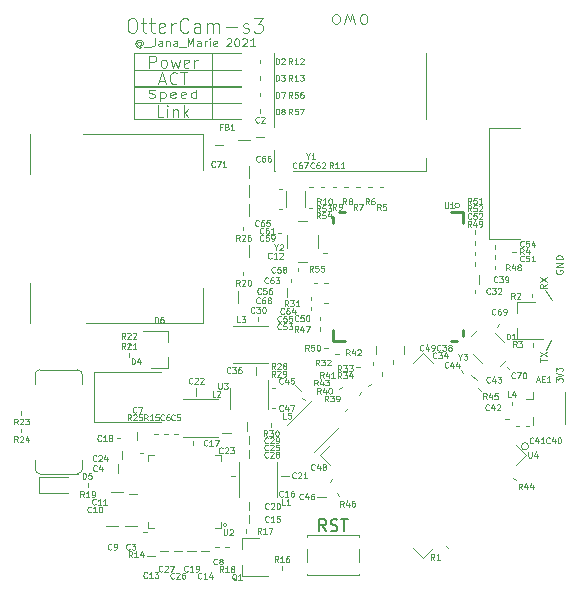
<source format=gto>
G04 #@! TF.GenerationSoftware,KiCad,Pcbnew,6.0.0-d3dd2cf0fa~116~ubuntu20.04.1*
G04 #@! TF.CreationDate,2022-01-19T00:48:53+01:00*
G04 #@! TF.ProjectId,OtterCam-s3,4f747465-7243-4616-9d2d-73332e6b6963,rev?*
G04 #@! TF.SameCoordinates,Original*
G04 #@! TF.FileFunction,Legend,Top*
G04 #@! TF.FilePolarity,Positive*
%FSLAX46Y46*%
G04 Gerber Fmt 4.6, Leading zero omitted, Abs format (unit mm)*
G04 Created by KiCad (PCBNEW 6.0.0-d3dd2cf0fa~116~ubuntu20.04.1) date 2022-01-19 00:48:53*
%MOMM*%
%LPD*%
G01*
G04 APERTURE LIST*
%ADD10C,0.122000*%
%ADD11C,0.125000*%
%ADD12C,0.120000*%
%ADD13C,0.100000*%
%ADD14C,0.080000*%
%ADD15C,0.150000*%
%ADD16C,0.254000*%
%ADD17C,0.050000*%
G04 APERTURE END LIST*
D10*
X68815000Y-59635000D02*
X62200000Y-59635000D01*
D11*
X68815000Y-58265000D02*
X62200000Y-58265000D01*
D12*
X62200000Y-54065000D02*
X62200000Y-59635000D01*
X68815000Y-54065000D02*
X62200000Y-54065000D01*
D13*
X97100000Y-79150000D02*
X97500000Y-78300000D01*
X97000000Y-74100000D02*
X97600000Y-74950000D01*
D11*
X68815000Y-56865000D02*
X62200000Y-56865000D01*
X68815000Y-55435000D02*
X62200000Y-55435000D01*
X68815000Y-55465000D02*
X62200000Y-55465000D01*
X68815000Y-58235000D02*
X62200000Y-58235000D01*
X68815000Y-56835000D02*
X62200000Y-56835000D01*
D12*
X63459880Y-57783333D02*
X63602738Y-57816666D01*
X63840833Y-57816666D01*
X63936071Y-57783333D01*
X63983690Y-57750000D01*
X64031309Y-57683333D01*
X64031309Y-57616666D01*
X63983690Y-57550000D01*
X63936071Y-57516666D01*
X63840833Y-57483333D01*
X63650357Y-57450000D01*
X63555119Y-57416666D01*
X63507500Y-57383333D01*
X63459880Y-57316666D01*
X63459880Y-57250000D01*
X63507500Y-57183333D01*
X63555119Y-57150000D01*
X63650357Y-57116666D01*
X63888452Y-57116666D01*
X64031309Y-57150000D01*
X64459880Y-57350000D02*
X64459880Y-58050000D01*
X64459880Y-57383333D02*
X64555119Y-57350000D01*
X64745595Y-57350000D01*
X64840833Y-57383333D01*
X64888452Y-57416666D01*
X64936071Y-57483333D01*
X64936071Y-57683333D01*
X64888452Y-57750000D01*
X64840833Y-57783333D01*
X64745595Y-57816666D01*
X64555119Y-57816666D01*
X64459880Y-57783333D01*
X65745595Y-57783333D02*
X65650357Y-57816666D01*
X65459880Y-57816666D01*
X65364642Y-57783333D01*
X65317023Y-57716666D01*
X65317023Y-57450000D01*
X65364642Y-57383333D01*
X65459880Y-57350000D01*
X65650357Y-57350000D01*
X65745595Y-57383333D01*
X65793214Y-57450000D01*
X65793214Y-57516666D01*
X65317023Y-57583333D01*
X66602738Y-57783333D02*
X66507500Y-57816666D01*
X66317023Y-57816666D01*
X66221785Y-57783333D01*
X66174166Y-57716666D01*
X66174166Y-57450000D01*
X66221785Y-57383333D01*
X66317023Y-57350000D01*
X66507500Y-57350000D01*
X66602738Y-57383333D01*
X66650357Y-57450000D01*
X66650357Y-57516666D01*
X66174166Y-57583333D01*
X67507500Y-57816666D02*
X67507500Y-57116666D01*
X67507500Y-57783333D02*
X67412261Y-57816666D01*
X67221785Y-57816666D01*
X67126547Y-57783333D01*
X67078928Y-57750000D01*
X67031309Y-57683333D01*
X67031309Y-57483333D01*
X67078928Y-57416666D01*
X67126547Y-57383333D01*
X67221785Y-57350000D01*
X67412261Y-57350000D01*
X67507500Y-57383333D01*
D14*
X97950000Y-72407142D02*
X97921428Y-72464285D01*
X97921428Y-72550000D01*
X97950000Y-72635714D01*
X98007142Y-72692857D01*
X98064285Y-72721428D01*
X98178571Y-72750000D01*
X98264285Y-72750000D01*
X98378571Y-72721428D01*
X98435714Y-72692857D01*
X98492857Y-72635714D01*
X98521428Y-72550000D01*
X98521428Y-72492857D01*
X98492857Y-72407142D01*
X98464285Y-72378571D01*
X98264285Y-72378571D01*
X98264285Y-72492857D01*
X98521428Y-72121428D02*
X97921428Y-72121428D01*
X98521428Y-71778571D01*
X97921428Y-71778571D01*
X98521428Y-71492857D02*
X97921428Y-71492857D01*
X97921428Y-71350000D01*
X97950000Y-71264285D01*
X98007142Y-71207142D01*
X98064285Y-71178571D01*
X98178571Y-71150000D01*
X98264285Y-71150000D01*
X98378571Y-71178571D01*
X98435714Y-71207142D01*
X98492857Y-71264285D01*
X98521428Y-71350000D01*
X98521428Y-71492857D01*
D12*
X64721785Y-59452380D02*
X64245595Y-59452380D01*
X64245595Y-58452380D01*
X65055119Y-59452380D02*
X65055119Y-58785714D01*
X65055119Y-58452380D02*
X65007500Y-58500000D01*
X65055119Y-58547619D01*
X65102738Y-58500000D01*
X65055119Y-58452380D01*
X65055119Y-58547619D01*
X65531309Y-58785714D02*
X65531309Y-59452380D01*
X65531309Y-58880952D02*
X65578928Y-58833333D01*
X65674166Y-58785714D01*
X65817023Y-58785714D01*
X65912261Y-58833333D01*
X65959880Y-58928571D01*
X65959880Y-59452380D01*
X66436071Y-59452380D02*
X66436071Y-58452380D01*
X66531309Y-59071428D02*
X66817023Y-59452380D01*
X66817023Y-58785714D02*
X66436071Y-59166666D01*
D13*
X62800000Y-53133333D02*
X62766666Y-53100000D01*
X62700000Y-53066666D01*
X62633333Y-53066666D01*
X62566666Y-53100000D01*
X62533333Y-53133333D01*
X62500000Y-53200000D01*
X62500000Y-53266666D01*
X62533333Y-53333333D01*
X62566666Y-53366666D01*
X62633333Y-53400000D01*
X62700000Y-53400000D01*
X62766666Y-53366666D01*
X62800000Y-53333333D01*
X62800000Y-53066666D02*
X62800000Y-53333333D01*
X62833333Y-53366666D01*
X62866666Y-53366666D01*
X62933333Y-53333333D01*
X62966666Y-53266666D01*
X62966666Y-53100000D01*
X62900000Y-53000000D01*
X62800000Y-52933333D01*
X62666666Y-52900000D01*
X62533333Y-52933333D01*
X62433333Y-53000000D01*
X62366666Y-53100000D01*
X62333333Y-53233333D01*
X62366666Y-53366666D01*
X62433333Y-53466666D01*
X62533333Y-53533333D01*
X62666666Y-53566666D01*
X62800000Y-53533333D01*
X62900000Y-53466666D01*
X63100000Y-53533333D02*
X63633333Y-53533333D01*
X64000000Y-52766666D02*
X64000000Y-53266666D01*
X63966666Y-53366666D01*
X63900000Y-53433333D01*
X63800000Y-53466666D01*
X63733333Y-53466666D01*
X64633333Y-53466666D02*
X64633333Y-53100000D01*
X64600000Y-53033333D01*
X64533333Y-53000000D01*
X64400000Y-53000000D01*
X64333333Y-53033333D01*
X64633333Y-53433333D02*
X64566666Y-53466666D01*
X64400000Y-53466666D01*
X64333333Y-53433333D01*
X64300000Y-53366666D01*
X64300000Y-53300000D01*
X64333333Y-53233333D01*
X64400000Y-53200000D01*
X64566666Y-53200000D01*
X64633333Y-53166666D01*
X64966666Y-53000000D02*
X64966666Y-53466666D01*
X64966666Y-53066666D02*
X65000000Y-53033333D01*
X65066666Y-53000000D01*
X65166666Y-53000000D01*
X65233333Y-53033333D01*
X65266666Y-53100000D01*
X65266666Y-53466666D01*
X65900000Y-53466666D02*
X65900000Y-53100000D01*
X65866666Y-53033333D01*
X65800000Y-53000000D01*
X65666666Y-53000000D01*
X65600000Y-53033333D01*
X65900000Y-53433333D02*
X65833333Y-53466666D01*
X65666666Y-53466666D01*
X65600000Y-53433333D01*
X65566666Y-53366666D01*
X65566666Y-53300000D01*
X65600000Y-53233333D01*
X65666666Y-53200000D01*
X65833333Y-53200000D01*
X65900000Y-53166666D01*
X66066666Y-53533333D02*
X66600000Y-53533333D01*
X66766666Y-53466666D02*
X66766666Y-52766666D01*
X67000000Y-53266666D01*
X67233333Y-52766666D01*
X67233333Y-53466666D01*
X67866666Y-53466666D02*
X67866666Y-53100000D01*
X67833333Y-53033333D01*
X67766666Y-53000000D01*
X67633333Y-53000000D01*
X67566666Y-53033333D01*
X67866666Y-53433333D02*
X67800000Y-53466666D01*
X67633333Y-53466666D01*
X67566666Y-53433333D01*
X67533333Y-53366666D01*
X67533333Y-53300000D01*
X67566666Y-53233333D01*
X67633333Y-53200000D01*
X67800000Y-53200000D01*
X67866666Y-53166666D01*
X68200000Y-53466666D02*
X68200000Y-53000000D01*
X68200000Y-53133333D02*
X68233333Y-53066666D01*
X68266666Y-53033333D01*
X68333333Y-53000000D01*
X68400000Y-53000000D01*
X68633333Y-53466666D02*
X68633333Y-53000000D01*
X68633333Y-52766666D02*
X68600000Y-52800000D01*
X68633333Y-52833333D01*
X68666666Y-52800000D01*
X68633333Y-52766666D01*
X68633333Y-52833333D01*
X69233333Y-53433333D02*
X69166666Y-53466666D01*
X69033333Y-53466666D01*
X68966666Y-53433333D01*
X68933333Y-53366666D01*
X68933333Y-53100000D01*
X68966666Y-53033333D01*
X69033333Y-53000000D01*
X69166666Y-53000000D01*
X69233333Y-53033333D01*
X69266666Y-53100000D01*
X69266666Y-53166666D01*
X68933333Y-53233333D01*
X70066666Y-52833333D02*
X70100000Y-52800000D01*
X70166666Y-52766666D01*
X70333333Y-52766666D01*
X70400000Y-52800000D01*
X70433333Y-52833333D01*
X70466666Y-52900000D01*
X70466666Y-52966666D01*
X70433333Y-53066666D01*
X70033333Y-53466666D01*
X70466666Y-53466666D01*
X70900000Y-52766666D02*
X70966666Y-52766666D01*
X71033333Y-52800000D01*
X71066666Y-52833333D01*
X71100000Y-52900000D01*
X71133333Y-53033333D01*
X71133333Y-53200000D01*
X71100000Y-53333333D01*
X71066666Y-53400000D01*
X71033333Y-53433333D01*
X70966666Y-53466666D01*
X70900000Y-53466666D01*
X70833333Y-53433333D01*
X70800000Y-53400000D01*
X70766666Y-53333333D01*
X70733333Y-53200000D01*
X70733333Y-53033333D01*
X70766666Y-52900000D01*
X70800000Y-52833333D01*
X70833333Y-52800000D01*
X70900000Y-52766666D01*
X71400000Y-52833333D02*
X71433333Y-52800000D01*
X71500000Y-52766666D01*
X71666666Y-52766666D01*
X71733333Y-52800000D01*
X71766666Y-52833333D01*
X71800000Y-52900000D01*
X71800000Y-52966666D01*
X71766666Y-53066666D01*
X71366666Y-53466666D01*
X71800000Y-53466666D01*
X72466666Y-53466666D02*
X72066666Y-53466666D01*
X72266666Y-53466666D02*
X72266666Y-52766666D01*
X72200000Y-52866666D01*
X72133333Y-52933333D01*
X72066666Y-52966666D01*
D14*
X97171428Y-73600000D02*
X96885714Y-73800000D01*
X97171428Y-73942857D02*
X96571428Y-73942857D01*
X96571428Y-73714285D01*
X96600000Y-73657142D01*
X96628571Y-73628571D01*
X96685714Y-73600000D01*
X96771428Y-73600000D01*
X96828571Y-73628571D01*
X96857142Y-73657142D01*
X96885714Y-73714285D01*
X96885714Y-73942857D01*
X96571428Y-73400000D02*
X97171428Y-73000000D01*
X96571428Y-73000000D02*
X97171428Y-73400000D01*
D12*
X81757142Y-50757142D02*
X81871428Y-50814285D01*
X81928571Y-50871428D01*
X81985714Y-50985714D01*
X81985714Y-51328571D01*
X81928571Y-51442857D01*
X81871428Y-51500000D01*
X81757142Y-51557142D01*
X81585714Y-51557142D01*
X81471428Y-51500000D01*
X81414285Y-51442857D01*
X81357142Y-51328571D01*
X81357142Y-50985714D01*
X81414285Y-50871428D01*
X81471428Y-50814285D01*
X81585714Y-50757142D01*
X81757142Y-50757142D01*
X80957142Y-51557142D02*
X80728571Y-50757142D01*
X80500000Y-51328571D01*
X80271428Y-50757142D01*
X80042857Y-51557142D01*
X79414285Y-50757142D02*
X79528571Y-50814285D01*
X79585714Y-50871428D01*
X79642857Y-50985714D01*
X79642857Y-51328571D01*
X79585714Y-51442857D01*
X79528571Y-51500000D01*
X79414285Y-51557142D01*
X79242857Y-51557142D01*
X79128571Y-51500000D01*
X79071428Y-51442857D01*
X79014285Y-51328571D01*
X79014285Y-50985714D01*
X79071428Y-50871428D01*
X79128571Y-50814285D01*
X79242857Y-50757142D01*
X79414285Y-50757142D01*
X63531309Y-55257380D02*
X63531309Y-54257380D01*
X63912261Y-54257380D01*
X64007500Y-54305000D01*
X64055119Y-54352619D01*
X64102738Y-54447857D01*
X64102738Y-54590714D01*
X64055119Y-54685952D01*
X64007500Y-54733571D01*
X63912261Y-54781190D01*
X63531309Y-54781190D01*
X64674166Y-55257380D02*
X64578928Y-55209761D01*
X64531309Y-55162142D01*
X64483690Y-55066904D01*
X64483690Y-54781190D01*
X64531309Y-54685952D01*
X64578928Y-54638333D01*
X64674166Y-54590714D01*
X64817023Y-54590714D01*
X64912261Y-54638333D01*
X64959880Y-54685952D01*
X65007500Y-54781190D01*
X65007500Y-55066904D01*
X64959880Y-55162142D01*
X64912261Y-55209761D01*
X64817023Y-55257380D01*
X64674166Y-55257380D01*
X65340833Y-54590714D02*
X65531309Y-55257380D01*
X65721785Y-54781190D01*
X65912261Y-55257380D01*
X66102738Y-54590714D01*
X66864642Y-55209761D02*
X66769404Y-55257380D01*
X66578928Y-55257380D01*
X66483690Y-55209761D01*
X66436071Y-55114523D01*
X66436071Y-54733571D01*
X66483690Y-54638333D01*
X66578928Y-54590714D01*
X66769404Y-54590714D01*
X66864642Y-54638333D01*
X66912261Y-54733571D01*
X66912261Y-54828809D01*
X66436071Y-54924047D01*
X67340833Y-55257380D02*
X67340833Y-54590714D01*
X67340833Y-54781190D02*
X67388452Y-54685952D01*
X67436071Y-54638333D01*
X67531309Y-54590714D01*
X67626547Y-54590714D01*
D15*
X78502380Y-94502380D02*
X78169047Y-94026190D01*
X77930952Y-94502380D02*
X77930952Y-93502380D01*
X78311904Y-93502380D01*
X78407142Y-93550000D01*
X78454761Y-93597619D01*
X78502380Y-93692857D01*
X78502380Y-93835714D01*
X78454761Y-93930952D01*
X78407142Y-93978571D01*
X78311904Y-94026190D01*
X77930952Y-94026190D01*
X78883333Y-94454761D02*
X79026190Y-94502380D01*
X79264285Y-94502380D01*
X79359523Y-94454761D01*
X79407142Y-94407142D01*
X79454761Y-94311904D01*
X79454761Y-94216666D01*
X79407142Y-94121428D01*
X79359523Y-94073809D01*
X79264285Y-94026190D01*
X79073809Y-93978571D01*
X78978571Y-93930952D01*
X78930952Y-93883333D01*
X78883333Y-93788095D01*
X78883333Y-93692857D01*
X78930952Y-93597619D01*
X78978571Y-93550000D01*
X79073809Y-93502380D01*
X79311904Y-93502380D01*
X79454761Y-93550000D01*
X79740476Y-93502380D02*
X80311904Y-93502380D01*
X80026190Y-94502380D02*
X80026190Y-93502380D01*
D14*
X97921428Y-81869047D02*
X97921428Y-81559523D01*
X98150000Y-81726190D01*
X98150000Y-81654761D01*
X98178571Y-81607142D01*
X98207142Y-81583333D01*
X98264285Y-81559523D01*
X98407142Y-81559523D01*
X98464285Y-81583333D01*
X98492857Y-81607142D01*
X98521428Y-81654761D01*
X98521428Y-81797619D01*
X98492857Y-81845238D01*
X98464285Y-81869047D01*
X97921428Y-81416666D02*
X98521428Y-81250000D01*
X97921428Y-81083333D01*
X97921428Y-80964285D02*
X97921428Y-80654761D01*
X98150000Y-80821428D01*
X98150000Y-80750000D01*
X98178571Y-80702380D01*
X98207142Y-80678571D01*
X98264285Y-80654761D01*
X98407142Y-80654761D01*
X98464285Y-80678571D01*
X98492857Y-80702380D01*
X98521428Y-80750000D01*
X98521428Y-80892857D01*
X98492857Y-80940476D01*
X98464285Y-80964285D01*
D12*
X64388452Y-56371666D02*
X64864642Y-56371666D01*
X64293214Y-56657380D02*
X64626547Y-55657380D01*
X64959880Y-56657380D01*
X65864642Y-56562142D02*
X65817023Y-56609761D01*
X65674166Y-56657380D01*
X65578928Y-56657380D01*
X65436071Y-56609761D01*
X65340833Y-56514523D01*
X65293214Y-56419285D01*
X65245595Y-56228809D01*
X65245595Y-56085952D01*
X65293214Y-55895476D01*
X65340833Y-55800238D01*
X65436071Y-55705000D01*
X65578928Y-55657380D01*
X65674166Y-55657380D01*
X65817023Y-55705000D01*
X65864642Y-55752619D01*
X66150357Y-55657380D02*
X66721785Y-55657380D01*
X66436071Y-56657380D02*
X66436071Y-55657380D01*
D14*
X96571428Y-80207142D02*
X96571428Y-79864285D01*
X97171428Y-80035714D02*
X96571428Y-80035714D01*
X96571428Y-79721428D02*
X97171428Y-79321428D01*
X96571428Y-79321428D02*
X97171428Y-79721428D01*
D12*
X61971428Y-51092857D02*
X62200000Y-51092857D01*
X62314285Y-51150000D01*
X62428571Y-51264285D01*
X62485714Y-51492857D01*
X62485714Y-51892857D01*
X62428571Y-52121428D01*
X62314285Y-52235714D01*
X62200000Y-52292857D01*
X61971428Y-52292857D01*
X61857142Y-52235714D01*
X61742857Y-52121428D01*
X61685714Y-51892857D01*
X61685714Y-51492857D01*
X61742857Y-51264285D01*
X61857142Y-51150000D01*
X61971428Y-51092857D01*
X62828571Y-51492857D02*
X63285714Y-51492857D01*
X63000000Y-51092857D02*
X63000000Y-52121428D01*
X63057142Y-52235714D01*
X63171428Y-52292857D01*
X63285714Y-52292857D01*
X63514285Y-51492857D02*
X63971428Y-51492857D01*
X63685714Y-51092857D02*
X63685714Y-52121428D01*
X63742857Y-52235714D01*
X63857142Y-52292857D01*
X63971428Y-52292857D01*
X64828571Y-52235714D02*
X64714285Y-52292857D01*
X64485714Y-52292857D01*
X64371428Y-52235714D01*
X64314285Y-52121428D01*
X64314285Y-51664285D01*
X64371428Y-51550000D01*
X64485714Y-51492857D01*
X64714285Y-51492857D01*
X64828571Y-51550000D01*
X64885714Y-51664285D01*
X64885714Y-51778571D01*
X64314285Y-51892857D01*
X65400000Y-52292857D02*
X65400000Y-51492857D01*
X65400000Y-51721428D02*
X65457142Y-51607142D01*
X65514285Y-51550000D01*
X65628571Y-51492857D01*
X65742857Y-51492857D01*
X66828571Y-52178571D02*
X66771428Y-52235714D01*
X66600000Y-52292857D01*
X66485714Y-52292857D01*
X66314285Y-52235714D01*
X66200000Y-52121428D01*
X66142857Y-52007142D01*
X66085714Y-51778571D01*
X66085714Y-51607142D01*
X66142857Y-51378571D01*
X66200000Y-51264285D01*
X66314285Y-51150000D01*
X66485714Y-51092857D01*
X66600000Y-51092857D01*
X66771428Y-51150000D01*
X66828571Y-51207142D01*
X67857142Y-52292857D02*
X67857142Y-51664285D01*
X67800000Y-51550000D01*
X67685714Y-51492857D01*
X67457142Y-51492857D01*
X67342857Y-51550000D01*
X67857142Y-52235714D02*
X67742857Y-52292857D01*
X67457142Y-52292857D01*
X67342857Y-52235714D01*
X67285714Y-52121428D01*
X67285714Y-52007142D01*
X67342857Y-51892857D01*
X67457142Y-51835714D01*
X67742857Y-51835714D01*
X67857142Y-51778571D01*
X68428571Y-52292857D02*
X68428571Y-51492857D01*
X68428571Y-51607142D02*
X68485714Y-51550000D01*
X68600000Y-51492857D01*
X68771428Y-51492857D01*
X68885714Y-51550000D01*
X68942857Y-51664285D01*
X68942857Y-52292857D01*
X68942857Y-51664285D02*
X69000000Y-51550000D01*
X69114285Y-51492857D01*
X69285714Y-51492857D01*
X69400000Y-51550000D01*
X69457142Y-51664285D01*
X69457142Y-52292857D01*
X70028571Y-51835714D02*
X70942857Y-51835714D01*
X71457142Y-52235714D02*
X71571428Y-52292857D01*
X71800000Y-52292857D01*
X71914285Y-52235714D01*
X71971428Y-52121428D01*
X71971428Y-52064285D01*
X71914285Y-51950000D01*
X71800000Y-51892857D01*
X71628571Y-51892857D01*
X71514285Y-51835714D01*
X71457142Y-51721428D01*
X71457142Y-51664285D01*
X71514285Y-51550000D01*
X71628571Y-51492857D01*
X71800000Y-51492857D01*
X71914285Y-51550000D01*
X72371428Y-51092857D02*
X73114285Y-51092857D01*
X72714285Y-51550000D01*
X72885714Y-51550000D01*
X73000000Y-51607142D01*
X73057142Y-51664285D01*
X73114285Y-51778571D01*
X73114285Y-52064285D01*
X73057142Y-52178571D01*
X73000000Y-52235714D01*
X72885714Y-52292857D01*
X72542857Y-52292857D01*
X72428571Y-52235714D01*
X72371428Y-52178571D01*
D14*
X96316666Y-81733333D02*
X96554761Y-81733333D01*
X96269047Y-81876190D02*
X96435714Y-81376190D01*
X96602380Y-81876190D01*
X96769047Y-81614285D02*
X96935714Y-81614285D01*
X97007142Y-81876190D02*
X96769047Y-81876190D01*
X96769047Y-81376190D01*
X97007142Y-81376190D01*
X97483333Y-81876190D02*
X97197619Y-81876190D01*
X97340476Y-81876190D02*
X97340476Y-81376190D01*
X97292857Y-81447619D01*
X97245238Y-81495238D01*
X97197619Y-81519047D01*
X72816666Y-59878571D02*
X72792857Y-59902380D01*
X72721428Y-59926190D01*
X72673809Y-59926190D01*
X72602380Y-59902380D01*
X72554761Y-59854761D01*
X72530952Y-59807142D01*
X72507142Y-59711904D01*
X72507142Y-59640476D01*
X72530952Y-59545238D01*
X72554761Y-59497619D01*
X72602380Y-59450000D01*
X72673809Y-59426190D01*
X72721428Y-59426190D01*
X72792857Y-59450000D01*
X72816666Y-59473809D01*
X73007142Y-59473809D02*
X73030952Y-59450000D01*
X73078571Y-59426190D01*
X73197619Y-59426190D01*
X73245238Y-59450000D01*
X73269047Y-59473809D01*
X73292857Y-59521428D01*
X73292857Y-59569047D01*
X73269047Y-59640476D01*
X72983333Y-59926190D01*
X73292857Y-59926190D01*
X61866666Y-96028571D02*
X61842857Y-96052380D01*
X61771428Y-96076190D01*
X61723809Y-96076190D01*
X61652380Y-96052380D01*
X61604761Y-96004761D01*
X61580952Y-95957142D01*
X61557142Y-95861904D01*
X61557142Y-95790476D01*
X61580952Y-95695238D01*
X61604761Y-95647619D01*
X61652380Y-95600000D01*
X61723809Y-95576190D01*
X61771428Y-95576190D01*
X61842857Y-95600000D01*
X61866666Y-95623809D01*
X62033333Y-95576190D02*
X62342857Y-95576190D01*
X62176190Y-95766666D01*
X62247619Y-95766666D01*
X62295238Y-95790476D01*
X62319047Y-95814285D01*
X62342857Y-95861904D01*
X62342857Y-95980952D01*
X62319047Y-96028571D01*
X62295238Y-96052380D01*
X62247619Y-96076190D01*
X62104761Y-96076190D01*
X62057142Y-96052380D01*
X62033333Y-96028571D01*
X59066666Y-89378571D02*
X59042857Y-89402380D01*
X58971428Y-89426190D01*
X58923809Y-89426190D01*
X58852380Y-89402380D01*
X58804761Y-89354761D01*
X58780952Y-89307142D01*
X58757142Y-89211904D01*
X58757142Y-89140476D01*
X58780952Y-89045238D01*
X58804761Y-88997619D01*
X58852380Y-88950000D01*
X58923809Y-88926190D01*
X58971428Y-88926190D01*
X59042857Y-88950000D01*
X59066666Y-88973809D01*
X59495238Y-89092857D02*
X59495238Y-89426190D01*
X59376190Y-88902380D02*
X59257142Y-89259523D01*
X59566666Y-89259523D01*
X65666666Y-85078571D02*
X65642857Y-85102380D01*
X65571428Y-85126190D01*
X65523809Y-85126190D01*
X65452380Y-85102380D01*
X65404761Y-85054761D01*
X65380952Y-85007142D01*
X65357142Y-84911904D01*
X65357142Y-84840476D01*
X65380952Y-84745238D01*
X65404761Y-84697619D01*
X65452380Y-84650000D01*
X65523809Y-84626190D01*
X65571428Y-84626190D01*
X65642857Y-84650000D01*
X65666666Y-84673809D01*
X66119047Y-84626190D02*
X65880952Y-84626190D01*
X65857142Y-84864285D01*
X65880952Y-84840476D01*
X65928571Y-84816666D01*
X66047619Y-84816666D01*
X66095238Y-84840476D01*
X66119047Y-84864285D01*
X66142857Y-84911904D01*
X66142857Y-85030952D01*
X66119047Y-85078571D01*
X66095238Y-85102380D01*
X66047619Y-85126190D01*
X65928571Y-85126190D01*
X65880952Y-85102380D01*
X65857142Y-85078571D01*
X64766666Y-85078571D02*
X64742857Y-85102380D01*
X64671428Y-85126190D01*
X64623809Y-85126190D01*
X64552380Y-85102380D01*
X64504761Y-85054761D01*
X64480952Y-85007142D01*
X64457142Y-84911904D01*
X64457142Y-84840476D01*
X64480952Y-84745238D01*
X64504761Y-84697619D01*
X64552380Y-84650000D01*
X64623809Y-84626190D01*
X64671428Y-84626190D01*
X64742857Y-84650000D01*
X64766666Y-84673809D01*
X65195238Y-84626190D02*
X65100000Y-84626190D01*
X65052380Y-84650000D01*
X65028571Y-84673809D01*
X64980952Y-84745238D01*
X64957142Y-84840476D01*
X64957142Y-85030952D01*
X64980952Y-85078571D01*
X65004761Y-85102380D01*
X65052380Y-85126190D01*
X65147619Y-85126190D01*
X65195238Y-85102380D01*
X65219047Y-85078571D01*
X65242857Y-85030952D01*
X65242857Y-84911904D01*
X65219047Y-84864285D01*
X65195238Y-84840476D01*
X65147619Y-84816666D01*
X65052380Y-84816666D01*
X65004761Y-84840476D01*
X64980952Y-84864285D01*
X64957142Y-84911904D01*
X62416666Y-84428571D02*
X62392857Y-84452380D01*
X62321428Y-84476190D01*
X62273809Y-84476190D01*
X62202380Y-84452380D01*
X62154761Y-84404761D01*
X62130952Y-84357142D01*
X62107142Y-84261904D01*
X62107142Y-84190476D01*
X62130952Y-84095238D01*
X62154761Y-84047619D01*
X62202380Y-84000000D01*
X62273809Y-83976190D01*
X62321428Y-83976190D01*
X62392857Y-84000000D01*
X62416666Y-84023809D01*
X62583333Y-83976190D02*
X62916666Y-83976190D01*
X62702380Y-84476190D01*
X69266666Y-97278571D02*
X69242857Y-97302380D01*
X69171428Y-97326190D01*
X69123809Y-97326190D01*
X69052380Y-97302380D01*
X69004761Y-97254761D01*
X68980952Y-97207142D01*
X68957142Y-97111904D01*
X68957142Y-97040476D01*
X68980952Y-96945238D01*
X69004761Y-96897619D01*
X69052380Y-96850000D01*
X69123809Y-96826190D01*
X69171428Y-96826190D01*
X69242857Y-96850000D01*
X69266666Y-96873809D01*
X69552380Y-97040476D02*
X69504761Y-97016666D01*
X69480952Y-96992857D01*
X69457142Y-96945238D01*
X69457142Y-96921428D01*
X69480952Y-96873809D01*
X69504761Y-96850000D01*
X69552380Y-96826190D01*
X69647619Y-96826190D01*
X69695238Y-96850000D01*
X69719047Y-96873809D01*
X69742857Y-96921428D01*
X69742857Y-96945238D01*
X69719047Y-96992857D01*
X69695238Y-97016666D01*
X69647619Y-97040476D01*
X69552380Y-97040476D01*
X69504761Y-97064285D01*
X69480952Y-97088095D01*
X69457142Y-97135714D01*
X69457142Y-97230952D01*
X69480952Y-97278571D01*
X69504761Y-97302380D01*
X69552380Y-97326190D01*
X69647619Y-97326190D01*
X69695238Y-97302380D01*
X69719047Y-97278571D01*
X69742857Y-97230952D01*
X69742857Y-97135714D01*
X69719047Y-97088095D01*
X69695238Y-97064285D01*
X69647619Y-97040476D01*
X60316666Y-96028571D02*
X60292857Y-96052380D01*
X60221428Y-96076190D01*
X60173809Y-96076190D01*
X60102380Y-96052380D01*
X60054761Y-96004761D01*
X60030952Y-95957142D01*
X60007142Y-95861904D01*
X60007142Y-95790476D01*
X60030952Y-95695238D01*
X60054761Y-95647619D01*
X60102380Y-95600000D01*
X60173809Y-95576190D01*
X60221428Y-95576190D01*
X60292857Y-95600000D01*
X60316666Y-95623809D01*
X60554761Y-96076190D02*
X60650000Y-96076190D01*
X60697619Y-96052380D01*
X60721428Y-96028571D01*
X60769047Y-95957142D01*
X60792857Y-95861904D01*
X60792857Y-95671428D01*
X60769047Y-95623809D01*
X60745238Y-95600000D01*
X60697619Y-95576190D01*
X60602380Y-95576190D01*
X60554761Y-95600000D01*
X60530952Y-95623809D01*
X60507142Y-95671428D01*
X60507142Y-95790476D01*
X60530952Y-95838095D01*
X60554761Y-95861904D01*
X60602380Y-95885714D01*
X60697619Y-95885714D01*
X60745238Y-95861904D01*
X60769047Y-95838095D01*
X60792857Y-95790476D01*
X58578571Y-92878571D02*
X58554761Y-92902380D01*
X58483333Y-92926190D01*
X58435714Y-92926190D01*
X58364285Y-92902380D01*
X58316666Y-92854761D01*
X58292857Y-92807142D01*
X58269047Y-92711904D01*
X58269047Y-92640476D01*
X58292857Y-92545238D01*
X58316666Y-92497619D01*
X58364285Y-92450000D01*
X58435714Y-92426190D01*
X58483333Y-92426190D01*
X58554761Y-92450000D01*
X58578571Y-92473809D01*
X59054761Y-92926190D02*
X58769047Y-92926190D01*
X58911904Y-92926190D02*
X58911904Y-92426190D01*
X58864285Y-92497619D01*
X58816666Y-92545238D01*
X58769047Y-92569047D01*
X59364285Y-92426190D02*
X59411904Y-92426190D01*
X59459523Y-92450000D01*
X59483333Y-92473809D01*
X59507142Y-92521428D01*
X59530952Y-92616666D01*
X59530952Y-92735714D01*
X59507142Y-92830952D01*
X59483333Y-92878571D01*
X59459523Y-92902380D01*
X59411904Y-92926190D01*
X59364285Y-92926190D01*
X59316666Y-92902380D01*
X59292857Y-92878571D01*
X59269047Y-92830952D01*
X59245238Y-92735714D01*
X59245238Y-92616666D01*
X59269047Y-92521428D01*
X59292857Y-92473809D01*
X59316666Y-92450000D01*
X59364285Y-92426190D01*
X58978571Y-92228571D02*
X58954761Y-92252380D01*
X58883333Y-92276190D01*
X58835714Y-92276190D01*
X58764285Y-92252380D01*
X58716666Y-92204761D01*
X58692857Y-92157142D01*
X58669047Y-92061904D01*
X58669047Y-91990476D01*
X58692857Y-91895238D01*
X58716666Y-91847619D01*
X58764285Y-91800000D01*
X58835714Y-91776190D01*
X58883333Y-91776190D01*
X58954761Y-91800000D01*
X58978571Y-91823809D01*
X59454761Y-92276190D02*
X59169047Y-92276190D01*
X59311904Y-92276190D02*
X59311904Y-91776190D01*
X59264285Y-91847619D01*
X59216666Y-91895238D01*
X59169047Y-91919047D01*
X59930952Y-92276190D02*
X59645238Y-92276190D01*
X59788095Y-92276190D02*
X59788095Y-91776190D01*
X59740476Y-91847619D01*
X59692857Y-91895238D01*
X59645238Y-91919047D01*
X63328571Y-98428571D02*
X63304761Y-98452380D01*
X63233333Y-98476190D01*
X63185714Y-98476190D01*
X63114285Y-98452380D01*
X63066666Y-98404761D01*
X63042857Y-98357142D01*
X63019047Y-98261904D01*
X63019047Y-98190476D01*
X63042857Y-98095238D01*
X63066666Y-98047619D01*
X63114285Y-98000000D01*
X63185714Y-97976190D01*
X63233333Y-97976190D01*
X63304761Y-98000000D01*
X63328571Y-98023809D01*
X63804761Y-98476190D02*
X63519047Y-98476190D01*
X63661904Y-98476190D02*
X63661904Y-97976190D01*
X63614285Y-98047619D01*
X63566666Y-98095238D01*
X63519047Y-98119047D01*
X63971428Y-97976190D02*
X64280952Y-97976190D01*
X64114285Y-98166666D01*
X64185714Y-98166666D01*
X64233333Y-98190476D01*
X64257142Y-98214285D01*
X64280952Y-98261904D01*
X64280952Y-98380952D01*
X64257142Y-98428571D01*
X64233333Y-98452380D01*
X64185714Y-98476190D01*
X64042857Y-98476190D01*
X63995238Y-98452380D01*
X63971428Y-98428571D01*
X67928571Y-98478571D02*
X67904761Y-98502380D01*
X67833333Y-98526190D01*
X67785714Y-98526190D01*
X67714285Y-98502380D01*
X67666666Y-98454761D01*
X67642857Y-98407142D01*
X67619047Y-98311904D01*
X67619047Y-98240476D01*
X67642857Y-98145238D01*
X67666666Y-98097619D01*
X67714285Y-98050000D01*
X67785714Y-98026190D01*
X67833333Y-98026190D01*
X67904761Y-98050000D01*
X67928571Y-98073809D01*
X68404761Y-98526190D02*
X68119047Y-98526190D01*
X68261904Y-98526190D02*
X68261904Y-98026190D01*
X68214285Y-98097619D01*
X68166666Y-98145238D01*
X68119047Y-98169047D01*
X68833333Y-98192857D02*
X68833333Y-98526190D01*
X68714285Y-98002380D02*
X68595238Y-98359523D01*
X68904761Y-98359523D01*
X73628571Y-93678571D02*
X73604761Y-93702380D01*
X73533333Y-93726190D01*
X73485714Y-93726190D01*
X73414285Y-93702380D01*
X73366666Y-93654761D01*
X73342857Y-93607142D01*
X73319047Y-93511904D01*
X73319047Y-93440476D01*
X73342857Y-93345238D01*
X73366666Y-93297619D01*
X73414285Y-93250000D01*
X73485714Y-93226190D01*
X73533333Y-93226190D01*
X73604761Y-93250000D01*
X73628571Y-93273809D01*
X74104761Y-93726190D02*
X73819047Y-93726190D01*
X73961904Y-93726190D02*
X73961904Y-93226190D01*
X73914285Y-93297619D01*
X73866666Y-93345238D01*
X73819047Y-93369047D01*
X74557142Y-93226190D02*
X74319047Y-93226190D01*
X74295238Y-93464285D01*
X74319047Y-93440476D01*
X74366666Y-93416666D01*
X74485714Y-93416666D01*
X74533333Y-93440476D01*
X74557142Y-93464285D01*
X74580952Y-93511904D01*
X74580952Y-93630952D01*
X74557142Y-93678571D01*
X74533333Y-93702380D01*
X74485714Y-93726190D01*
X74366666Y-93726190D01*
X74319047Y-93702380D01*
X74295238Y-93678571D01*
X74828571Y-91528571D02*
X74804761Y-91552380D01*
X74733333Y-91576190D01*
X74685714Y-91576190D01*
X74614285Y-91552380D01*
X74566666Y-91504761D01*
X74542857Y-91457142D01*
X74519047Y-91361904D01*
X74519047Y-91290476D01*
X74542857Y-91195238D01*
X74566666Y-91147619D01*
X74614285Y-91100000D01*
X74685714Y-91076190D01*
X74733333Y-91076190D01*
X74804761Y-91100000D01*
X74828571Y-91123809D01*
X75304761Y-91576190D02*
X75019047Y-91576190D01*
X75161904Y-91576190D02*
X75161904Y-91076190D01*
X75114285Y-91147619D01*
X75066666Y-91195238D01*
X75019047Y-91219047D01*
X75733333Y-91076190D02*
X75638095Y-91076190D01*
X75590476Y-91100000D01*
X75566666Y-91123809D01*
X75519047Y-91195238D01*
X75495238Y-91290476D01*
X75495238Y-91480952D01*
X75519047Y-91528571D01*
X75542857Y-91552380D01*
X75590476Y-91576190D01*
X75685714Y-91576190D01*
X75733333Y-91552380D01*
X75757142Y-91528571D01*
X75780952Y-91480952D01*
X75780952Y-91361904D01*
X75757142Y-91314285D01*
X75733333Y-91290476D01*
X75685714Y-91266666D01*
X75590476Y-91266666D01*
X75542857Y-91290476D01*
X75519047Y-91314285D01*
X75495238Y-91361904D01*
X68428571Y-87228571D02*
X68404761Y-87252380D01*
X68333333Y-87276190D01*
X68285714Y-87276190D01*
X68214285Y-87252380D01*
X68166666Y-87204761D01*
X68142857Y-87157142D01*
X68119047Y-87061904D01*
X68119047Y-86990476D01*
X68142857Y-86895238D01*
X68166666Y-86847619D01*
X68214285Y-86800000D01*
X68285714Y-86776190D01*
X68333333Y-86776190D01*
X68404761Y-86800000D01*
X68428571Y-86823809D01*
X68904761Y-87276190D02*
X68619047Y-87276190D01*
X68761904Y-87276190D02*
X68761904Y-86776190D01*
X68714285Y-86847619D01*
X68666666Y-86895238D01*
X68619047Y-86919047D01*
X69071428Y-86776190D02*
X69404761Y-86776190D01*
X69190476Y-87276190D01*
X59428571Y-86828571D02*
X59404761Y-86852380D01*
X59333333Y-86876190D01*
X59285714Y-86876190D01*
X59214285Y-86852380D01*
X59166666Y-86804761D01*
X59142857Y-86757142D01*
X59119047Y-86661904D01*
X59119047Y-86590476D01*
X59142857Y-86495238D01*
X59166666Y-86447619D01*
X59214285Y-86400000D01*
X59285714Y-86376190D01*
X59333333Y-86376190D01*
X59404761Y-86400000D01*
X59428571Y-86423809D01*
X59904761Y-86876190D02*
X59619047Y-86876190D01*
X59761904Y-86876190D02*
X59761904Y-86376190D01*
X59714285Y-86447619D01*
X59666666Y-86495238D01*
X59619047Y-86519047D01*
X60190476Y-86590476D02*
X60142857Y-86566666D01*
X60119047Y-86542857D01*
X60095238Y-86495238D01*
X60095238Y-86471428D01*
X60119047Y-86423809D01*
X60142857Y-86400000D01*
X60190476Y-86376190D01*
X60285714Y-86376190D01*
X60333333Y-86400000D01*
X60357142Y-86423809D01*
X60380952Y-86471428D01*
X60380952Y-86495238D01*
X60357142Y-86542857D01*
X60333333Y-86566666D01*
X60285714Y-86590476D01*
X60190476Y-86590476D01*
X60142857Y-86614285D01*
X60119047Y-86638095D01*
X60095238Y-86685714D01*
X60095238Y-86780952D01*
X60119047Y-86828571D01*
X60142857Y-86852380D01*
X60190476Y-86876190D01*
X60285714Y-86876190D01*
X60333333Y-86852380D01*
X60357142Y-86828571D01*
X60380952Y-86780952D01*
X60380952Y-86685714D01*
X60357142Y-86638095D01*
X60333333Y-86614285D01*
X60285714Y-86590476D01*
X66778571Y-97878571D02*
X66754761Y-97902380D01*
X66683333Y-97926190D01*
X66635714Y-97926190D01*
X66564285Y-97902380D01*
X66516666Y-97854761D01*
X66492857Y-97807142D01*
X66469047Y-97711904D01*
X66469047Y-97640476D01*
X66492857Y-97545238D01*
X66516666Y-97497619D01*
X66564285Y-97450000D01*
X66635714Y-97426190D01*
X66683333Y-97426190D01*
X66754761Y-97450000D01*
X66778571Y-97473809D01*
X67254761Y-97926190D02*
X66969047Y-97926190D01*
X67111904Y-97926190D02*
X67111904Y-97426190D01*
X67064285Y-97497619D01*
X67016666Y-97545238D01*
X66969047Y-97569047D01*
X67492857Y-97926190D02*
X67588095Y-97926190D01*
X67635714Y-97902380D01*
X67659523Y-97878571D01*
X67707142Y-97807142D01*
X67730952Y-97711904D01*
X67730952Y-97521428D01*
X67707142Y-97473809D01*
X67683333Y-97450000D01*
X67635714Y-97426190D01*
X67540476Y-97426190D01*
X67492857Y-97450000D01*
X67469047Y-97473809D01*
X67445238Y-97521428D01*
X67445238Y-97640476D01*
X67469047Y-97688095D01*
X67492857Y-97711904D01*
X67540476Y-97735714D01*
X67635714Y-97735714D01*
X67683333Y-97711904D01*
X67707142Y-97688095D01*
X67730952Y-97640476D01*
X73628571Y-92578571D02*
X73604761Y-92602380D01*
X73533333Y-92626190D01*
X73485714Y-92626190D01*
X73414285Y-92602380D01*
X73366666Y-92554761D01*
X73342857Y-92507142D01*
X73319047Y-92411904D01*
X73319047Y-92340476D01*
X73342857Y-92245238D01*
X73366666Y-92197619D01*
X73414285Y-92150000D01*
X73485714Y-92126190D01*
X73533333Y-92126190D01*
X73604761Y-92150000D01*
X73628571Y-92173809D01*
X73819047Y-92173809D02*
X73842857Y-92150000D01*
X73890476Y-92126190D01*
X74009523Y-92126190D01*
X74057142Y-92150000D01*
X74080952Y-92173809D01*
X74104761Y-92221428D01*
X74104761Y-92269047D01*
X74080952Y-92340476D01*
X73795238Y-92626190D01*
X74104761Y-92626190D01*
X74414285Y-92126190D02*
X74461904Y-92126190D01*
X74509523Y-92150000D01*
X74533333Y-92173809D01*
X74557142Y-92221428D01*
X74580952Y-92316666D01*
X74580952Y-92435714D01*
X74557142Y-92530952D01*
X74533333Y-92578571D01*
X74509523Y-92602380D01*
X74461904Y-92626190D01*
X74414285Y-92626190D01*
X74366666Y-92602380D01*
X74342857Y-92578571D01*
X74319047Y-92530952D01*
X74295238Y-92435714D01*
X74295238Y-92316666D01*
X74319047Y-92221428D01*
X74342857Y-92173809D01*
X74366666Y-92150000D01*
X74414285Y-92126190D01*
X75928571Y-89978571D02*
X75904761Y-90002380D01*
X75833333Y-90026190D01*
X75785714Y-90026190D01*
X75714285Y-90002380D01*
X75666666Y-89954761D01*
X75642857Y-89907142D01*
X75619047Y-89811904D01*
X75619047Y-89740476D01*
X75642857Y-89645238D01*
X75666666Y-89597619D01*
X75714285Y-89550000D01*
X75785714Y-89526190D01*
X75833333Y-89526190D01*
X75904761Y-89550000D01*
X75928571Y-89573809D01*
X76119047Y-89573809D02*
X76142857Y-89550000D01*
X76190476Y-89526190D01*
X76309523Y-89526190D01*
X76357142Y-89550000D01*
X76380952Y-89573809D01*
X76404761Y-89621428D01*
X76404761Y-89669047D01*
X76380952Y-89740476D01*
X76095238Y-90026190D01*
X76404761Y-90026190D01*
X76880952Y-90026190D02*
X76595238Y-90026190D01*
X76738095Y-90026190D02*
X76738095Y-89526190D01*
X76690476Y-89597619D01*
X76642857Y-89645238D01*
X76595238Y-89669047D01*
X67178571Y-81978571D02*
X67154761Y-82002380D01*
X67083333Y-82026190D01*
X67035714Y-82026190D01*
X66964285Y-82002380D01*
X66916666Y-81954761D01*
X66892857Y-81907142D01*
X66869047Y-81811904D01*
X66869047Y-81740476D01*
X66892857Y-81645238D01*
X66916666Y-81597619D01*
X66964285Y-81550000D01*
X67035714Y-81526190D01*
X67083333Y-81526190D01*
X67154761Y-81550000D01*
X67178571Y-81573809D01*
X67369047Y-81573809D02*
X67392857Y-81550000D01*
X67440476Y-81526190D01*
X67559523Y-81526190D01*
X67607142Y-81550000D01*
X67630952Y-81573809D01*
X67654761Y-81621428D01*
X67654761Y-81669047D01*
X67630952Y-81740476D01*
X67345238Y-82026190D01*
X67654761Y-82026190D01*
X67845238Y-81573809D02*
X67869047Y-81550000D01*
X67916666Y-81526190D01*
X68035714Y-81526190D01*
X68083333Y-81550000D01*
X68107142Y-81573809D01*
X68130952Y-81621428D01*
X68130952Y-81669047D01*
X68107142Y-81740476D01*
X67821428Y-82026190D01*
X68130952Y-82026190D01*
X69728571Y-87878571D02*
X69704761Y-87902380D01*
X69633333Y-87926190D01*
X69585714Y-87926190D01*
X69514285Y-87902380D01*
X69466666Y-87854761D01*
X69442857Y-87807142D01*
X69419047Y-87711904D01*
X69419047Y-87640476D01*
X69442857Y-87545238D01*
X69466666Y-87497619D01*
X69514285Y-87450000D01*
X69585714Y-87426190D01*
X69633333Y-87426190D01*
X69704761Y-87450000D01*
X69728571Y-87473809D01*
X69919047Y-87473809D02*
X69942857Y-87450000D01*
X69990476Y-87426190D01*
X70109523Y-87426190D01*
X70157142Y-87450000D01*
X70180952Y-87473809D01*
X70204761Y-87521428D01*
X70204761Y-87569047D01*
X70180952Y-87640476D01*
X69895238Y-87926190D01*
X70204761Y-87926190D01*
X70371428Y-87426190D02*
X70680952Y-87426190D01*
X70514285Y-87616666D01*
X70585714Y-87616666D01*
X70633333Y-87640476D01*
X70657142Y-87664285D01*
X70680952Y-87711904D01*
X70680952Y-87830952D01*
X70657142Y-87878571D01*
X70633333Y-87902380D01*
X70585714Y-87926190D01*
X70442857Y-87926190D01*
X70395238Y-87902380D01*
X70371428Y-87878571D01*
X59028571Y-88528571D02*
X59004761Y-88552380D01*
X58933333Y-88576190D01*
X58885714Y-88576190D01*
X58814285Y-88552380D01*
X58766666Y-88504761D01*
X58742857Y-88457142D01*
X58719047Y-88361904D01*
X58719047Y-88290476D01*
X58742857Y-88195238D01*
X58766666Y-88147619D01*
X58814285Y-88100000D01*
X58885714Y-88076190D01*
X58933333Y-88076190D01*
X59004761Y-88100000D01*
X59028571Y-88123809D01*
X59219047Y-88123809D02*
X59242857Y-88100000D01*
X59290476Y-88076190D01*
X59409523Y-88076190D01*
X59457142Y-88100000D01*
X59480952Y-88123809D01*
X59504761Y-88171428D01*
X59504761Y-88219047D01*
X59480952Y-88290476D01*
X59195238Y-88576190D01*
X59504761Y-88576190D01*
X59933333Y-88242857D02*
X59933333Y-88576190D01*
X59814285Y-88052380D02*
X59695238Y-88409523D01*
X60004761Y-88409523D01*
X73578571Y-87628571D02*
X73554761Y-87652380D01*
X73483333Y-87676190D01*
X73435714Y-87676190D01*
X73364285Y-87652380D01*
X73316666Y-87604761D01*
X73292857Y-87557142D01*
X73269047Y-87461904D01*
X73269047Y-87390476D01*
X73292857Y-87295238D01*
X73316666Y-87247619D01*
X73364285Y-87200000D01*
X73435714Y-87176190D01*
X73483333Y-87176190D01*
X73554761Y-87200000D01*
X73578571Y-87223809D01*
X73769047Y-87223809D02*
X73792857Y-87200000D01*
X73840476Y-87176190D01*
X73959523Y-87176190D01*
X74007142Y-87200000D01*
X74030952Y-87223809D01*
X74054761Y-87271428D01*
X74054761Y-87319047D01*
X74030952Y-87390476D01*
X73745238Y-87676190D01*
X74054761Y-87676190D01*
X74507142Y-87176190D02*
X74269047Y-87176190D01*
X74245238Y-87414285D01*
X74269047Y-87390476D01*
X74316666Y-87366666D01*
X74435714Y-87366666D01*
X74483333Y-87390476D01*
X74507142Y-87414285D01*
X74530952Y-87461904D01*
X74530952Y-87580952D01*
X74507142Y-87628571D01*
X74483333Y-87652380D01*
X74435714Y-87676190D01*
X74316666Y-87676190D01*
X74269047Y-87652380D01*
X74245238Y-87628571D01*
X65628571Y-98478571D02*
X65604761Y-98502380D01*
X65533333Y-98526190D01*
X65485714Y-98526190D01*
X65414285Y-98502380D01*
X65366666Y-98454761D01*
X65342857Y-98407142D01*
X65319047Y-98311904D01*
X65319047Y-98240476D01*
X65342857Y-98145238D01*
X65366666Y-98097619D01*
X65414285Y-98050000D01*
X65485714Y-98026190D01*
X65533333Y-98026190D01*
X65604761Y-98050000D01*
X65628571Y-98073809D01*
X65819047Y-98073809D02*
X65842857Y-98050000D01*
X65890476Y-98026190D01*
X66009523Y-98026190D01*
X66057142Y-98050000D01*
X66080952Y-98073809D01*
X66104761Y-98121428D01*
X66104761Y-98169047D01*
X66080952Y-98240476D01*
X65795238Y-98526190D01*
X66104761Y-98526190D01*
X66533333Y-98026190D02*
X66438095Y-98026190D01*
X66390476Y-98050000D01*
X66366666Y-98073809D01*
X66319047Y-98145238D01*
X66295238Y-98240476D01*
X66295238Y-98430952D01*
X66319047Y-98478571D01*
X66342857Y-98502380D01*
X66390476Y-98526190D01*
X66485714Y-98526190D01*
X66533333Y-98502380D01*
X66557142Y-98478571D01*
X66580952Y-98430952D01*
X66580952Y-98311904D01*
X66557142Y-98264285D01*
X66533333Y-98240476D01*
X66485714Y-98216666D01*
X66390476Y-98216666D01*
X66342857Y-98240476D01*
X66319047Y-98264285D01*
X66295238Y-98311904D01*
X64628571Y-97878571D02*
X64604761Y-97902380D01*
X64533333Y-97926190D01*
X64485714Y-97926190D01*
X64414285Y-97902380D01*
X64366666Y-97854761D01*
X64342857Y-97807142D01*
X64319047Y-97711904D01*
X64319047Y-97640476D01*
X64342857Y-97545238D01*
X64366666Y-97497619D01*
X64414285Y-97450000D01*
X64485714Y-97426190D01*
X64533333Y-97426190D01*
X64604761Y-97450000D01*
X64628571Y-97473809D01*
X64819047Y-97473809D02*
X64842857Y-97450000D01*
X64890476Y-97426190D01*
X65009523Y-97426190D01*
X65057142Y-97450000D01*
X65080952Y-97473809D01*
X65104761Y-97521428D01*
X65104761Y-97569047D01*
X65080952Y-97640476D01*
X64795238Y-97926190D01*
X65104761Y-97926190D01*
X65271428Y-97426190D02*
X65604761Y-97426190D01*
X65390476Y-97926190D01*
X73578571Y-88228571D02*
X73554761Y-88252380D01*
X73483333Y-88276190D01*
X73435714Y-88276190D01*
X73364285Y-88252380D01*
X73316666Y-88204761D01*
X73292857Y-88157142D01*
X73269047Y-88061904D01*
X73269047Y-87990476D01*
X73292857Y-87895238D01*
X73316666Y-87847619D01*
X73364285Y-87800000D01*
X73435714Y-87776190D01*
X73483333Y-87776190D01*
X73554761Y-87800000D01*
X73578571Y-87823809D01*
X73769047Y-87823809D02*
X73792857Y-87800000D01*
X73840476Y-87776190D01*
X73959523Y-87776190D01*
X74007142Y-87800000D01*
X74030952Y-87823809D01*
X74054761Y-87871428D01*
X74054761Y-87919047D01*
X74030952Y-87990476D01*
X73745238Y-88276190D01*
X74054761Y-88276190D01*
X74340476Y-87990476D02*
X74292857Y-87966666D01*
X74269047Y-87942857D01*
X74245238Y-87895238D01*
X74245238Y-87871428D01*
X74269047Y-87823809D01*
X74292857Y-87800000D01*
X74340476Y-87776190D01*
X74435714Y-87776190D01*
X74483333Y-87800000D01*
X74507142Y-87823809D01*
X74530952Y-87871428D01*
X74530952Y-87895238D01*
X74507142Y-87942857D01*
X74483333Y-87966666D01*
X74435714Y-87990476D01*
X74340476Y-87990476D01*
X74292857Y-88014285D01*
X74269047Y-88038095D01*
X74245238Y-88085714D01*
X74245238Y-88180952D01*
X74269047Y-88228571D01*
X74292857Y-88252380D01*
X74340476Y-88276190D01*
X74435714Y-88276190D01*
X74483333Y-88252380D01*
X74507142Y-88228571D01*
X74530952Y-88180952D01*
X74530952Y-88085714D01*
X74507142Y-88038095D01*
X74483333Y-88014285D01*
X74435714Y-87990476D01*
X73578571Y-87028571D02*
X73554761Y-87052380D01*
X73483333Y-87076190D01*
X73435714Y-87076190D01*
X73364285Y-87052380D01*
X73316666Y-87004761D01*
X73292857Y-86957142D01*
X73269047Y-86861904D01*
X73269047Y-86790476D01*
X73292857Y-86695238D01*
X73316666Y-86647619D01*
X73364285Y-86600000D01*
X73435714Y-86576190D01*
X73483333Y-86576190D01*
X73554761Y-86600000D01*
X73578571Y-86623809D01*
X73769047Y-86623809D02*
X73792857Y-86600000D01*
X73840476Y-86576190D01*
X73959523Y-86576190D01*
X74007142Y-86600000D01*
X74030952Y-86623809D01*
X74054761Y-86671428D01*
X74054761Y-86719047D01*
X74030952Y-86790476D01*
X73745238Y-87076190D01*
X74054761Y-87076190D01*
X74292857Y-87076190D02*
X74388095Y-87076190D01*
X74435714Y-87052380D01*
X74459523Y-87028571D01*
X74507142Y-86957142D01*
X74530952Y-86861904D01*
X74530952Y-86671428D01*
X74507142Y-86623809D01*
X74483333Y-86600000D01*
X74435714Y-86576190D01*
X74340476Y-86576190D01*
X74292857Y-86600000D01*
X74269047Y-86623809D01*
X74245238Y-86671428D01*
X74245238Y-86790476D01*
X74269047Y-86838095D01*
X74292857Y-86861904D01*
X74340476Y-86885714D01*
X74435714Y-86885714D01*
X74483333Y-86861904D01*
X74507142Y-86838095D01*
X74530952Y-86790476D01*
X72428571Y-75978571D02*
X72404761Y-76002380D01*
X72333333Y-76026190D01*
X72285714Y-76026190D01*
X72214285Y-76002380D01*
X72166666Y-75954761D01*
X72142857Y-75907142D01*
X72119047Y-75811904D01*
X72119047Y-75740476D01*
X72142857Y-75645238D01*
X72166666Y-75597619D01*
X72214285Y-75550000D01*
X72285714Y-75526190D01*
X72333333Y-75526190D01*
X72404761Y-75550000D01*
X72428571Y-75573809D01*
X72595238Y-75526190D02*
X72904761Y-75526190D01*
X72738095Y-75716666D01*
X72809523Y-75716666D01*
X72857142Y-75740476D01*
X72880952Y-75764285D01*
X72904761Y-75811904D01*
X72904761Y-75930952D01*
X72880952Y-75978571D01*
X72857142Y-76002380D01*
X72809523Y-76026190D01*
X72666666Y-76026190D01*
X72619047Y-76002380D01*
X72595238Y-75978571D01*
X73214285Y-75526190D02*
X73261904Y-75526190D01*
X73309523Y-75550000D01*
X73333333Y-75573809D01*
X73357142Y-75621428D01*
X73380952Y-75716666D01*
X73380952Y-75835714D01*
X73357142Y-75930952D01*
X73333333Y-75978571D01*
X73309523Y-76002380D01*
X73261904Y-76026190D01*
X73214285Y-76026190D01*
X73166666Y-76002380D01*
X73142857Y-75978571D01*
X73119047Y-75930952D01*
X73095238Y-75835714D01*
X73095238Y-75716666D01*
X73119047Y-75621428D01*
X73142857Y-75573809D01*
X73166666Y-75550000D01*
X73214285Y-75526190D01*
X92378571Y-74378571D02*
X92354761Y-74402380D01*
X92283333Y-74426190D01*
X92235714Y-74426190D01*
X92164285Y-74402380D01*
X92116666Y-74354761D01*
X92092857Y-74307142D01*
X92069047Y-74211904D01*
X92069047Y-74140476D01*
X92092857Y-74045238D01*
X92116666Y-73997619D01*
X92164285Y-73950000D01*
X92235714Y-73926190D01*
X92283333Y-73926190D01*
X92354761Y-73950000D01*
X92378571Y-73973809D01*
X92545238Y-73926190D02*
X92854761Y-73926190D01*
X92688095Y-74116666D01*
X92759523Y-74116666D01*
X92807142Y-74140476D01*
X92830952Y-74164285D01*
X92854761Y-74211904D01*
X92854761Y-74330952D01*
X92830952Y-74378571D01*
X92807142Y-74402380D01*
X92759523Y-74426190D01*
X92616666Y-74426190D01*
X92569047Y-74402380D01*
X92545238Y-74378571D01*
X93045238Y-73973809D02*
X93069047Y-73950000D01*
X93116666Y-73926190D01*
X93235714Y-73926190D01*
X93283333Y-73950000D01*
X93307142Y-73973809D01*
X93330952Y-74021428D01*
X93330952Y-74069047D01*
X93307142Y-74140476D01*
X93021428Y-74426190D01*
X93330952Y-74426190D01*
X87828571Y-79828571D02*
X87804761Y-79852380D01*
X87733333Y-79876190D01*
X87685714Y-79876190D01*
X87614285Y-79852380D01*
X87566666Y-79804761D01*
X87542857Y-79757142D01*
X87519047Y-79661904D01*
X87519047Y-79590476D01*
X87542857Y-79495238D01*
X87566666Y-79447619D01*
X87614285Y-79400000D01*
X87685714Y-79376190D01*
X87733333Y-79376190D01*
X87804761Y-79400000D01*
X87828571Y-79423809D01*
X87995238Y-79376190D02*
X88304761Y-79376190D01*
X88138095Y-79566666D01*
X88209523Y-79566666D01*
X88257142Y-79590476D01*
X88280952Y-79614285D01*
X88304761Y-79661904D01*
X88304761Y-79780952D01*
X88280952Y-79828571D01*
X88257142Y-79852380D01*
X88209523Y-79876190D01*
X88066666Y-79876190D01*
X88019047Y-79852380D01*
X87995238Y-79828571D01*
X88733333Y-79542857D02*
X88733333Y-79876190D01*
X88614285Y-79352380D02*
X88495238Y-79709523D01*
X88804761Y-79709523D01*
X70378571Y-81078571D02*
X70354761Y-81102380D01*
X70283333Y-81126190D01*
X70235714Y-81126190D01*
X70164285Y-81102380D01*
X70116666Y-81054761D01*
X70092857Y-81007142D01*
X70069047Y-80911904D01*
X70069047Y-80840476D01*
X70092857Y-80745238D01*
X70116666Y-80697619D01*
X70164285Y-80650000D01*
X70235714Y-80626190D01*
X70283333Y-80626190D01*
X70354761Y-80650000D01*
X70378571Y-80673809D01*
X70545238Y-80626190D02*
X70854761Y-80626190D01*
X70688095Y-80816666D01*
X70759523Y-80816666D01*
X70807142Y-80840476D01*
X70830952Y-80864285D01*
X70854761Y-80911904D01*
X70854761Y-81030952D01*
X70830952Y-81078571D01*
X70807142Y-81102380D01*
X70759523Y-81126190D01*
X70616666Y-81126190D01*
X70569047Y-81102380D01*
X70545238Y-81078571D01*
X71283333Y-80626190D02*
X71188095Y-80626190D01*
X71140476Y-80650000D01*
X71116666Y-80673809D01*
X71069047Y-80745238D01*
X71045238Y-80840476D01*
X71045238Y-81030952D01*
X71069047Y-81078571D01*
X71092857Y-81102380D01*
X71140476Y-81126190D01*
X71235714Y-81126190D01*
X71283333Y-81102380D01*
X71307142Y-81078571D01*
X71330952Y-81030952D01*
X71330952Y-80911904D01*
X71307142Y-80864285D01*
X71283333Y-80840476D01*
X71235714Y-80816666D01*
X71140476Y-80816666D01*
X71092857Y-80840476D01*
X71069047Y-80864285D01*
X71045238Y-80911904D01*
X88178571Y-79178571D02*
X88154761Y-79202380D01*
X88083333Y-79226190D01*
X88035714Y-79226190D01*
X87964285Y-79202380D01*
X87916666Y-79154761D01*
X87892857Y-79107142D01*
X87869047Y-79011904D01*
X87869047Y-78940476D01*
X87892857Y-78845238D01*
X87916666Y-78797619D01*
X87964285Y-78750000D01*
X88035714Y-78726190D01*
X88083333Y-78726190D01*
X88154761Y-78750000D01*
X88178571Y-78773809D01*
X88345238Y-78726190D02*
X88654761Y-78726190D01*
X88488095Y-78916666D01*
X88559523Y-78916666D01*
X88607142Y-78940476D01*
X88630952Y-78964285D01*
X88654761Y-79011904D01*
X88654761Y-79130952D01*
X88630952Y-79178571D01*
X88607142Y-79202380D01*
X88559523Y-79226190D01*
X88416666Y-79226190D01*
X88369047Y-79202380D01*
X88345238Y-79178571D01*
X88940476Y-78940476D02*
X88892857Y-78916666D01*
X88869047Y-78892857D01*
X88845238Y-78845238D01*
X88845238Y-78821428D01*
X88869047Y-78773809D01*
X88892857Y-78750000D01*
X88940476Y-78726190D01*
X89035714Y-78726190D01*
X89083333Y-78750000D01*
X89107142Y-78773809D01*
X89130952Y-78821428D01*
X89130952Y-78845238D01*
X89107142Y-78892857D01*
X89083333Y-78916666D01*
X89035714Y-78940476D01*
X88940476Y-78940476D01*
X88892857Y-78964285D01*
X88869047Y-78988095D01*
X88845238Y-79035714D01*
X88845238Y-79130952D01*
X88869047Y-79178571D01*
X88892857Y-79202380D01*
X88940476Y-79226190D01*
X89035714Y-79226190D01*
X89083333Y-79202380D01*
X89107142Y-79178571D01*
X89130952Y-79130952D01*
X89130952Y-79035714D01*
X89107142Y-78988095D01*
X89083333Y-78964285D01*
X89035714Y-78940476D01*
X92978571Y-73378571D02*
X92954761Y-73402380D01*
X92883333Y-73426190D01*
X92835714Y-73426190D01*
X92764285Y-73402380D01*
X92716666Y-73354761D01*
X92692857Y-73307142D01*
X92669047Y-73211904D01*
X92669047Y-73140476D01*
X92692857Y-73045238D01*
X92716666Y-72997619D01*
X92764285Y-72950000D01*
X92835714Y-72926190D01*
X92883333Y-72926190D01*
X92954761Y-72950000D01*
X92978571Y-72973809D01*
X93145238Y-72926190D02*
X93454761Y-72926190D01*
X93288095Y-73116666D01*
X93359523Y-73116666D01*
X93407142Y-73140476D01*
X93430952Y-73164285D01*
X93454761Y-73211904D01*
X93454761Y-73330952D01*
X93430952Y-73378571D01*
X93407142Y-73402380D01*
X93359523Y-73426190D01*
X93216666Y-73426190D01*
X93169047Y-73402380D01*
X93145238Y-73378571D01*
X93692857Y-73426190D02*
X93788095Y-73426190D01*
X93835714Y-73402380D01*
X93859523Y-73378571D01*
X93907142Y-73307142D01*
X93930952Y-73211904D01*
X93930952Y-73021428D01*
X93907142Y-72973809D01*
X93883333Y-72950000D01*
X93835714Y-72926190D01*
X93740476Y-72926190D01*
X93692857Y-72950000D01*
X93669047Y-72973809D01*
X93645238Y-73021428D01*
X93645238Y-73140476D01*
X93669047Y-73188095D01*
X93692857Y-73211904D01*
X93740476Y-73235714D01*
X93835714Y-73235714D01*
X93883333Y-73211904D01*
X93907142Y-73188095D01*
X93930952Y-73140476D01*
X97428571Y-87028571D02*
X97404761Y-87052380D01*
X97333333Y-87076190D01*
X97285714Y-87076190D01*
X97214285Y-87052380D01*
X97166666Y-87004761D01*
X97142857Y-86957142D01*
X97119047Y-86861904D01*
X97119047Y-86790476D01*
X97142857Y-86695238D01*
X97166666Y-86647619D01*
X97214285Y-86600000D01*
X97285714Y-86576190D01*
X97333333Y-86576190D01*
X97404761Y-86600000D01*
X97428571Y-86623809D01*
X97857142Y-86742857D02*
X97857142Y-87076190D01*
X97738095Y-86552380D02*
X97619047Y-86909523D01*
X97928571Y-86909523D01*
X98214285Y-86576190D02*
X98261904Y-86576190D01*
X98309523Y-86600000D01*
X98333333Y-86623809D01*
X98357142Y-86671428D01*
X98380952Y-86766666D01*
X98380952Y-86885714D01*
X98357142Y-86980952D01*
X98333333Y-87028571D01*
X98309523Y-87052380D01*
X98261904Y-87076190D01*
X98214285Y-87076190D01*
X98166666Y-87052380D01*
X98142857Y-87028571D01*
X98119047Y-86980952D01*
X98095238Y-86885714D01*
X98095238Y-86766666D01*
X98119047Y-86671428D01*
X98142857Y-86623809D01*
X98166666Y-86600000D01*
X98214285Y-86576190D01*
X96028571Y-87028571D02*
X96004761Y-87052380D01*
X95933333Y-87076190D01*
X95885714Y-87076190D01*
X95814285Y-87052380D01*
X95766666Y-87004761D01*
X95742857Y-86957142D01*
X95719047Y-86861904D01*
X95719047Y-86790476D01*
X95742857Y-86695238D01*
X95766666Y-86647619D01*
X95814285Y-86600000D01*
X95885714Y-86576190D01*
X95933333Y-86576190D01*
X96004761Y-86600000D01*
X96028571Y-86623809D01*
X96457142Y-86742857D02*
X96457142Y-87076190D01*
X96338095Y-86552380D02*
X96219047Y-86909523D01*
X96528571Y-86909523D01*
X96980952Y-87076190D02*
X96695238Y-87076190D01*
X96838095Y-87076190D02*
X96838095Y-86576190D01*
X96790476Y-86647619D01*
X96742857Y-86695238D01*
X96695238Y-86719047D01*
X92278571Y-84228571D02*
X92254761Y-84252380D01*
X92183333Y-84276190D01*
X92135714Y-84276190D01*
X92064285Y-84252380D01*
X92016666Y-84204761D01*
X91992857Y-84157142D01*
X91969047Y-84061904D01*
X91969047Y-83990476D01*
X91992857Y-83895238D01*
X92016666Y-83847619D01*
X92064285Y-83800000D01*
X92135714Y-83776190D01*
X92183333Y-83776190D01*
X92254761Y-83800000D01*
X92278571Y-83823809D01*
X92707142Y-83942857D02*
X92707142Y-84276190D01*
X92588095Y-83752380D02*
X92469047Y-84109523D01*
X92778571Y-84109523D01*
X92945238Y-83823809D02*
X92969047Y-83800000D01*
X93016666Y-83776190D01*
X93135714Y-83776190D01*
X93183333Y-83800000D01*
X93207142Y-83823809D01*
X93230952Y-83871428D01*
X93230952Y-83919047D01*
X93207142Y-83990476D01*
X92921428Y-84276190D01*
X93230952Y-84276190D01*
X92378571Y-81878571D02*
X92354761Y-81902380D01*
X92283333Y-81926190D01*
X92235714Y-81926190D01*
X92164285Y-81902380D01*
X92116666Y-81854761D01*
X92092857Y-81807142D01*
X92069047Y-81711904D01*
X92069047Y-81640476D01*
X92092857Y-81545238D01*
X92116666Y-81497619D01*
X92164285Y-81450000D01*
X92235714Y-81426190D01*
X92283333Y-81426190D01*
X92354761Y-81450000D01*
X92378571Y-81473809D01*
X92807142Y-81592857D02*
X92807142Y-81926190D01*
X92688095Y-81402380D02*
X92569047Y-81759523D01*
X92878571Y-81759523D01*
X93021428Y-81426190D02*
X93330952Y-81426190D01*
X93164285Y-81616666D01*
X93235714Y-81616666D01*
X93283333Y-81640476D01*
X93307142Y-81664285D01*
X93330952Y-81711904D01*
X93330952Y-81830952D01*
X93307142Y-81878571D01*
X93283333Y-81902380D01*
X93235714Y-81926190D01*
X93092857Y-81926190D01*
X93045238Y-81902380D01*
X93021428Y-81878571D01*
X88828571Y-80628571D02*
X88804761Y-80652380D01*
X88733333Y-80676190D01*
X88685714Y-80676190D01*
X88614285Y-80652380D01*
X88566666Y-80604761D01*
X88542857Y-80557142D01*
X88519047Y-80461904D01*
X88519047Y-80390476D01*
X88542857Y-80295238D01*
X88566666Y-80247619D01*
X88614285Y-80200000D01*
X88685714Y-80176190D01*
X88733333Y-80176190D01*
X88804761Y-80200000D01*
X88828571Y-80223809D01*
X89257142Y-80342857D02*
X89257142Y-80676190D01*
X89138095Y-80152380D02*
X89019047Y-80509523D01*
X89328571Y-80509523D01*
X89733333Y-80342857D02*
X89733333Y-80676190D01*
X89614285Y-80152380D02*
X89495238Y-80509523D01*
X89804761Y-80509523D01*
X74828571Y-81978570D02*
X74804761Y-82002379D01*
X74733333Y-82026189D01*
X74685714Y-82026189D01*
X74614285Y-82002379D01*
X74566666Y-81954760D01*
X74542857Y-81907141D01*
X74519047Y-81811903D01*
X74519047Y-81740475D01*
X74542857Y-81645237D01*
X74566666Y-81597618D01*
X74614285Y-81549999D01*
X74685714Y-81526189D01*
X74733333Y-81526189D01*
X74804761Y-81549999D01*
X74828571Y-81573808D01*
X75257142Y-81692856D02*
X75257142Y-82026189D01*
X75138095Y-81502379D02*
X75019047Y-81859522D01*
X75328571Y-81859522D01*
X75757142Y-81526189D02*
X75519047Y-81526189D01*
X75495238Y-81764284D01*
X75519047Y-81740475D01*
X75566666Y-81716665D01*
X75685714Y-81716665D01*
X75733333Y-81740475D01*
X75757142Y-81764284D01*
X75780952Y-81811903D01*
X75780952Y-81930951D01*
X75757142Y-81978570D01*
X75733333Y-82002379D01*
X75685714Y-82026189D01*
X75566666Y-82026189D01*
X75519047Y-82002379D01*
X75495238Y-81978570D01*
X76528571Y-91778571D02*
X76504761Y-91802380D01*
X76433333Y-91826190D01*
X76385714Y-91826190D01*
X76314285Y-91802380D01*
X76266666Y-91754761D01*
X76242857Y-91707142D01*
X76219047Y-91611904D01*
X76219047Y-91540476D01*
X76242857Y-91445238D01*
X76266666Y-91397619D01*
X76314285Y-91350000D01*
X76385714Y-91326190D01*
X76433333Y-91326190D01*
X76504761Y-91350000D01*
X76528571Y-91373809D01*
X76957142Y-91492857D02*
X76957142Y-91826190D01*
X76838095Y-91302380D02*
X76719047Y-91659523D01*
X77028571Y-91659523D01*
X77433333Y-91326190D02*
X77338095Y-91326190D01*
X77290476Y-91350000D01*
X77266666Y-91373809D01*
X77219047Y-91445238D01*
X77195238Y-91540476D01*
X77195238Y-91730952D01*
X77219047Y-91778571D01*
X77242857Y-91802380D01*
X77290476Y-91826190D01*
X77385714Y-91826190D01*
X77433333Y-91802380D01*
X77457142Y-91778571D01*
X77480952Y-91730952D01*
X77480952Y-91611904D01*
X77457142Y-91564285D01*
X77433333Y-91540476D01*
X77385714Y-91516666D01*
X77290476Y-91516666D01*
X77242857Y-91540476D01*
X77219047Y-91564285D01*
X77195238Y-91611904D01*
X74828571Y-84278571D02*
X74804761Y-84302380D01*
X74733333Y-84326190D01*
X74685714Y-84326190D01*
X74614285Y-84302380D01*
X74566666Y-84254761D01*
X74542857Y-84207142D01*
X74519047Y-84111904D01*
X74519047Y-84040476D01*
X74542857Y-83945238D01*
X74566666Y-83897619D01*
X74614285Y-83850000D01*
X74685714Y-83826190D01*
X74733333Y-83826190D01*
X74804761Y-83850000D01*
X74828571Y-83873809D01*
X75257142Y-83992857D02*
X75257142Y-84326190D01*
X75138095Y-83802380D02*
X75019047Y-84159523D01*
X75328571Y-84159523D01*
X75471428Y-83826190D02*
X75804761Y-83826190D01*
X75590476Y-84326190D01*
X77528570Y-89278571D02*
X77504760Y-89302380D01*
X77433332Y-89326190D01*
X77385713Y-89326190D01*
X77314284Y-89302380D01*
X77266665Y-89254761D01*
X77242856Y-89207142D01*
X77219046Y-89111904D01*
X77219046Y-89040476D01*
X77242856Y-88945238D01*
X77266665Y-88897619D01*
X77314284Y-88850000D01*
X77385713Y-88826190D01*
X77433332Y-88826190D01*
X77504760Y-88850000D01*
X77528570Y-88873809D01*
X77957141Y-88992857D02*
X77957141Y-89326190D01*
X77838094Y-88802380D02*
X77719046Y-89159523D01*
X78028570Y-89159523D01*
X78290475Y-89040476D02*
X78242856Y-89016666D01*
X78219046Y-88992857D01*
X78195237Y-88945238D01*
X78195237Y-88921428D01*
X78219046Y-88873809D01*
X78242856Y-88850000D01*
X78290475Y-88826190D01*
X78385713Y-88826190D01*
X78433332Y-88850000D01*
X78457141Y-88873809D01*
X78480951Y-88921428D01*
X78480951Y-88945238D01*
X78457141Y-88992857D01*
X78433332Y-89016666D01*
X78385713Y-89040476D01*
X78290475Y-89040476D01*
X78242856Y-89064285D01*
X78219046Y-89088095D01*
X78195237Y-89135714D01*
X78195237Y-89230952D01*
X78219046Y-89278571D01*
X78242856Y-89302380D01*
X78290475Y-89326190D01*
X78385713Y-89326190D01*
X78433332Y-89302380D01*
X78457141Y-89278571D01*
X78480951Y-89230952D01*
X78480951Y-89135714D01*
X78457141Y-89088095D01*
X78433332Y-89064285D01*
X78385713Y-89040476D01*
X86728571Y-79178571D02*
X86704761Y-79202380D01*
X86633333Y-79226190D01*
X86585714Y-79226190D01*
X86514285Y-79202380D01*
X86466666Y-79154761D01*
X86442857Y-79107142D01*
X86419047Y-79011904D01*
X86419047Y-78940476D01*
X86442857Y-78845238D01*
X86466666Y-78797619D01*
X86514285Y-78750000D01*
X86585714Y-78726190D01*
X86633333Y-78726190D01*
X86704761Y-78750000D01*
X86728571Y-78773809D01*
X87157142Y-78892857D02*
X87157142Y-79226190D01*
X87038095Y-78702380D02*
X86919047Y-79059523D01*
X87228571Y-79059523D01*
X87442857Y-79226190D02*
X87538095Y-79226190D01*
X87585714Y-79202380D01*
X87609523Y-79178571D01*
X87657142Y-79107142D01*
X87680952Y-79011904D01*
X87680952Y-78821428D01*
X87657142Y-78773809D01*
X87633333Y-78750000D01*
X87585714Y-78726190D01*
X87490476Y-78726190D01*
X87442857Y-78750000D01*
X87419047Y-78773809D01*
X87395238Y-78821428D01*
X87395238Y-78940476D01*
X87419047Y-78988095D01*
X87442857Y-79011904D01*
X87490476Y-79035714D01*
X87585714Y-79035714D01*
X87633333Y-79011904D01*
X87657142Y-78988095D01*
X87680952Y-78940476D01*
X76128571Y-76678571D02*
X76104761Y-76702380D01*
X76033333Y-76726190D01*
X75985714Y-76726190D01*
X75914285Y-76702380D01*
X75866666Y-76654761D01*
X75842857Y-76607142D01*
X75819047Y-76511904D01*
X75819047Y-76440476D01*
X75842857Y-76345238D01*
X75866666Y-76297619D01*
X75914285Y-76250000D01*
X75985714Y-76226190D01*
X76033333Y-76226190D01*
X76104761Y-76250000D01*
X76128571Y-76273809D01*
X76580952Y-76226190D02*
X76342857Y-76226190D01*
X76319047Y-76464285D01*
X76342857Y-76440476D01*
X76390476Y-76416666D01*
X76509523Y-76416666D01*
X76557142Y-76440476D01*
X76580952Y-76464285D01*
X76604761Y-76511904D01*
X76604761Y-76630952D01*
X76580952Y-76678571D01*
X76557142Y-76702380D01*
X76509523Y-76726190D01*
X76390476Y-76726190D01*
X76342857Y-76702380D01*
X76319047Y-76678571D01*
X76914285Y-76226190D02*
X76961904Y-76226190D01*
X77009523Y-76250000D01*
X77033333Y-76273809D01*
X77057142Y-76321428D01*
X77080952Y-76416666D01*
X77080952Y-76535714D01*
X77057142Y-76630952D01*
X77033333Y-76678571D01*
X77009523Y-76702380D01*
X76961904Y-76726190D01*
X76914285Y-76726190D01*
X76866666Y-76702380D01*
X76842857Y-76678571D01*
X76819047Y-76630952D01*
X76795238Y-76535714D01*
X76795238Y-76416666D01*
X76819047Y-76321428D01*
X76842857Y-76273809D01*
X76866666Y-76250000D01*
X76914285Y-76226190D01*
X95228571Y-71628571D02*
X95204761Y-71652380D01*
X95133333Y-71676190D01*
X95085714Y-71676190D01*
X95014285Y-71652380D01*
X94966666Y-71604761D01*
X94942857Y-71557142D01*
X94919047Y-71461904D01*
X94919047Y-71390476D01*
X94942857Y-71295238D01*
X94966666Y-71247619D01*
X95014285Y-71200000D01*
X95085714Y-71176190D01*
X95133333Y-71176190D01*
X95204761Y-71200000D01*
X95228571Y-71223809D01*
X95680952Y-71176190D02*
X95442857Y-71176190D01*
X95419047Y-71414285D01*
X95442857Y-71390476D01*
X95490476Y-71366666D01*
X95609523Y-71366666D01*
X95657142Y-71390476D01*
X95680952Y-71414285D01*
X95704761Y-71461904D01*
X95704761Y-71580952D01*
X95680952Y-71628571D01*
X95657142Y-71652380D01*
X95609523Y-71676190D01*
X95490476Y-71676190D01*
X95442857Y-71652380D01*
X95419047Y-71628571D01*
X96180952Y-71676190D02*
X95895238Y-71676190D01*
X96038095Y-71676190D02*
X96038095Y-71176190D01*
X95990476Y-71247619D01*
X95942857Y-71295238D01*
X95895238Y-71319047D01*
X90778571Y-68028571D02*
X90754761Y-68052380D01*
X90683333Y-68076190D01*
X90635714Y-68076190D01*
X90564285Y-68052380D01*
X90516666Y-68004761D01*
X90492857Y-67957142D01*
X90469047Y-67861904D01*
X90469047Y-67790476D01*
X90492857Y-67695238D01*
X90516666Y-67647619D01*
X90564285Y-67600000D01*
X90635714Y-67576190D01*
X90683333Y-67576190D01*
X90754761Y-67600000D01*
X90778571Y-67623809D01*
X91230952Y-67576190D02*
X90992857Y-67576190D01*
X90969047Y-67814285D01*
X90992857Y-67790476D01*
X91040476Y-67766666D01*
X91159523Y-67766666D01*
X91207142Y-67790476D01*
X91230952Y-67814285D01*
X91254761Y-67861904D01*
X91254761Y-67980952D01*
X91230952Y-68028571D01*
X91207142Y-68052380D01*
X91159523Y-68076190D01*
X91040476Y-68076190D01*
X90992857Y-68052380D01*
X90969047Y-68028571D01*
X91445238Y-67623809D02*
X91469047Y-67600000D01*
X91516666Y-67576190D01*
X91635714Y-67576190D01*
X91683333Y-67600000D01*
X91707142Y-67623809D01*
X91730952Y-67671428D01*
X91730952Y-67719047D01*
X91707142Y-67790476D01*
X91421428Y-68076190D01*
X91730952Y-68076190D01*
X74678571Y-77378571D02*
X74654761Y-77402380D01*
X74583333Y-77426190D01*
X74535714Y-77426190D01*
X74464285Y-77402380D01*
X74416666Y-77354761D01*
X74392857Y-77307142D01*
X74369047Y-77211904D01*
X74369047Y-77140476D01*
X74392857Y-77045238D01*
X74416666Y-76997619D01*
X74464285Y-76950000D01*
X74535714Y-76926190D01*
X74583333Y-76926190D01*
X74654761Y-76950000D01*
X74678571Y-76973809D01*
X75130952Y-76926190D02*
X74892857Y-76926190D01*
X74869047Y-77164285D01*
X74892857Y-77140476D01*
X74940476Y-77116666D01*
X75059523Y-77116666D01*
X75107142Y-77140476D01*
X75130952Y-77164285D01*
X75154761Y-77211904D01*
X75154761Y-77330952D01*
X75130952Y-77378571D01*
X75107142Y-77402380D01*
X75059523Y-77426190D01*
X74940476Y-77426190D01*
X74892857Y-77402380D01*
X74869047Y-77378571D01*
X75321428Y-76926190D02*
X75630952Y-76926190D01*
X75464285Y-77116666D01*
X75535714Y-77116666D01*
X75583333Y-77140476D01*
X75607142Y-77164285D01*
X75630952Y-77211904D01*
X75630952Y-77330952D01*
X75607142Y-77378571D01*
X75583333Y-77402380D01*
X75535714Y-77426190D01*
X75392857Y-77426190D01*
X75345238Y-77402380D01*
X75321428Y-77378571D01*
X95228571Y-70378571D02*
X95204761Y-70402380D01*
X95133333Y-70426190D01*
X95085714Y-70426190D01*
X95014285Y-70402380D01*
X94966666Y-70354761D01*
X94942857Y-70307142D01*
X94919047Y-70211904D01*
X94919047Y-70140476D01*
X94942857Y-70045238D01*
X94966666Y-69997619D01*
X95014285Y-69950000D01*
X95085714Y-69926190D01*
X95133333Y-69926190D01*
X95204761Y-69950000D01*
X95228571Y-69973809D01*
X95680952Y-69926190D02*
X95442857Y-69926190D01*
X95419047Y-70164285D01*
X95442857Y-70140476D01*
X95490476Y-70116666D01*
X95609523Y-70116666D01*
X95657142Y-70140476D01*
X95680952Y-70164285D01*
X95704761Y-70211904D01*
X95704761Y-70330952D01*
X95680952Y-70378571D01*
X95657142Y-70402380D01*
X95609523Y-70426190D01*
X95490476Y-70426190D01*
X95442857Y-70402380D01*
X95419047Y-70378571D01*
X96133333Y-70092857D02*
X96133333Y-70426190D01*
X96014285Y-69902380D02*
X95895238Y-70259523D01*
X96204761Y-70259523D01*
X74678571Y-76728571D02*
X74654761Y-76752380D01*
X74583333Y-76776190D01*
X74535714Y-76776190D01*
X74464285Y-76752380D01*
X74416666Y-76704761D01*
X74392857Y-76657142D01*
X74369047Y-76561904D01*
X74369047Y-76490476D01*
X74392857Y-76395238D01*
X74416666Y-76347619D01*
X74464285Y-76300000D01*
X74535714Y-76276190D01*
X74583333Y-76276190D01*
X74654761Y-76300000D01*
X74678571Y-76323809D01*
X75130952Y-76276190D02*
X74892857Y-76276190D01*
X74869047Y-76514285D01*
X74892857Y-76490476D01*
X74940476Y-76466666D01*
X75059523Y-76466666D01*
X75107142Y-76490476D01*
X75130952Y-76514285D01*
X75154761Y-76561904D01*
X75154761Y-76680952D01*
X75130952Y-76728571D01*
X75107142Y-76752380D01*
X75059523Y-76776190D01*
X74940476Y-76776190D01*
X74892857Y-76752380D01*
X74869047Y-76728571D01*
X75607142Y-76276190D02*
X75369047Y-76276190D01*
X75345238Y-76514285D01*
X75369047Y-76490476D01*
X75416666Y-76466666D01*
X75535714Y-76466666D01*
X75583333Y-76490476D01*
X75607142Y-76514285D01*
X75630952Y-76561904D01*
X75630952Y-76680952D01*
X75607142Y-76728571D01*
X75583333Y-76752380D01*
X75535714Y-76776190D01*
X75416666Y-76776190D01*
X75369047Y-76752380D01*
X75345238Y-76728571D01*
X72978571Y-74378571D02*
X72954761Y-74402380D01*
X72883333Y-74426190D01*
X72835714Y-74426190D01*
X72764285Y-74402380D01*
X72716666Y-74354761D01*
X72692857Y-74307142D01*
X72669047Y-74211904D01*
X72669047Y-74140476D01*
X72692857Y-74045238D01*
X72716666Y-73997619D01*
X72764285Y-73950000D01*
X72835714Y-73926190D01*
X72883333Y-73926190D01*
X72954761Y-73950000D01*
X72978571Y-73973809D01*
X73430952Y-73926190D02*
X73192857Y-73926190D01*
X73169047Y-74164285D01*
X73192857Y-74140476D01*
X73240476Y-74116666D01*
X73359523Y-74116666D01*
X73407142Y-74140476D01*
X73430952Y-74164285D01*
X73454761Y-74211904D01*
X73454761Y-74330952D01*
X73430952Y-74378571D01*
X73407142Y-74402380D01*
X73359523Y-74426190D01*
X73240476Y-74426190D01*
X73192857Y-74402380D01*
X73169047Y-74378571D01*
X73883333Y-73926190D02*
X73788095Y-73926190D01*
X73740476Y-73950000D01*
X73716666Y-73973809D01*
X73669047Y-74045238D01*
X73645238Y-74140476D01*
X73645238Y-74330952D01*
X73669047Y-74378571D01*
X73692857Y-74402380D01*
X73740476Y-74426190D01*
X73835714Y-74426190D01*
X73883333Y-74402380D01*
X73907142Y-74378571D01*
X73930952Y-74330952D01*
X73930952Y-74211904D01*
X73907142Y-74164285D01*
X73883333Y-74140476D01*
X73835714Y-74116666D01*
X73740476Y-74116666D01*
X73692857Y-74140476D01*
X73669047Y-74164285D01*
X73645238Y-74211904D01*
X74178571Y-72578571D02*
X74154761Y-72602380D01*
X74083333Y-72626190D01*
X74035714Y-72626190D01*
X73964285Y-72602380D01*
X73916666Y-72554761D01*
X73892857Y-72507142D01*
X73869047Y-72411904D01*
X73869047Y-72340476D01*
X73892857Y-72245238D01*
X73916666Y-72197619D01*
X73964285Y-72150000D01*
X74035714Y-72126190D01*
X74083333Y-72126190D01*
X74154761Y-72150000D01*
X74178571Y-72173809D01*
X74630952Y-72126190D02*
X74392857Y-72126190D01*
X74369047Y-72364285D01*
X74392857Y-72340476D01*
X74440476Y-72316666D01*
X74559523Y-72316666D01*
X74607142Y-72340476D01*
X74630952Y-72364285D01*
X74654761Y-72411904D01*
X74654761Y-72530952D01*
X74630952Y-72578571D01*
X74607142Y-72602380D01*
X74559523Y-72626190D01*
X74440476Y-72626190D01*
X74392857Y-72602380D01*
X74369047Y-72578571D01*
X74940476Y-72340476D02*
X74892857Y-72316666D01*
X74869047Y-72292857D01*
X74845238Y-72245238D01*
X74845238Y-72221428D01*
X74869047Y-72173809D01*
X74892857Y-72150000D01*
X74940476Y-72126190D01*
X75035714Y-72126190D01*
X75083333Y-72150000D01*
X75107142Y-72173809D01*
X75130952Y-72221428D01*
X75130952Y-72245238D01*
X75107142Y-72292857D01*
X75083333Y-72316666D01*
X75035714Y-72340476D01*
X74940476Y-72340476D01*
X74892857Y-72364285D01*
X74869047Y-72388095D01*
X74845238Y-72435714D01*
X74845238Y-72530952D01*
X74869047Y-72578571D01*
X74892857Y-72602380D01*
X74940476Y-72626190D01*
X75035714Y-72626190D01*
X75083333Y-72602380D01*
X75107142Y-72578571D01*
X75130952Y-72530952D01*
X75130952Y-72435714D01*
X75107142Y-72388095D01*
X75083333Y-72364285D01*
X75035714Y-72340476D01*
X73178571Y-69878571D02*
X73154761Y-69902380D01*
X73083333Y-69926190D01*
X73035714Y-69926190D01*
X72964285Y-69902380D01*
X72916666Y-69854761D01*
X72892857Y-69807142D01*
X72869047Y-69711904D01*
X72869047Y-69640476D01*
X72892857Y-69545238D01*
X72916666Y-69497619D01*
X72964285Y-69450000D01*
X73035714Y-69426190D01*
X73083333Y-69426190D01*
X73154761Y-69450000D01*
X73178571Y-69473809D01*
X73630952Y-69426190D02*
X73392857Y-69426190D01*
X73369047Y-69664285D01*
X73392857Y-69640476D01*
X73440476Y-69616666D01*
X73559523Y-69616666D01*
X73607142Y-69640476D01*
X73630952Y-69664285D01*
X73654761Y-69711904D01*
X73654761Y-69830952D01*
X73630952Y-69878571D01*
X73607142Y-69902380D01*
X73559523Y-69926190D01*
X73440476Y-69926190D01*
X73392857Y-69902380D01*
X73369047Y-69878571D01*
X73892857Y-69926190D02*
X73988095Y-69926190D01*
X74035714Y-69902380D01*
X74059523Y-69878571D01*
X74107142Y-69807142D01*
X74130952Y-69711904D01*
X74130952Y-69521428D01*
X74107142Y-69473809D01*
X74083333Y-69450000D01*
X74035714Y-69426190D01*
X73940476Y-69426190D01*
X73892857Y-69450000D01*
X73869047Y-69473809D01*
X73845238Y-69521428D01*
X73845238Y-69640476D01*
X73869047Y-69688095D01*
X73892857Y-69711904D01*
X73940476Y-69735714D01*
X74035714Y-69735714D01*
X74083333Y-69711904D01*
X74107142Y-69688095D01*
X74130952Y-69640476D01*
X73178571Y-69278571D02*
X73154761Y-69302380D01*
X73083333Y-69326190D01*
X73035714Y-69326190D01*
X72964285Y-69302380D01*
X72916666Y-69254761D01*
X72892857Y-69207142D01*
X72869047Y-69111904D01*
X72869047Y-69040476D01*
X72892857Y-68945238D01*
X72916666Y-68897619D01*
X72964285Y-68850000D01*
X73035714Y-68826190D01*
X73083333Y-68826190D01*
X73154761Y-68850000D01*
X73178571Y-68873809D01*
X73607142Y-68826190D02*
X73511904Y-68826190D01*
X73464285Y-68850000D01*
X73440476Y-68873809D01*
X73392857Y-68945238D01*
X73369047Y-69040476D01*
X73369047Y-69230952D01*
X73392857Y-69278571D01*
X73416666Y-69302380D01*
X73464285Y-69326190D01*
X73559523Y-69326190D01*
X73607142Y-69302380D01*
X73630952Y-69278571D01*
X73654761Y-69230952D01*
X73654761Y-69111904D01*
X73630952Y-69064285D01*
X73607142Y-69040476D01*
X73559523Y-69016666D01*
X73464285Y-69016666D01*
X73416666Y-69040476D01*
X73392857Y-69064285D01*
X73369047Y-69111904D01*
X74130952Y-69326190D02*
X73845238Y-69326190D01*
X73988095Y-69326190D02*
X73988095Y-68826190D01*
X73940476Y-68897619D01*
X73892857Y-68945238D01*
X73845238Y-68969047D01*
X77478571Y-63728571D02*
X77454761Y-63752380D01*
X77383333Y-63776190D01*
X77335714Y-63776190D01*
X77264285Y-63752380D01*
X77216666Y-63704761D01*
X77192857Y-63657142D01*
X77169047Y-63561904D01*
X77169047Y-63490476D01*
X77192857Y-63395238D01*
X77216666Y-63347619D01*
X77264285Y-63300000D01*
X77335714Y-63276190D01*
X77383333Y-63276190D01*
X77454761Y-63300000D01*
X77478571Y-63323809D01*
X77907142Y-63276190D02*
X77811904Y-63276190D01*
X77764285Y-63300000D01*
X77740476Y-63323809D01*
X77692857Y-63395238D01*
X77669047Y-63490476D01*
X77669047Y-63680952D01*
X77692857Y-63728571D01*
X77716666Y-63752380D01*
X77764285Y-63776190D01*
X77859523Y-63776190D01*
X77907142Y-63752380D01*
X77930952Y-63728571D01*
X77954761Y-63680952D01*
X77954761Y-63561904D01*
X77930952Y-63514285D01*
X77907142Y-63490476D01*
X77859523Y-63466666D01*
X77764285Y-63466666D01*
X77716666Y-63490476D01*
X77692857Y-63514285D01*
X77669047Y-63561904D01*
X78145238Y-63323809D02*
X78169047Y-63300000D01*
X78216666Y-63276190D01*
X78335714Y-63276190D01*
X78383333Y-63300000D01*
X78407142Y-63323809D01*
X78430952Y-63371428D01*
X78430952Y-63419047D01*
X78407142Y-63490476D01*
X78121428Y-63776190D01*
X78430952Y-63776190D01*
X73578571Y-73478571D02*
X73554761Y-73502380D01*
X73483333Y-73526190D01*
X73435714Y-73526190D01*
X73364285Y-73502380D01*
X73316666Y-73454761D01*
X73292857Y-73407142D01*
X73269047Y-73311904D01*
X73269047Y-73240476D01*
X73292857Y-73145238D01*
X73316666Y-73097619D01*
X73364285Y-73050000D01*
X73435714Y-73026190D01*
X73483333Y-73026190D01*
X73554761Y-73050000D01*
X73578571Y-73073809D01*
X74007142Y-73026190D02*
X73911904Y-73026190D01*
X73864285Y-73050000D01*
X73840476Y-73073809D01*
X73792857Y-73145238D01*
X73769047Y-73240476D01*
X73769047Y-73430952D01*
X73792857Y-73478571D01*
X73816666Y-73502380D01*
X73864285Y-73526190D01*
X73959523Y-73526190D01*
X74007142Y-73502380D01*
X74030952Y-73478571D01*
X74054761Y-73430952D01*
X74054761Y-73311904D01*
X74030952Y-73264285D01*
X74007142Y-73240476D01*
X73959523Y-73216666D01*
X73864285Y-73216666D01*
X73816666Y-73240476D01*
X73792857Y-73264285D01*
X73769047Y-73311904D01*
X74221428Y-73026190D02*
X74530952Y-73026190D01*
X74364285Y-73216666D01*
X74435714Y-73216666D01*
X74483333Y-73240476D01*
X74507142Y-73264285D01*
X74530952Y-73311904D01*
X74530952Y-73430952D01*
X74507142Y-73478571D01*
X74483333Y-73502380D01*
X74435714Y-73526190D01*
X74292857Y-73526190D01*
X74245238Y-73502380D01*
X74221428Y-73478571D01*
X74928571Y-76078571D02*
X74904761Y-76102380D01*
X74833333Y-76126190D01*
X74785714Y-76126190D01*
X74714285Y-76102380D01*
X74666666Y-76054761D01*
X74642857Y-76007142D01*
X74619047Y-75911904D01*
X74619047Y-75840476D01*
X74642857Y-75745238D01*
X74666666Y-75697619D01*
X74714285Y-75650000D01*
X74785714Y-75626190D01*
X74833333Y-75626190D01*
X74904761Y-75650000D01*
X74928571Y-75673809D01*
X75357142Y-75626190D02*
X75261904Y-75626190D01*
X75214285Y-75650000D01*
X75190476Y-75673809D01*
X75142857Y-75745238D01*
X75119047Y-75840476D01*
X75119047Y-76030952D01*
X75142857Y-76078571D01*
X75166666Y-76102380D01*
X75214285Y-76126190D01*
X75309523Y-76126190D01*
X75357142Y-76102380D01*
X75380952Y-76078571D01*
X75404761Y-76030952D01*
X75404761Y-75911904D01*
X75380952Y-75864285D01*
X75357142Y-75840476D01*
X75309523Y-75816666D01*
X75214285Y-75816666D01*
X75166666Y-75840476D01*
X75142857Y-75864285D01*
X75119047Y-75911904D01*
X75833333Y-75792857D02*
X75833333Y-76126190D01*
X75714285Y-75602380D02*
X75595238Y-75959523D01*
X75904761Y-75959523D01*
X72878571Y-63178571D02*
X72854761Y-63202380D01*
X72783333Y-63226190D01*
X72735714Y-63226190D01*
X72664285Y-63202380D01*
X72616666Y-63154761D01*
X72592857Y-63107142D01*
X72569047Y-63011904D01*
X72569047Y-62940476D01*
X72592857Y-62845238D01*
X72616666Y-62797619D01*
X72664285Y-62750000D01*
X72735714Y-62726190D01*
X72783333Y-62726190D01*
X72854761Y-62750000D01*
X72878571Y-62773809D01*
X73307142Y-62726190D02*
X73211904Y-62726190D01*
X73164285Y-62750000D01*
X73140476Y-62773809D01*
X73092857Y-62845238D01*
X73069047Y-62940476D01*
X73069047Y-63130952D01*
X73092857Y-63178571D01*
X73116666Y-63202380D01*
X73164285Y-63226190D01*
X73259523Y-63226190D01*
X73307142Y-63202380D01*
X73330952Y-63178571D01*
X73354761Y-63130952D01*
X73354761Y-63011904D01*
X73330952Y-62964285D01*
X73307142Y-62940476D01*
X73259523Y-62916666D01*
X73164285Y-62916666D01*
X73116666Y-62940476D01*
X73092857Y-62964285D01*
X73069047Y-63011904D01*
X73783333Y-62726190D02*
X73688095Y-62726190D01*
X73640476Y-62750000D01*
X73616666Y-62773809D01*
X73569047Y-62845238D01*
X73545238Y-62940476D01*
X73545238Y-63130952D01*
X73569047Y-63178571D01*
X73592857Y-63202380D01*
X73640476Y-63226190D01*
X73735714Y-63226190D01*
X73783333Y-63202380D01*
X73807142Y-63178571D01*
X73830952Y-63130952D01*
X73830952Y-63011904D01*
X73807142Y-62964285D01*
X73783333Y-62940476D01*
X73735714Y-62916666D01*
X73640476Y-62916666D01*
X73592857Y-62940476D01*
X73569047Y-62964285D01*
X73545238Y-63011904D01*
X93780952Y-78276190D02*
X93780952Y-77776190D01*
X93900000Y-77776190D01*
X93971428Y-77800000D01*
X94019047Y-77847619D01*
X94042857Y-77895238D01*
X94066666Y-77990476D01*
X94066666Y-78061904D01*
X94042857Y-78157142D01*
X94019047Y-78204761D01*
X93971428Y-78252380D01*
X93900000Y-78276190D01*
X93780952Y-78276190D01*
X94542857Y-78276190D02*
X94257142Y-78276190D01*
X94400000Y-78276190D02*
X94400000Y-77776190D01*
X94352380Y-77847619D01*
X94304761Y-77895238D01*
X94257142Y-77919047D01*
X74230952Y-54976190D02*
X74230952Y-54476190D01*
X74350000Y-54476190D01*
X74421428Y-54500000D01*
X74469047Y-54547619D01*
X74492857Y-54595238D01*
X74516666Y-54690476D01*
X74516666Y-54761904D01*
X74492857Y-54857142D01*
X74469047Y-54904761D01*
X74421428Y-54952380D01*
X74350000Y-54976190D01*
X74230952Y-54976190D01*
X74707142Y-54523809D02*
X74730952Y-54500000D01*
X74778571Y-54476190D01*
X74897619Y-54476190D01*
X74945238Y-54500000D01*
X74969047Y-54523809D01*
X74992857Y-54571428D01*
X74992857Y-54619047D01*
X74969047Y-54690476D01*
X74683333Y-54976190D01*
X74992857Y-54976190D01*
X74230952Y-56376190D02*
X74230952Y-55876190D01*
X74350000Y-55876190D01*
X74421428Y-55900000D01*
X74469047Y-55947619D01*
X74492857Y-55995238D01*
X74516666Y-56090476D01*
X74516666Y-56161904D01*
X74492857Y-56257142D01*
X74469047Y-56304761D01*
X74421428Y-56352380D01*
X74350000Y-56376190D01*
X74230952Y-56376190D01*
X74683333Y-55876190D02*
X74992857Y-55876190D01*
X74826190Y-56066666D01*
X74897619Y-56066666D01*
X74945238Y-56090476D01*
X74969047Y-56114285D01*
X74992857Y-56161904D01*
X74992857Y-56280952D01*
X74969047Y-56328571D01*
X74945238Y-56352380D01*
X74897619Y-56376190D01*
X74754761Y-56376190D01*
X74707142Y-56352380D01*
X74683333Y-56328571D01*
X62030952Y-80376190D02*
X62030952Y-79876190D01*
X62150000Y-79876190D01*
X62221428Y-79900000D01*
X62269047Y-79947619D01*
X62292857Y-79995238D01*
X62316666Y-80090476D01*
X62316666Y-80161904D01*
X62292857Y-80257142D01*
X62269047Y-80304761D01*
X62221428Y-80352380D01*
X62150000Y-80376190D01*
X62030952Y-80376190D01*
X62745238Y-80042857D02*
X62745238Y-80376190D01*
X62626190Y-79852380D02*
X62507142Y-80209523D01*
X62816666Y-80209523D01*
X57880952Y-90076190D02*
X57880952Y-89576190D01*
X58000000Y-89576190D01*
X58071428Y-89600000D01*
X58119047Y-89647619D01*
X58142857Y-89695238D01*
X58166666Y-89790476D01*
X58166666Y-89861904D01*
X58142857Y-89957142D01*
X58119047Y-90004761D01*
X58071428Y-90052380D01*
X58000000Y-90076190D01*
X57880952Y-90076190D01*
X58619047Y-89576190D02*
X58380952Y-89576190D01*
X58357142Y-89814285D01*
X58380952Y-89790476D01*
X58428571Y-89766666D01*
X58547619Y-89766666D01*
X58595238Y-89790476D01*
X58619047Y-89814285D01*
X58642857Y-89861904D01*
X58642857Y-89980952D01*
X58619047Y-90028571D01*
X58595238Y-90052380D01*
X58547619Y-90076190D01*
X58428571Y-90076190D01*
X58380952Y-90052380D01*
X58357142Y-90028571D01*
X75016666Y-92276190D02*
X74778571Y-92276190D01*
X74778571Y-91776190D01*
X75445238Y-92276190D02*
X75159523Y-92276190D01*
X75302380Y-92276190D02*
X75302380Y-91776190D01*
X75254761Y-91847619D01*
X75207142Y-91895238D01*
X75159523Y-91919047D01*
X69116666Y-83126190D02*
X68878571Y-83126190D01*
X68878571Y-82626190D01*
X69259523Y-82673809D02*
X69283333Y-82650000D01*
X69330952Y-82626190D01*
X69450000Y-82626190D01*
X69497619Y-82650000D01*
X69521428Y-82673809D01*
X69545238Y-82721428D01*
X69545238Y-82769047D01*
X69521428Y-82840476D01*
X69235714Y-83126190D01*
X69545238Y-83126190D01*
X71216666Y-76826190D02*
X70978571Y-76826190D01*
X70978571Y-76326190D01*
X71335714Y-76326190D02*
X71645238Y-76326190D01*
X71478571Y-76516666D01*
X71550000Y-76516666D01*
X71597619Y-76540476D01*
X71621428Y-76564285D01*
X71645238Y-76611904D01*
X71645238Y-76730952D01*
X71621428Y-76778571D01*
X71597619Y-76802380D01*
X71550000Y-76826190D01*
X71407142Y-76826190D01*
X71359523Y-76802380D01*
X71335714Y-76778571D01*
X94116666Y-83176190D02*
X93878571Y-83176190D01*
X93878571Y-82676190D01*
X94497619Y-82842857D02*
X94497619Y-83176190D01*
X94378571Y-82652380D02*
X94259523Y-83009523D01*
X94569047Y-83009523D01*
X75116666Y-84976190D02*
X74878571Y-84976190D01*
X74878571Y-84476190D01*
X75521428Y-84476190D02*
X75283333Y-84476190D01*
X75259523Y-84714285D01*
X75283333Y-84690476D01*
X75330952Y-84666666D01*
X75450000Y-84666666D01*
X75497619Y-84690476D01*
X75521428Y-84714285D01*
X75545238Y-84761904D01*
X75545238Y-84880952D01*
X75521428Y-84928571D01*
X75497619Y-84952380D01*
X75450000Y-84976190D01*
X75330952Y-84976190D01*
X75283333Y-84952380D01*
X75259523Y-84928571D01*
X70902380Y-98673809D02*
X70854761Y-98650000D01*
X70807142Y-98602380D01*
X70735714Y-98530952D01*
X70688095Y-98507142D01*
X70640476Y-98507142D01*
X70664285Y-98626190D02*
X70616666Y-98602380D01*
X70569047Y-98554761D01*
X70545238Y-98459523D01*
X70545238Y-98292857D01*
X70569047Y-98197619D01*
X70616666Y-98150000D01*
X70664285Y-98126190D01*
X70759523Y-98126190D01*
X70807142Y-98150000D01*
X70854761Y-98197619D01*
X70878571Y-98292857D01*
X70878571Y-98459523D01*
X70854761Y-98554761D01*
X70807142Y-98602380D01*
X70759523Y-98626190D01*
X70664285Y-98626190D01*
X71354761Y-98626190D02*
X71069047Y-98626190D01*
X71211904Y-98626190D02*
X71211904Y-98126190D01*
X71164285Y-98197619D01*
X71116666Y-98245238D01*
X71069047Y-98269047D01*
X94466666Y-74826190D02*
X94300000Y-74588095D01*
X94180952Y-74826190D02*
X94180952Y-74326190D01*
X94371428Y-74326190D01*
X94419047Y-74350000D01*
X94442857Y-74373809D01*
X94466666Y-74421428D01*
X94466666Y-74492857D01*
X94442857Y-74540476D01*
X94419047Y-74564285D01*
X94371428Y-74588095D01*
X94180952Y-74588095D01*
X94657142Y-74373809D02*
X94680952Y-74350000D01*
X94728571Y-74326190D01*
X94847619Y-74326190D01*
X94895238Y-74350000D01*
X94919047Y-74373809D01*
X94942857Y-74421428D01*
X94942857Y-74469047D01*
X94919047Y-74540476D01*
X94633333Y-74826190D01*
X94942857Y-74826190D01*
X94616666Y-78926190D02*
X94450000Y-78688095D01*
X94330952Y-78926190D02*
X94330952Y-78426190D01*
X94521428Y-78426190D01*
X94569047Y-78450000D01*
X94592857Y-78473809D01*
X94616666Y-78521428D01*
X94616666Y-78592857D01*
X94592857Y-78640476D01*
X94569047Y-78664285D01*
X94521428Y-78688095D01*
X94330952Y-78688095D01*
X94783333Y-78426190D02*
X95092857Y-78426190D01*
X94926190Y-78616666D01*
X94997619Y-78616666D01*
X95045238Y-78640476D01*
X95069047Y-78664285D01*
X95092857Y-78711904D01*
X95092857Y-78830952D01*
X95069047Y-78878571D01*
X95045238Y-78902380D01*
X94997619Y-78926190D01*
X94854761Y-78926190D01*
X94807142Y-78902380D01*
X94783333Y-78878571D01*
X95216666Y-71076190D02*
X95050000Y-70838095D01*
X94930952Y-71076190D02*
X94930952Y-70576190D01*
X95121428Y-70576190D01*
X95169047Y-70600000D01*
X95192857Y-70623809D01*
X95216666Y-70671428D01*
X95216666Y-70742857D01*
X95192857Y-70790476D01*
X95169047Y-70814285D01*
X95121428Y-70838095D01*
X94930952Y-70838095D01*
X95645238Y-70742857D02*
X95645238Y-71076190D01*
X95526190Y-70552380D02*
X95407142Y-70909523D01*
X95716666Y-70909523D01*
X83116666Y-67326190D02*
X82950000Y-67088095D01*
X82830952Y-67326190D02*
X82830952Y-66826190D01*
X83021428Y-66826190D01*
X83069047Y-66850000D01*
X83092857Y-66873809D01*
X83116666Y-66921428D01*
X83116666Y-66992857D01*
X83092857Y-67040476D01*
X83069047Y-67064285D01*
X83021428Y-67088095D01*
X82830952Y-67088095D01*
X83569047Y-66826190D02*
X83330952Y-66826190D01*
X83307142Y-67064285D01*
X83330952Y-67040476D01*
X83378571Y-67016666D01*
X83497619Y-67016666D01*
X83545238Y-67040476D01*
X83569047Y-67064285D01*
X83592857Y-67111904D01*
X83592857Y-67230952D01*
X83569047Y-67278571D01*
X83545238Y-67302380D01*
X83497619Y-67326190D01*
X83378571Y-67326190D01*
X83330952Y-67302380D01*
X83307142Y-67278571D01*
X82116666Y-66826190D02*
X81950000Y-66588095D01*
X81830952Y-66826190D02*
X81830952Y-66326190D01*
X82021428Y-66326190D01*
X82069047Y-66350000D01*
X82092857Y-66373809D01*
X82116666Y-66421428D01*
X82116666Y-66492857D01*
X82092857Y-66540476D01*
X82069047Y-66564285D01*
X82021428Y-66588095D01*
X81830952Y-66588095D01*
X82545238Y-66326190D02*
X82450000Y-66326190D01*
X82402380Y-66350000D01*
X82378571Y-66373809D01*
X82330952Y-66445238D01*
X82307142Y-66540476D01*
X82307142Y-66730952D01*
X82330952Y-66778571D01*
X82354761Y-66802380D01*
X82402380Y-66826190D01*
X82497619Y-66826190D01*
X82545238Y-66802380D01*
X82569047Y-66778571D01*
X82592857Y-66730952D01*
X82592857Y-66611904D01*
X82569047Y-66564285D01*
X82545238Y-66540476D01*
X82497619Y-66516666D01*
X82402380Y-66516666D01*
X82354761Y-66540476D01*
X82330952Y-66564285D01*
X82307142Y-66611904D01*
X81116666Y-67276190D02*
X80950000Y-67038095D01*
X80830952Y-67276190D02*
X80830952Y-66776190D01*
X81021428Y-66776190D01*
X81069047Y-66800000D01*
X81092857Y-66823809D01*
X81116666Y-66871428D01*
X81116666Y-66942857D01*
X81092857Y-66990476D01*
X81069047Y-67014285D01*
X81021428Y-67038095D01*
X80830952Y-67038095D01*
X81283333Y-66776190D02*
X81616666Y-66776190D01*
X81402380Y-67276190D01*
X80216666Y-66826190D02*
X80050000Y-66588095D01*
X79930952Y-66826190D02*
X79930952Y-66326190D01*
X80121428Y-66326190D01*
X80169047Y-66350000D01*
X80192857Y-66373809D01*
X80216666Y-66421428D01*
X80216666Y-66492857D01*
X80192857Y-66540476D01*
X80169047Y-66564285D01*
X80121428Y-66588095D01*
X79930952Y-66588095D01*
X80502380Y-66540476D02*
X80454761Y-66516666D01*
X80430952Y-66492857D01*
X80407142Y-66445238D01*
X80407142Y-66421428D01*
X80430952Y-66373809D01*
X80454761Y-66350000D01*
X80502380Y-66326190D01*
X80597619Y-66326190D01*
X80645238Y-66350000D01*
X80669047Y-66373809D01*
X80692857Y-66421428D01*
X80692857Y-66445238D01*
X80669047Y-66492857D01*
X80645238Y-66516666D01*
X80597619Y-66540476D01*
X80502380Y-66540476D01*
X80454761Y-66564285D01*
X80430952Y-66588095D01*
X80407142Y-66635714D01*
X80407142Y-66730952D01*
X80430952Y-66778571D01*
X80454761Y-66802380D01*
X80502380Y-66826190D01*
X80597619Y-66826190D01*
X80645238Y-66802380D01*
X80669047Y-66778571D01*
X80692857Y-66730952D01*
X80692857Y-66635714D01*
X80669047Y-66588095D01*
X80645238Y-66564285D01*
X80597619Y-66540476D01*
X79366666Y-67276190D02*
X79200000Y-67038095D01*
X79080952Y-67276190D02*
X79080952Y-66776190D01*
X79271428Y-66776190D01*
X79319047Y-66800000D01*
X79342857Y-66823809D01*
X79366666Y-66871428D01*
X79366666Y-66942857D01*
X79342857Y-66990476D01*
X79319047Y-67014285D01*
X79271428Y-67038095D01*
X79080952Y-67038095D01*
X79604761Y-67276190D02*
X79700000Y-67276190D01*
X79747619Y-67252380D01*
X79771428Y-67228571D01*
X79819047Y-67157142D01*
X79842857Y-67061904D01*
X79842857Y-66871428D01*
X79819047Y-66823809D01*
X79795238Y-66800000D01*
X79747619Y-66776190D01*
X79652380Y-66776190D01*
X79604761Y-66800000D01*
X79580952Y-66823809D01*
X79557142Y-66871428D01*
X79557142Y-66990476D01*
X79580952Y-67038095D01*
X79604761Y-67061904D01*
X79652380Y-67085714D01*
X79747619Y-67085714D01*
X79795238Y-67061904D01*
X79819047Y-67038095D01*
X79842857Y-66990476D01*
X79078571Y-63776190D02*
X78911904Y-63538095D01*
X78792857Y-63776190D02*
X78792857Y-63276190D01*
X78983333Y-63276190D01*
X79030952Y-63300000D01*
X79054761Y-63323809D01*
X79078571Y-63371428D01*
X79078571Y-63442857D01*
X79054761Y-63490476D01*
X79030952Y-63514285D01*
X78983333Y-63538095D01*
X78792857Y-63538095D01*
X79554761Y-63776190D02*
X79269047Y-63776190D01*
X79411904Y-63776190D02*
X79411904Y-63276190D01*
X79364285Y-63347619D01*
X79316666Y-63395238D01*
X79269047Y-63419047D01*
X80030952Y-63776190D02*
X79745238Y-63776190D01*
X79888095Y-63776190D02*
X79888095Y-63276190D01*
X79840476Y-63347619D01*
X79792857Y-63395238D01*
X79745238Y-63419047D01*
X75628571Y-54976190D02*
X75461904Y-54738095D01*
X75342857Y-54976190D02*
X75342857Y-54476190D01*
X75533333Y-54476190D01*
X75580952Y-54500000D01*
X75604761Y-54523809D01*
X75628571Y-54571428D01*
X75628571Y-54642857D01*
X75604761Y-54690476D01*
X75580952Y-54714285D01*
X75533333Y-54738095D01*
X75342857Y-54738095D01*
X76104761Y-54976190D02*
X75819047Y-54976190D01*
X75961904Y-54976190D02*
X75961904Y-54476190D01*
X75914285Y-54547619D01*
X75866666Y-54595238D01*
X75819047Y-54619047D01*
X76295238Y-54523809D02*
X76319047Y-54500000D01*
X76366666Y-54476190D01*
X76485714Y-54476190D01*
X76533333Y-54500000D01*
X76557142Y-54523809D01*
X76580952Y-54571428D01*
X76580952Y-54619047D01*
X76557142Y-54690476D01*
X76271428Y-54976190D01*
X76580952Y-54976190D01*
X75628571Y-56376190D02*
X75461904Y-56138095D01*
X75342857Y-56376190D02*
X75342857Y-55876190D01*
X75533333Y-55876190D01*
X75580952Y-55900000D01*
X75604761Y-55923809D01*
X75628571Y-55971428D01*
X75628571Y-56042857D01*
X75604761Y-56090476D01*
X75580952Y-56114285D01*
X75533333Y-56138095D01*
X75342857Y-56138095D01*
X76104761Y-56376190D02*
X75819047Y-56376190D01*
X75961904Y-56376190D02*
X75961904Y-55876190D01*
X75914285Y-55947619D01*
X75866666Y-55995238D01*
X75819047Y-56019047D01*
X76271428Y-55876190D02*
X76580952Y-55876190D01*
X76414285Y-56066666D01*
X76485714Y-56066666D01*
X76533333Y-56090476D01*
X76557142Y-56114285D01*
X76580952Y-56161904D01*
X76580952Y-56280952D01*
X76557142Y-56328571D01*
X76533333Y-56352380D01*
X76485714Y-56376190D01*
X76342857Y-56376190D01*
X76295238Y-56352380D01*
X76271428Y-56328571D01*
X62078571Y-96726190D02*
X61911904Y-96488095D01*
X61792857Y-96726190D02*
X61792857Y-96226190D01*
X61983333Y-96226190D01*
X62030952Y-96250000D01*
X62054761Y-96273809D01*
X62078571Y-96321428D01*
X62078571Y-96392857D01*
X62054761Y-96440476D01*
X62030952Y-96464285D01*
X61983333Y-96488095D01*
X61792857Y-96488095D01*
X62554761Y-96726190D02*
X62269047Y-96726190D01*
X62411904Y-96726190D02*
X62411904Y-96226190D01*
X62364285Y-96297619D01*
X62316666Y-96345238D01*
X62269047Y-96369047D01*
X62983333Y-96392857D02*
X62983333Y-96726190D01*
X62864285Y-96202380D02*
X62745238Y-96559523D01*
X63054761Y-96559523D01*
X63378571Y-85126190D02*
X63211904Y-84888095D01*
X63092857Y-85126190D02*
X63092857Y-84626190D01*
X63283333Y-84626190D01*
X63330952Y-84650000D01*
X63354761Y-84673809D01*
X63378571Y-84721428D01*
X63378571Y-84792857D01*
X63354761Y-84840476D01*
X63330952Y-84864285D01*
X63283333Y-84888095D01*
X63092857Y-84888095D01*
X63854761Y-85126190D02*
X63569047Y-85126190D01*
X63711904Y-85126190D02*
X63711904Y-84626190D01*
X63664285Y-84697619D01*
X63616666Y-84745238D01*
X63569047Y-84769047D01*
X64307142Y-84626190D02*
X64069047Y-84626190D01*
X64045238Y-84864285D01*
X64069047Y-84840476D01*
X64116666Y-84816666D01*
X64235714Y-84816666D01*
X64283333Y-84840476D01*
X64307142Y-84864285D01*
X64330952Y-84911904D01*
X64330952Y-85030952D01*
X64307142Y-85078571D01*
X64283333Y-85102380D01*
X64235714Y-85126190D01*
X64116666Y-85126190D01*
X64069047Y-85102380D01*
X64045238Y-85078571D01*
X74428571Y-97126190D02*
X74261904Y-96888095D01*
X74142857Y-97126190D02*
X74142857Y-96626190D01*
X74333333Y-96626190D01*
X74380952Y-96650000D01*
X74404761Y-96673809D01*
X74428571Y-96721428D01*
X74428571Y-96792857D01*
X74404761Y-96840476D01*
X74380952Y-96864285D01*
X74333333Y-96888095D01*
X74142857Y-96888095D01*
X74904761Y-97126190D02*
X74619047Y-97126190D01*
X74761904Y-97126190D02*
X74761904Y-96626190D01*
X74714285Y-96697619D01*
X74666666Y-96745238D01*
X74619047Y-96769047D01*
X75333333Y-96626190D02*
X75238095Y-96626190D01*
X75190476Y-96650000D01*
X75166666Y-96673809D01*
X75119047Y-96745238D01*
X75095238Y-96840476D01*
X75095238Y-97030952D01*
X75119047Y-97078571D01*
X75142857Y-97102380D01*
X75190476Y-97126190D01*
X75285714Y-97126190D01*
X75333333Y-97102380D01*
X75357142Y-97078571D01*
X75380952Y-97030952D01*
X75380952Y-96911904D01*
X75357142Y-96864285D01*
X75333333Y-96840476D01*
X75285714Y-96816666D01*
X75190476Y-96816666D01*
X75142857Y-96840476D01*
X75119047Y-96864285D01*
X75095238Y-96911904D01*
X72978571Y-94726190D02*
X72811904Y-94488095D01*
X72692857Y-94726190D02*
X72692857Y-94226190D01*
X72883333Y-94226190D01*
X72930952Y-94250000D01*
X72954761Y-94273809D01*
X72978571Y-94321428D01*
X72978571Y-94392857D01*
X72954761Y-94440476D01*
X72930952Y-94464285D01*
X72883333Y-94488095D01*
X72692857Y-94488095D01*
X73454761Y-94726190D02*
X73169047Y-94726190D01*
X73311904Y-94726190D02*
X73311904Y-94226190D01*
X73264285Y-94297619D01*
X73216666Y-94345238D01*
X73169047Y-94369047D01*
X73621428Y-94226190D02*
X73954761Y-94226190D01*
X73740476Y-94726190D01*
X69778571Y-97976190D02*
X69611904Y-97738095D01*
X69492857Y-97976190D02*
X69492857Y-97476190D01*
X69683333Y-97476190D01*
X69730952Y-97500000D01*
X69754761Y-97523809D01*
X69778571Y-97571428D01*
X69778571Y-97642857D01*
X69754761Y-97690476D01*
X69730952Y-97714285D01*
X69683333Y-97738095D01*
X69492857Y-97738095D01*
X70254761Y-97976190D02*
X69969047Y-97976190D01*
X70111904Y-97976190D02*
X70111904Y-97476190D01*
X70064285Y-97547619D01*
X70016666Y-97595238D01*
X69969047Y-97619047D01*
X70540476Y-97690476D02*
X70492857Y-97666666D01*
X70469047Y-97642857D01*
X70445238Y-97595238D01*
X70445238Y-97571428D01*
X70469047Y-97523809D01*
X70492857Y-97500000D01*
X70540476Y-97476190D01*
X70635714Y-97476190D01*
X70683333Y-97500000D01*
X70707142Y-97523809D01*
X70730952Y-97571428D01*
X70730952Y-97595238D01*
X70707142Y-97642857D01*
X70683333Y-97666666D01*
X70635714Y-97690476D01*
X70540476Y-97690476D01*
X70492857Y-97714285D01*
X70469047Y-97738095D01*
X70445238Y-97785714D01*
X70445238Y-97880952D01*
X70469047Y-97928571D01*
X70492857Y-97952380D01*
X70540476Y-97976190D01*
X70635714Y-97976190D01*
X70683333Y-97952380D01*
X70707142Y-97928571D01*
X70730952Y-97880952D01*
X70730952Y-97785714D01*
X70707142Y-97738095D01*
X70683333Y-97714285D01*
X70635714Y-97690476D01*
X52378571Y-85476190D02*
X52211904Y-85238095D01*
X52092857Y-85476190D02*
X52092857Y-84976190D01*
X52283333Y-84976190D01*
X52330952Y-85000000D01*
X52354761Y-85023809D01*
X52378571Y-85071428D01*
X52378571Y-85142857D01*
X52354761Y-85190476D01*
X52330952Y-85214285D01*
X52283333Y-85238095D01*
X52092857Y-85238095D01*
X52569047Y-85023809D02*
X52592857Y-85000000D01*
X52640476Y-84976190D01*
X52759523Y-84976190D01*
X52807142Y-85000000D01*
X52830952Y-85023809D01*
X52854761Y-85071428D01*
X52854761Y-85119047D01*
X52830952Y-85190476D01*
X52545238Y-85476190D01*
X52854761Y-85476190D01*
X53021428Y-84976190D02*
X53330952Y-84976190D01*
X53164285Y-85166666D01*
X53235714Y-85166666D01*
X53283333Y-85190476D01*
X53307142Y-85214285D01*
X53330952Y-85261904D01*
X53330952Y-85380952D01*
X53307142Y-85428571D01*
X53283333Y-85452380D01*
X53235714Y-85476190D01*
X53092857Y-85476190D01*
X53045238Y-85452380D01*
X53021428Y-85428571D01*
X61978571Y-85126190D02*
X61811904Y-84888095D01*
X61692857Y-85126190D02*
X61692857Y-84626190D01*
X61883333Y-84626190D01*
X61930952Y-84650000D01*
X61954761Y-84673809D01*
X61978571Y-84721428D01*
X61978571Y-84792857D01*
X61954761Y-84840476D01*
X61930952Y-84864285D01*
X61883333Y-84888095D01*
X61692857Y-84888095D01*
X62169047Y-84673809D02*
X62192857Y-84650000D01*
X62240476Y-84626190D01*
X62359523Y-84626190D01*
X62407142Y-84650000D01*
X62430952Y-84673809D01*
X62454761Y-84721428D01*
X62454761Y-84769047D01*
X62430952Y-84840476D01*
X62145238Y-85126190D01*
X62454761Y-85126190D01*
X62907142Y-84626190D02*
X62669047Y-84626190D01*
X62645238Y-84864285D01*
X62669047Y-84840476D01*
X62716666Y-84816666D01*
X62835714Y-84816666D01*
X62883333Y-84840476D01*
X62907142Y-84864285D01*
X62930952Y-84911904D01*
X62930952Y-85030952D01*
X62907142Y-85078571D01*
X62883333Y-85102380D01*
X62835714Y-85126190D01*
X62716666Y-85126190D01*
X62669047Y-85102380D01*
X62645238Y-85078571D01*
X74178571Y-80776190D02*
X74011904Y-80538095D01*
X73892857Y-80776190D02*
X73892857Y-80276190D01*
X74083333Y-80276190D01*
X74130952Y-80300000D01*
X74154761Y-80323809D01*
X74178571Y-80371428D01*
X74178571Y-80442857D01*
X74154761Y-80490476D01*
X74130952Y-80514285D01*
X74083333Y-80538095D01*
X73892857Y-80538095D01*
X74369047Y-80323809D02*
X74392857Y-80300000D01*
X74440476Y-80276190D01*
X74559523Y-80276190D01*
X74607142Y-80300000D01*
X74630952Y-80323809D01*
X74654761Y-80371428D01*
X74654761Y-80419047D01*
X74630952Y-80490476D01*
X74345238Y-80776190D01*
X74654761Y-80776190D01*
X74940476Y-80490476D02*
X74892857Y-80466666D01*
X74869047Y-80442857D01*
X74845238Y-80395238D01*
X74845238Y-80371428D01*
X74869047Y-80323809D01*
X74892857Y-80300000D01*
X74940476Y-80276190D01*
X75035714Y-80276190D01*
X75083333Y-80300000D01*
X75107142Y-80323809D01*
X75130952Y-80371428D01*
X75130952Y-80395238D01*
X75107142Y-80442857D01*
X75083333Y-80466666D01*
X75035714Y-80490476D01*
X74940476Y-80490476D01*
X74892857Y-80514285D01*
X74869047Y-80538095D01*
X74845238Y-80585714D01*
X74845238Y-80680952D01*
X74869047Y-80728571D01*
X74892857Y-80752380D01*
X74940476Y-80776190D01*
X75035714Y-80776190D01*
X75083333Y-80752380D01*
X75107142Y-80728571D01*
X75130952Y-80680952D01*
X75130952Y-80585714D01*
X75107142Y-80538095D01*
X75083333Y-80514285D01*
X75035714Y-80490476D01*
X74178571Y-81426190D02*
X74011904Y-81188095D01*
X73892857Y-81426190D02*
X73892857Y-80926190D01*
X74083333Y-80926190D01*
X74130952Y-80950000D01*
X74154761Y-80973809D01*
X74178571Y-81021428D01*
X74178571Y-81092857D01*
X74154761Y-81140476D01*
X74130952Y-81164285D01*
X74083333Y-81188095D01*
X73892857Y-81188095D01*
X74369047Y-80973809D02*
X74392857Y-80950000D01*
X74440476Y-80926190D01*
X74559523Y-80926190D01*
X74607142Y-80950000D01*
X74630952Y-80973809D01*
X74654761Y-81021428D01*
X74654761Y-81069047D01*
X74630952Y-81140476D01*
X74345238Y-81426190D01*
X74654761Y-81426190D01*
X74892857Y-81426190D02*
X74988095Y-81426190D01*
X75035714Y-81402380D01*
X75059523Y-81378571D01*
X75107142Y-81307142D01*
X75130952Y-81211904D01*
X75130952Y-81021428D01*
X75107142Y-80973809D01*
X75083333Y-80950000D01*
X75035714Y-80926190D01*
X74940476Y-80926190D01*
X74892857Y-80950000D01*
X74869047Y-80973809D01*
X74845238Y-81021428D01*
X74845238Y-81140476D01*
X74869047Y-81188095D01*
X74892857Y-81211904D01*
X74940476Y-81235714D01*
X75035714Y-81235714D01*
X75083333Y-81211904D01*
X75107142Y-81188095D01*
X75130952Y-81140476D01*
X73528571Y-86476190D02*
X73361904Y-86238095D01*
X73242857Y-86476190D02*
X73242857Y-85976190D01*
X73433333Y-85976190D01*
X73480952Y-86000000D01*
X73504761Y-86023809D01*
X73528571Y-86071428D01*
X73528571Y-86142857D01*
X73504761Y-86190476D01*
X73480952Y-86214285D01*
X73433333Y-86238095D01*
X73242857Y-86238095D01*
X73695238Y-85976190D02*
X74004761Y-85976190D01*
X73838095Y-86166666D01*
X73909523Y-86166666D01*
X73957142Y-86190476D01*
X73980952Y-86214285D01*
X74004761Y-86261904D01*
X74004761Y-86380952D01*
X73980952Y-86428571D01*
X73957142Y-86452380D01*
X73909523Y-86476190D01*
X73766666Y-86476190D01*
X73719047Y-86452380D01*
X73695238Y-86428571D01*
X74314285Y-85976190D02*
X74361904Y-85976190D01*
X74409523Y-86000000D01*
X74433333Y-86023809D01*
X74457142Y-86071428D01*
X74480952Y-86166666D01*
X74480952Y-86285714D01*
X74457142Y-86380952D01*
X74433333Y-86428571D01*
X74409523Y-86452380D01*
X74361904Y-86476190D01*
X74314285Y-86476190D01*
X74266666Y-86452380D01*
X74242857Y-86428571D01*
X74219047Y-86380952D01*
X74195238Y-86285714D01*
X74195238Y-86166666D01*
X74219047Y-86071428D01*
X74242857Y-86023809D01*
X74266666Y-86000000D01*
X74314285Y-85976190D01*
X75278571Y-75476190D02*
X75111904Y-75238095D01*
X74992857Y-75476190D02*
X74992857Y-74976190D01*
X75183333Y-74976190D01*
X75230952Y-75000000D01*
X75254761Y-75023809D01*
X75278571Y-75071428D01*
X75278571Y-75142857D01*
X75254761Y-75190476D01*
X75230952Y-75214285D01*
X75183333Y-75238095D01*
X74992857Y-75238095D01*
X75445238Y-74976190D02*
X75754761Y-74976190D01*
X75588095Y-75166666D01*
X75659523Y-75166666D01*
X75707142Y-75190476D01*
X75730952Y-75214285D01*
X75754761Y-75261904D01*
X75754761Y-75380952D01*
X75730952Y-75428571D01*
X75707142Y-75452380D01*
X75659523Y-75476190D01*
X75516666Y-75476190D01*
X75469047Y-75452380D01*
X75445238Y-75428571D01*
X76230952Y-75476190D02*
X75945238Y-75476190D01*
X76088095Y-75476190D02*
X76088095Y-74976190D01*
X76040476Y-75047619D01*
X75992857Y-75095238D01*
X75945238Y-75119047D01*
X77928571Y-80476190D02*
X77761904Y-80238095D01*
X77642857Y-80476190D02*
X77642857Y-79976190D01*
X77833333Y-79976190D01*
X77880952Y-80000000D01*
X77904761Y-80023809D01*
X77928571Y-80071428D01*
X77928571Y-80142857D01*
X77904761Y-80190476D01*
X77880952Y-80214285D01*
X77833333Y-80238095D01*
X77642857Y-80238095D01*
X78095238Y-79976190D02*
X78404761Y-79976190D01*
X78238095Y-80166666D01*
X78309523Y-80166666D01*
X78357142Y-80190476D01*
X78380952Y-80214285D01*
X78404761Y-80261904D01*
X78404761Y-80380952D01*
X78380952Y-80428571D01*
X78357142Y-80452380D01*
X78309523Y-80476190D01*
X78166666Y-80476190D01*
X78119047Y-80452380D01*
X78095238Y-80428571D01*
X78595238Y-80023809D02*
X78619047Y-80000000D01*
X78666666Y-79976190D01*
X78785714Y-79976190D01*
X78833333Y-80000000D01*
X78857142Y-80023809D01*
X78880952Y-80071428D01*
X78880952Y-80119047D01*
X78857142Y-80190476D01*
X78571428Y-80476190D01*
X78880952Y-80476190D01*
X79778571Y-80976190D02*
X79611904Y-80738095D01*
X79492857Y-80976190D02*
X79492857Y-80476190D01*
X79683333Y-80476190D01*
X79730952Y-80500000D01*
X79754761Y-80523809D01*
X79778571Y-80571428D01*
X79778571Y-80642857D01*
X79754761Y-80690476D01*
X79730952Y-80714285D01*
X79683333Y-80738095D01*
X79492857Y-80738095D01*
X79945238Y-80476190D02*
X80254761Y-80476190D01*
X80088095Y-80666666D01*
X80159523Y-80666666D01*
X80207142Y-80690476D01*
X80230952Y-80714285D01*
X80254761Y-80761904D01*
X80254761Y-80880952D01*
X80230952Y-80928571D01*
X80207142Y-80952380D01*
X80159523Y-80976190D01*
X80016666Y-80976190D01*
X79969047Y-80952380D01*
X79945238Y-80928571D01*
X80421428Y-80476190D02*
X80730952Y-80476190D01*
X80564285Y-80666666D01*
X80635714Y-80666666D01*
X80683333Y-80690476D01*
X80707142Y-80714285D01*
X80730952Y-80761904D01*
X80730952Y-80880952D01*
X80707142Y-80928571D01*
X80683333Y-80952380D01*
X80635714Y-80976190D01*
X80492857Y-80976190D01*
X80445238Y-80952380D01*
X80421428Y-80928571D01*
X79778571Y-81576190D02*
X79611904Y-81338095D01*
X79492857Y-81576190D02*
X79492857Y-81076190D01*
X79683333Y-81076190D01*
X79730952Y-81100000D01*
X79754761Y-81123809D01*
X79778571Y-81171428D01*
X79778571Y-81242857D01*
X79754761Y-81290476D01*
X79730952Y-81314285D01*
X79683333Y-81338095D01*
X79492857Y-81338095D01*
X79945238Y-81076190D02*
X80254761Y-81076190D01*
X80088095Y-81266666D01*
X80159523Y-81266666D01*
X80207142Y-81290476D01*
X80230952Y-81314285D01*
X80254761Y-81361904D01*
X80254761Y-81480952D01*
X80230952Y-81528571D01*
X80207142Y-81552380D01*
X80159523Y-81576190D01*
X80016666Y-81576190D01*
X79969047Y-81552380D01*
X79945238Y-81528571D01*
X80683333Y-81242857D02*
X80683333Y-81576190D01*
X80564285Y-81052380D02*
X80445238Y-81409523D01*
X80754761Y-81409523D01*
X78678571Y-83526190D02*
X78511904Y-83288095D01*
X78392857Y-83526190D02*
X78392857Y-83026190D01*
X78583333Y-83026190D01*
X78630952Y-83050000D01*
X78654761Y-83073809D01*
X78678571Y-83121428D01*
X78678571Y-83192857D01*
X78654761Y-83240476D01*
X78630952Y-83264285D01*
X78583333Y-83288095D01*
X78392857Y-83288095D01*
X78845238Y-83026190D02*
X79154761Y-83026190D01*
X78988095Y-83216666D01*
X79059523Y-83216666D01*
X79107142Y-83240476D01*
X79130952Y-83264285D01*
X79154761Y-83311904D01*
X79154761Y-83430952D01*
X79130952Y-83478571D01*
X79107142Y-83502380D01*
X79059523Y-83526190D01*
X78916666Y-83526190D01*
X78869047Y-83502380D01*
X78845238Y-83478571D01*
X79392857Y-83526190D02*
X79488095Y-83526190D01*
X79535714Y-83502380D01*
X79559523Y-83478571D01*
X79607142Y-83407142D01*
X79630952Y-83311904D01*
X79630952Y-83121428D01*
X79607142Y-83073809D01*
X79583333Y-83050000D01*
X79535714Y-83026190D01*
X79440476Y-83026190D01*
X79392857Y-83050000D01*
X79369047Y-83073809D01*
X79345238Y-83121428D01*
X79345238Y-83240476D01*
X79369047Y-83288095D01*
X79392857Y-83311904D01*
X79440476Y-83335714D01*
X79535714Y-83335714D01*
X79583333Y-83311904D01*
X79607142Y-83288095D01*
X79630952Y-83240476D01*
X78028571Y-82876190D02*
X77861904Y-82638095D01*
X77742857Y-82876190D02*
X77742857Y-82376190D01*
X77933333Y-82376190D01*
X77980952Y-82400000D01*
X78004761Y-82423809D01*
X78028571Y-82471428D01*
X78028571Y-82542857D01*
X78004761Y-82590476D01*
X77980952Y-82614285D01*
X77933333Y-82638095D01*
X77742857Y-82638095D01*
X78457142Y-82542857D02*
X78457142Y-82876190D01*
X78338095Y-82352380D02*
X78219047Y-82709523D01*
X78528571Y-82709523D01*
X78814285Y-82376190D02*
X78861904Y-82376190D01*
X78909523Y-82400000D01*
X78933333Y-82423809D01*
X78957142Y-82471428D01*
X78980952Y-82566666D01*
X78980952Y-82685714D01*
X78957142Y-82780952D01*
X78933333Y-82828571D01*
X78909523Y-82852380D01*
X78861904Y-82876190D01*
X78814285Y-82876190D01*
X78766666Y-82852380D01*
X78742857Y-82828571D01*
X78719047Y-82780952D01*
X78695238Y-82685714D01*
X78695238Y-82566666D01*
X78719047Y-82471428D01*
X78742857Y-82423809D01*
X78766666Y-82400000D01*
X78814285Y-82376190D01*
X78278571Y-81526190D02*
X78111904Y-81288095D01*
X77992857Y-81526190D02*
X77992857Y-81026190D01*
X78183333Y-81026190D01*
X78230952Y-81050000D01*
X78254761Y-81073809D01*
X78278571Y-81121428D01*
X78278571Y-81192857D01*
X78254761Y-81240476D01*
X78230952Y-81264285D01*
X78183333Y-81288095D01*
X77992857Y-81288095D01*
X78707142Y-81192857D02*
X78707142Y-81526190D01*
X78588095Y-81002380D02*
X78469047Y-81359523D01*
X78778571Y-81359523D01*
X79230952Y-81526190D02*
X78945238Y-81526190D01*
X79088095Y-81526190D02*
X79088095Y-81026190D01*
X79040476Y-81097619D01*
X78992857Y-81145238D01*
X78945238Y-81169047D01*
X80478571Y-79626190D02*
X80311904Y-79388095D01*
X80192857Y-79626190D02*
X80192857Y-79126190D01*
X80383333Y-79126190D01*
X80430952Y-79150000D01*
X80454761Y-79173809D01*
X80478571Y-79221428D01*
X80478571Y-79292857D01*
X80454761Y-79340476D01*
X80430952Y-79364285D01*
X80383333Y-79388095D01*
X80192857Y-79388095D01*
X80907142Y-79292857D02*
X80907142Y-79626190D01*
X80788095Y-79102380D02*
X80669047Y-79459523D01*
X80978571Y-79459523D01*
X81145238Y-79173809D02*
X81169047Y-79150000D01*
X81216666Y-79126190D01*
X81335714Y-79126190D01*
X81383333Y-79150000D01*
X81407142Y-79173809D01*
X81430952Y-79221428D01*
X81430952Y-79269047D01*
X81407142Y-79340476D01*
X81121428Y-79626190D01*
X81430952Y-79626190D01*
X77778571Y-82176190D02*
X77611904Y-81938095D01*
X77492857Y-82176190D02*
X77492857Y-81676190D01*
X77683333Y-81676190D01*
X77730952Y-81700000D01*
X77754761Y-81723809D01*
X77778571Y-81771428D01*
X77778571Y-81842857D01*
X77754761Y-81890476D01*
X77730952Y-81914285D01*
X77683333Y-81938095D01*
X77492857Y-81938095D01*
X78207142Y-81842857D02*
X78207142Y-82176190D01*
X78088095Y-81652380D02*
X77969047Y-82009523D01*
X78278571Y-82009523D01*
X78421428Y-81676190D02*
X78730952Y-81676190D01*
X78564285Y-81866666D01*
X78635714Y-81866666D01*
X78683333Y-81890476D01*
X78707142Y-81914285D01*
X78730952Y-81961904D01*
X78730952Y-82080952D01*
X78707142Y-82128571D01*
X78683333Y-82152380D01*
X78635714Y-82176190D01*
X78492857Y-82176190D01*
X78445238Y-82152380D01*
X78421428Y-82128571D01*
X95078571Y-90976190D02*
X94911904Y-90738095D01*
X94792857Y-90976190D02*
X94792857Y-90476190D01*
X94983333Y-90476190D01*
X95030952Y-90500000D01*
X95054761Y-90523809D01*
X95078571Y-90571428D01*
X95078571Y-90642857D01*
X95054761Y-90690476D01*
X95030952Y-90714285D01*
X94983333Y-90738095D01*
X94792857Y-90738095D01*
X95507142Y-90642857D02*
X95507142Y-90976190D01*
X95388095Y-90452380D02*
X95269047Y-90809523D01*
X95578571Y-90809523D01*
X95983333Y-90642857D02*
X95983333Y-90976190D01*
X95864285Y-90452380D02*
X95745238Y-90809523D01*
X96054761Y-90809523D01*
X92078571Y-83326190D02*
X91911904Y-83088095D01*
X91792857Y-83326190D02*
X91792857Y-82826190D01*
X91983333Y-82826190D01*
X92030952Y-82850000D01*
X92054761Y-82873809D01*
X92078571Y-82921428D01*
X92078571Y-82992857D01*
X92054761Y-83040476D01*
X92030952Y-83064285D01*
X91983333Y-83088095D01*
X91792857Y-83088095D01*
X92507142Y-82992857D02*
X92507142Y-83326190D01*
X92388095Y-82802380D02*
X92269047Y-83159523D01*
X92578571Y-83159523D01*
X93007142Y-82826190D02*
X92769047Y-82826190D01*
X92745238Y-83064285D01*
X92769047Y-83040476D01*
X92816666Y-83016666D01*
X92935714Y-83016666D01*
X92983333Y-83040476D01*
X93007142Y-83064285D01*
X93030952Y-83111904D01*
X93030952Y-83230952D01*
X93007142Y-83278571D01*
X92983333Y-83302380D01*
X92935714Y-83326190D01*
X92816666Y-83326190D01*
X92769047Y-83302380D01*
X92745238Y-83278571D01*
X79978571Y-92426190D02*
X79811904Y-92188095D01*
X79692857Y-92426190D02*
X79692857Y-91926190D01*
X79883333Y-91926190D01*
X79930952Y-91950000D01*
X79954761Y-91973809D01*
X79978571Y-92021428D01*
X79978571Y-92092857D01*
X79954761Y-92140476D01*
X79930952Y-92164285D01*
X79883333Y-92188095D01*
X79692857Y-92188095D01*
X80407142Y-92092857D02*
X80407142Y-92426190D01*
X80288095Y-91902380D02*
X80169047Y-92259523D01*
X80478571Y-92259523D01*
X80883333Y-91926190D02*
X80788095Y-91926190D01*
X80740476Y-91950000D01*
X80716666Y-91973809D01*
X80669047Y-92045238D01*
X80645238Y-92140476D01*
X80645238Y-92330952D01*
X80669047Y-92378571D01*
X80692857Y-92402380D01*
X80740476Y-92426190D01*
X80835714Y-92426190D01*
X80883333Y-92402380D01*
X80907142Y-92378571D01*
X80930952Y-92330952D01*
X80930952Y-92211904D01*
X80907142Y-92164285D01*
X80883333Y-92140476D01*
X80835714Y-92116666D01*
X80740476Y-92116666D01*
X80692857Y-92140476D01*
X80669047Y-92164285D01*
X80645238Y-92211904D01*
X76128571Y-77626190D02*
X75961904Y-77388095D01*
X75842857Y-77626190D02*
X75842857Y-77126190D01*
X76033333Y-77126190D01*
X76080952Y-77150000D01*
X76104761Y-77173809D01*
X76128571Y-77221428D01*
X76128571Y-77292857D01*
X76104761Y-77340476D01*
X76080952Y-77364285D01*
X76033333Y-77388095D01*
X75842857Y-77388095D01*
X76557142Y-77292857D02*
X76557142Y-77626190D01*
X76438095Y-77102380D02*
X76319047Y-77459523D01*
X76628571Y-77459523D01*
X76771428Y-77126190D02*
X77104761Y-77126190D01*
X76890476Y-77626190D01*
X94028571Y-72426190D02*
X93861904Y-72188095D01*
X93742857Y-72426190D02*
X93742857Y-71926190D01*
X93933333Y-71926190D01*
X93980952Y-71950000D01*
X94004761Y-71973809D01*
X94028571Y-72021428D01*
X94028571Y-72092857D01*
X94004761Y-72140476D01*
X93980952Y-72164285D01*
X93933333Y-72188095D01*
X93742857Y-72188095D01*
X94457142Y-72092857D02*
X94457142Y-72426190D01*
X94338095Y-71902380D02*
X94219047Y-72259523D01*
X94528571Y-72259523D01*
X94790476Y-72140476D02*
X94742857Y-72116666D01*
X94719047Y-72092857D01*
X94695238Y-72045238D01*
X94695238Y-72021428D01*
X94719047Y-71973809D01*
X94742857Y-71950000D01*
X94790476Y-71926190D01*
X94885714Y-71926190D01*
X94933333Y-71950000D01*
X94957142Y-71973809D01*
X94980952Y-72021428D01*
X94980952Y-72045238D01*
X94957142Y-72092857D01*
X94933333Y-72116666D01*
X94885714Y-72140476D01*
X94790476Y-72140476D01*
X94742857Y-72164285D01*
X94719047Y-72188095D01*
X94695238Y-72235714D01*
X94695238Y-72330952D01*
X94719047Y-72378571D01*
X94742857Y-72402380D01*
X94790476Y-72426190D01*
X94885714Y-72426190D01*
X94933333Y-72402380D01*
X94957142Y-72378571D01*
X94980952Y-72330952D01*
X94980952Y-72235714D01*
X94957142Y-72188095D01*
X94933333Y-72164285D01*
X94885714Y-72140476D01*
X90778571Y-68726190D02*
X90611904Y-68488095D01*
X90492857Y-68726190D02*
X90492857Y-68226190D01*
X90683333Y-68226190D01*
X90730952Y-68250000D01*
X90754761Y-68273809D01*
X90778571Y-68321428D01*
X90778571Y-68392857D01*
X90754761Y-68440476D01*
X90730952Y-68464285D01*
X90683333Y-68488095D01*
X90492857Y-68488095D01*
X91207142Y-68392857D02*
X91207142Y-68726190D01*
X91088095Y-68202380D02*
X90969047Y-68559523D01*
X91278571Y-68559523D01*
X91492857Y-68726190D02*
X91588095Y-68726190D01*
X91635714Y-68702380D01*
X91659523Y-68678571D01*
X91707142Y-68607142D01*
X91730952Y-68511904D01*
X91730952Y-68321428D01*
X91707142Y-68273809D01*
X91683333Y-68250000D01*
X91635714Y-68226190D01*
X91540476Y-68226190D01*
X91492857Y-68250000D01*
X91469047Y-68273809D01*
X91445238Y-68321428D01*
X91445238Y-68440476D01*
X91469047Y-68488095D01*
X91492857Y-68511904D01*
X91540476Y-68535714D01*
X91635714Y-68535714D01*
X91683333Y-68511904D01*
X91707142Y-68488095D01*
X91730952Y-68440476D01*
X77028571Y-79226190D02*
X76861904Y-78988095D01*
X76742857Y-79226190D02*
X76742857Y-78726190D01*
X76933333Y-78726190D01*
X76980952Y-78750000D01*
X77004761Y-78773809D01*
X77028571Y-78821428D01*
X77028571Y-78892857D01*
X77004761Y-78940476D01*
X76980952Y-78964285D01*
X76933333Y-78988095D01*
X76742857Y-78988095D01*
X77480952Y-78726190D02*
X77242857Y-78726190D01*
X77219047Y-78964285D01*
X77242857Y-78940476D01*
X77290476Y-78916666D01*
X77409523Y-78916666D01*
X77457142Y-78940476D01*
X77480952Y-78964285D01*
X77504761Y-79011904D01*
X77504761Y-79130952D01*
X77480952Y-79178571D01*
X77457142Y-79202380D01*
X77409523Y-79226190D01*
X77290476Y-79226190D01*
X77242857Y-79202380D01*
X77219047Y-79178571D01*
X77814285Y-78726190D02*
X77861904Y-78726190D01*
X77909523Y-78750000D01*
X77933333Y-78773809D01*
X77957142Y-78821428D01*
X77980952Y-78916666D01*
X77980952Y-79035714D01*
X77957142Y-79130952D01*
X77933333Y-79178571D01*
X77909523Y-79202380D01*
X77861904Y-79226190D01*
X77814285Y-79226190D01*
X77766666Y-79202380D01*
X77742857Y-79178571D01*
X77719047Y-79130952D01*
X77695238Y-79035714D01*
X77695238Y-78916666D01*
X77719047Y-78821428D01*
X77742857Y-78773809D01*
X77766666Y-78750000D01*
X77814285Y-78726190D01*
X90778571Y-66776190D02*
X90611904Y-66538095D01*
X90492857Y-66776190D02*
X90492857Y-66276190D01*
X90683333Y-66276190D01*
X90730952Y-66300000D01*
X90754761Y-66323809D01*
X90778571Y-66371428D01*
X90778571Y-66442857D01*
X90754761Y-66490476D01*
X90730952Y-66514285D01*
X90683333Y-66538095D01*
X90492857Y-66538095D01*
X91230952Y-66276190D02*
X90992857Y-66276190D01*
X90969047Y-66514285D01*
X90992857Y-66490476D01*
X91040476Y-66466666D01*
X91159523Y-66466666D01*
X91207142Y-66490476D01*
X91230952Y-66514285D01*
X91254761Y-66561904D01*
X91254761Y-66680952D01*
X91230952Y-66728571D01*
X91207142Y-66752380D01*
X91159523Y-66776190D01*
X91040476Y-66776190D01*
X90992857Y-66752380D01*
X90969047Y-66728571D01*
X91730952Y-66776190D02*
X91445238Y-66776190D01*
X91588095Y-66776190D02*
X91588095Y-66276190D01*
X91540476Y-66347619D01*
X91492857Y-66395238D01*
X91445238Y-66419047D01*
X90778571Y-67426190D02*
X90611904Y-67188095D01*
X90492857Y-67426190D02*
X90492857Y-66926190D01*
X90683333Y-66926190D01*
X90730952Y-66950000D01*
X90754761Y-66973809D01*
X90778571Y-67021428D01*
X90778571Y-67092857D01*
X90754761Y-67140476D01*
X90730952Y-67164285D01*
X90683333Y-67188095D01*
X90492857Y-67188095D01*
X91230952Y-66926190D02*
X90992857Y-66926190D01*
X90969047Y-67164285D01*
X90992857Y-67140476D01*
X91040476Y-67116666D01*
X91159523Y-67116666D01*
X91207142Y-67140476D01*
X91230952Y-67164285D01*
X91254761Y-67211904D01*
X91254761Y-67330952D01*
X91230952Y-67378571D01*
X91207142Y-67402380D01*
X91159523Y-67426190D01*
X91040476Y-67426190D01*
X90992857Y-67402380D01*
X90969047Y-67378571D01*
X91445238Y-66973809D02*
X91469047Y-66950000D01*
X91516666Y-66926190D01*
X91635714Y-66926190D01*
X91683333Y-66950000D01*
X91707142Y-66973809D01*
X91730952Y-67021428D01*
X91730952Y-67069047D01*
X91707142Y-67140476D01*
X91421428Y-67426190D01*
X91730952Y-67426190D01*
X77978571Y-67426190D02*
X77811904Y-67188095D01*
X77692857Y-67426190D02*
X77692857Y-66926190D01*
X77883333Y-66926190D01*
X77930952Y-66950000D01*
X77954761Y-66973809D01*
X77978571Y-67021428D01*
X77978571Y-67092857D01*
X77954761Y-67140476D01*
X77930952Y-67164285D01*
X77883333Y-67188095D01*
X77692857Y-67188095D01*
X78430952Y-66926190D02*
X78192857Y-66926190D01*
X78169047Y-67164285D01*
X78192857Y-67140476D01*
X78240476Y-67116666D01*
X78359523Y-67116666D01*
X78407142Y-67140476D01*
X78430952Y-67164285D01*
X78454761Y-67211904D01*
X78454761Y-67330952D01*
X78430952Y-67378571D01*
X78407142Y-67402380D01*
X78359523Y-67426190D01*
X78240476Y-67426190D01*
X78192857Y-67402380D01*
X78169047Y-67378571D01*
X78621428Y-66926190D02*
X78930952Y-66926190D01*
X78764285Y-67116666D01*
X78835714Y-67116666D01*
X78883333Y-67140476D01*
X78907142Y-67164285D01*
X78930952Y-67211904D01*
X78930952Y-67330952D01*
X78907142Y-67378571D01*
X78883333Y-67402380D01*
X78835714Y-67426190D01*
X78692857Y-67426190D01*
X78645238Y-67402380D01*
X78621428Y-67378571D01*
X77978571Y-68026190D02*
X77811904Y-67788095D01*
X77692857Y-68026190D02*
X77692857Y-67526190D01*
X77883333Y-67526190D01*
X77930952Y-67550000D01*
X77954761Y-67573809D01*
X77978571Y-67621428D01*
X77978571Y-67692857D01*
X77954761Y-67740476D01*
X77930952Y-67764285D01*
X77883333Y-67788095D01*
X77692857Y-67788095D01*
X78430952Y-67526190D02*
X78192857Y-67526190D01*
X78169047Y-67764285D01*
X78192857Y-67740476D01*
X78240476Y-67716666D01*
X78359523Y-67716666D01*
X78407142Y-67740476D01*
X78430952Y-67764285D01*
X78454761Y-67811904D01*
X78454761Y-67930952D01*
X78430952Y-67978571D01*
X78407142Y-68002380D01*
X78359523Y-68026190D01*
X78240476Y-68026190D01*
X78192857Y-68002380D01*
X78169047Y-67978571D01*
X78883333Y-67692857D02*
X78883333Y-68026190D01*
X78764285Y-67502380D02*
X78645238Y-67859523D01*
X78954761Y-67859523D01*
X77378571Y-72526190D02*
X77211904Y-72288095D01*
X77092857Y-72526190D02*
X77092857Y-72026190D01*
X77283333Y-72026190D01*
X77330952Y-72050000D01*
X77354761Y-72073809D01*
X77378571Y-72121428D01*
X77378571Y-72192857D01*
X77354761Y-72240476D01*
X77330952Y-72264285D01*
X77283333Y-72288095D01*
X77092857Y-72288095D01*
X77830952Y-72026190D02*
X77592857Y-72026190D01*
X77569047Y-72264285D01*
X77592857Y-72240476D01*
X77640476Y-72216666D01*
X77759523Y-72216666D01*
X77807142Y-72240476D01*
X77830952Y-72264285D01*
X77854761Y-72311904D01*
X77854761Y-72430952D01*
X77830952Y-72478571D01*
X77807142Y-72502380D01*
X77759523Y-72526190D01*
X77640476Y-72526190D01*
X77592857Y-72502380D01*
X77569047Y-72478571D01*
X78307142Y-72026190D02*
X78069047Y-72026190D01*
X78045238Y-72264285D01*
X78069047Y-72240476D01*
X78116666Y-72216666D01*
X78235714Y-72216666D01*
X78283333Y-72240476D01*
X78307142Y-72264285D01*
X78330952Y-72311904D01*
X78330952Y-72430952D01*
X78307142Y-72478571D01*
X78283333Y-72502380D01*
X78235714Y-72526190D01*
X78116666Y-72526190D01*
X78069047Y-72502380D01*
X78045238Y-72478571D01*
X75628571Y-57826190D02*
X75461904Y-57588095D01*
X75342857Y-57826190D02*
X75342857Y-57326190D01*
X75533333Y-57326190D01*
X75580952Y-57350000D01*
X75604761Y-57373809D01*
X75628571Y-57421428D01*
X75628571Y-57492857D01*
X75604761Y-57540476D01*
X75580952Y-57564285D01*
X75533333Y-57588095D01*
X75342857Y-57588095D01*
X76080952Y-57326190D02*
X75842857Y-57326190D01*
X75819047Y-57564285D01*
X75842857Y-57540476D01*
X75890476Y-57516666D01*
X76009523Y-57516666D01*
X76057142Y-57540476D01*
X76080952Y-57564285D01*
X76104761Y-57611904D01*
X76104761Y-57730952D01*
X76080952Y-57778571D01*
X76057142Y-57802380D01*
X76009523Y-57826190D01*
X75890476Y-57826190D01*
X75842857Y-57802380D01*
X75819047Y-57778571D01*
X76533333Y-57326190D02*
X76438095Y-57326190D01*
X76390476Y-57350000D01*
X76366666Y-57373809D01*
X76319047Y-57445238D01*
X76295238Y-57540476D01*
X76295238Y-57730952D01*
X76319047Y-57778571D01*
X76342857Y-57802380D01*
X76390476Y-57826190D01*
X76485714Y-57826190D01*
X76533333Y-57802380D01*
X76557142Y-57778571D01*
X76580952Y-57730952D01*
X76580952Y-57611904D01*
X76557142Y-57564285D01*
X76533333Y-57540476D01*
X76485714Y-57516666D01*
X76390476Y-57516666D01*
X76342857Y-57540476D01*
X76319047Y-57564285D01*
X76295238Y-57611904D01*
X75628571Y-59226190D02*
X75461904Y-58988095D01*
X75342857Y-59226190D02*
X75342857Y-58726190D01*
X75533333Y-58726190D01*
X75580952Y-58750000D01*
X75604761Y-58773809D01*
X75628571Y-58821428D01*
X75628571Y-58892857D01*
X75604761Y-58940476D01*
X75580952Y-58964285D01*
X75533333Y-58988095D01*
X75342857Y-58988095D01*
X76080952Y-58726190D02*
X75842857Y-58726190D01*
X75819047Y-58964285D01*
X75842857Y-58940476D01*
X75890476Y-58916666D01*
X76009523Y-58916666D01*
X76057142Y-58940476D01*
X76080952Y-58964285D01*
X76104761Y-59011904D01*
X76104761Y-59130952D01*
X76080952Y-59178571D01*
X76057142Y-59202380D01*
X76009523Y-59226190D01*
X75890476Y-59226190D01*
X75842857Y-59202380D01*
X75819047Y-59178571D01*
X76271428Y-58726190D02*
X76604761Y-58726190D01*
X76390476Y-59226190D01*
X88519047Y-66676190D02*
X88519047Y-67080952D01*
X88542857Y-67128571D01*
X88566666Y-67152380D01*
X88614285Y-67176190D01*
X88709523Y-67176190D01*
X88757142Y-67152380D01*
X88780952Y-67128571D01*
X88804761Y-67080952D01*
X88804761Y-66676190D01*
X89304761Y-67176190D02*
X89019047Y-67176190D01*
X89161904Y-67176190D02*
X89161904Y-66676190D01*
X89114285Y-66747619D01*
X89066666Y-66795238D01*
X89019047Y-66819047D01*
X69819047Y-94326190D02*
X69819047Y-94730952D01*
X69842857Y-94778571D01*
X69866666Y-94802380D01*
X69914285Y-94826190D01*
X70009523Y-94826190D01*
X70057142Y-94802380D01*
X70080952Y-94778571D01*
X70104761Y-94730952D01*
X70104761Y-94326190D01*
X70319047Y-94373809D02*
X70342857Y-94350000D01*
X70390476Y-94326190D01*
X70509523Y-94326190D01*
X70557142Y-94350000D01*
X70580952Y-94373809D01*
X70604761Y-94421428D01*
X70604761Y-94469047D01*
X70580952Y-94540476D01*
X70295238Y-94826190D01*
X70604761Y-94826190D01*
X69369047Y-81976190D02*
X69369047Y-82380952D01*
X69392857Y-82428571D01*
X69416666Y-82452380D01*
X69464285Y-82476190D01*
X69559523Y-82476190D01*
X69607142Y-82452380D01*
X69630952Y-82428571D01*
X69654761Y-82380952D01*
X69654761Y-81976190D01*
X69845238Y-81976190D02*
X70154761Y-81976190D01*
X69988095Y-82166666D01*
X70059523Y-82166666D01*
X70107142Y-82190476D01*
X70130952Y-82214285D01*
X70154761Y-82261904D01*
X70154761Y-82380952D01*
X70130952Y-82428571D01*
X70107142Y-82452380D01*
X70059523Y-82476190D01*
X69916666Y-82476190D01*
X69869047Y-82452380D01*
X69845238Y-82428571D01*
X95619047Y-87776190D02*
X95619047Y-88180952D01*
X95642857Y-88228571D01*
X95666666Y-88252380D01*
X95714285Y-88276190D01*
X95809523Y-88276190D01*
X95857142Y-88252380D01*
X95880952Y-88228571D01*
X95904761Y-88180952D01*
X95904761Y-87776190D01*
X96357142Y-87942857D02*
X96357142Y-88276190D01*
X96238095Y-87752380D02*
X96119047Y-88109523D01*
X96428571Y-88109523D01*
X74261904Y-70488095D02*
X74261904Y-70726190D01*
X74095238Y-70226190D02*
X74261904Y-70488095D01*
X74428571Y-70226190D01*
X74571428Y-70273809D02*
X74595238Y-70250000D01*
X74642857Y-70226190D01*
X74761904Y-70226190D01*
X74809523Y-70250000D01*
X74833333Y-70273809D01*
X74857142Y-70321428D01*
X74857142Y-70369047D01*
X74833333Y-70440476D01*
X74547619Y-70726190D01*
X74857142Y-70726190D01*
X57978571Y-91626190D02*
X57811904Y-91388095D01*
X57692857Y-91626190D02*
X57692857Y-91126190D01*
X57883333Y-91126190D01*
X57930952Y-91150000D01*
X57954761Y-91173809D01*
X57978571Y-91221428D01*
X57978571Y-91292857D01*
X57954761Y-91340476D01*
X57930952Y-91364285D01*
X57883333Y-91388095D01*
X57692857Y-91388095D01*
X58454761Y-91626190D02*
X58169047Y-91626190D01*
X58311904Y-91626190D02*
X58311904Y-91126190D01*
X58264285Y-91197619D01*
X58216666Y-91245238D01*
X58169047Y-91269047D01*
X58692857Y-91626190D02*
X58788095Y-91626190D01*
X58835714Y-91602380D01*
X58859523Y-91578571D01*
X58907142Y-91507142D01*
X58930952Y-91411904D01*
X58930952Y-91221428D01*
X58907142Y-91173809D01*
X58883333Y-91150000D01*
X58835714Y-91126190D01*
X58740476Y-91126190D01*
X58692857Y-91150000D01*
X58669047Y-91173809D01*
X58645238Y-91221428D01*
X58645238Y-91340476D01*
X58669047Y-91388095D01*
X58692857Y-91411904D01*
X58740476Y-91435714D01*
X58835714Y-91435714D01*
X58883333Y-91411904D01*
X58907142Y-91388095D01*
X58930952Y-91340476D01*
X73878571Y-71378571D02*
X73854761Y-71402380D01*
X73783333Y-71426190D01*
X73735714Y-71426190D01*
X73664285Y-71402380D01*
X73616666Y-71354761D01*
X73592857Y-71307142D01*
X73569047Y-71211904D01*
X73569047Y-71140476D01*
X73592857Y-71045238D01*
X73616666Y-70997619D01*
X73664285Y-70950000D01*
X73735714Y-70926190D01*
X73783333Y-70926190D01*
X73854761Y-70950000D01*
X73878571Y-70973809D01*
X74354761Y-71426190D02*
X74069047Y-71426190D01*
X74211904Y-71426190D02*
X74211904Y-70926190D01*
X74164285Y-70997619D01*
X74116666Y-71045238D01*
X74069047Y-71069047D01*
X74545238Y-70973809D02*
X74569047Y-70950000D01*
X74616666Y-70926190D01*
X74735714Y-70926190D01*
X74783333Y-70950000D01*
X74807142Y-70973809D01*
X74830952Y-71021428D01*
X74830952Y-71069047D01*
X74807142Y-71140476D01*
X74521428Y-71426190D01*
X74830952Y-71426190D01*
X72778571Y-68628571D02*
X72754761Y-68652380D01*
X72683333Y-68676190D01*
X72635714Y-68676190D01*
X72564285Y-68652380D01*
X72516666Y-68604761D01*
X72492857Y-68557142D01*
X72469047Y-68461904D01*
X72469047Y-68390476D01*
X72492857Y-68295238D01*
X72516666Y-68247619D01*
X72564285Y-68200000D01*
X72635714Y-68176190D01*
X72683333Y-68176190D01*
X72754761Y-68200000D01*
X72778571Y-68223809D01*
X73207142Y-68176190D02*
X73111904Y-68176190D01*
X73064285Y-68200000D01*
X73040476Y-68223809D01*
X72992857Y-68295238D01*
X72969047Y-68390476D01*
X72969047Y-68580952D01*
X72992857Y-68628571D01*
X73016666Y-68652380D01*
X73064285Y-68676190D01*
X73159523Y-68676190D01*
X73207142Y-68652380D01*
X73230952Y-68628571D01*
X73254761Y-68580952D01*
X73254761Y-68461904D01*
X73230952Y-68414285D01*
X73207142Y-68390476D01*
X73159523Y-68366666D01*
X73064285Y-68366666D01*
X73016666Y-68390476D01*
X72992857Y-68414285D01*
X72969047Y-68461904D01*
X73707142Y-68176190D02*
X73469047Y-68176190D01*
X73445238Y-68414285D01*
X73469047Y-68390476D01*
X73516666Y-68366666D01*
X73635714Y-68366666D01*
X73683333Y-68390476D01*
X73707142Y-68414285D01*
X73730952Y-68461904D01*
X73730952Y-68580952D01*
X73707142Y-68628571D01*
X73683333Y-68652380D01*
X73635714Y-68676190D01*
X73516666Y-68676190D01*
X73469047Y-68652380D01*
X73445238Y-68628571D01*
X75978571Y-63728571D02*
X75954761Y-63752380D01*
X75883333Y-63776190D01*
X75835714Y-63776190D01*
X75764285Y-63752380D01*
X75716666Y-63704761D01*
X75692857Y-63657142D01*
X75669047Y-63561904D01*
X75669047Y-63490476D01*
X75692857Y-63395238D01*
X75716666Y-63347619D01*
X75764285Y-63300000D01*
X75835714Y-63276190D01*
X75883333Y-63276190D01*
X75954761Y-63300000D01*
X75978571Y-63323809D01*
X76407142Y-63276190D02*
X76311904Y-63276190D01*
X76264285Y-63300000D01*
X76240476Y-63323809D01*
X76192857Y-63395238D01*
X76169047Y-63490476D01*
X76169047Y-63680952D01*
X76192857Y-63728571D01*
X76216666Y-63752380D01*
X76264285Y-63776190D01*
X76359523Y-63776190D01*
X76407142Y-63752380D01*
X76430952Y-63728571D01*
X76454761Y-63680952D01*
X76454761Y-63561904D01*
X76430952Y-63514285D01*
X76407142Y-63490476D01*
X76359523Y-63466666D01*
X76264285Y-63466666D01*
X76216666Y-63490476D01*
X76192857Y-63514285D01*
X76169047Y-63561904D01*
X76621428Y-63276190D02*
X76954761Y-63276190D01*
X76740476Y-63776190D01*
X72878571Y-75178571D02*
X72854761Y-75202380D01*
X72783333Y-75226190D01*
X72735714Y-75226190D01*
X72664285Y-75202380D01*
X72616666Y-75154761D01*
X72592857Y-75107142D01*
X72569047Y-75011904D01*
X72569047Y-74940476D01*
X72592857Y-74845238D01*
X72616666Y-74797619D01*
X72664285Y-74750000D01*
X72735714Y-74726190D01*
X72783333Y-74726190D01*
X72854761Y-74750000D01*
X72878571Y-74773809D01*
X73307142Y-74726190D02*
X73211904Y-74726190D01*
X73164285Y-74750000D01*
X73140476Y-74773809D01*
X73092857Y-74845238D01*
X73069047Y-74940476D01*
X73069047Y-75130952D01*
X73092857Y-75178571D01*
X73116666Y-75202380D01*
X73164285Y-75226190D01*
X73259523Y-75226190D01*
X73307142Y-75202380D01*
X73330952Y-75178571D01*
X73354761Y-75130952D01*
X73354761Y-75011904D01*
X73330952Y-74964285D01*
X73307142Y-74940476D01*
X73259523Y-74916666D01*
X73164285Y-74916666D01*
X73116666Y-74940476D01*
X73092857Y-74964285D01*
X73069047Y-75011904D01*
X73640476Y-74940476D02*
X73592857Y-74916666D01*
X73569047Y-74892857D01*
X73545238Y-74845238D01*
X73545238Y-74821428D01*
X73569047Y-74773809D01*
X73592857Y-74750000D01*
X73640476Y-74726190D01*
X73735714Y-74726190D01*
X73783333Y-74750000D01*
X73807142Y-74773809D01*
X73830952Y-74821428D01*
X73830952Y-74845238D01*
X73807142Y-74892857D01*
X73783333Y-74916666D01*
X73735714Y-74940476D01*
X73640476Y-74940476D01*
X73592857Y-74964285D01*
X73569047Y-74988095D01*
X73545238Y-75035714D01*
X73545238Y-75130952D01*
X73569047Y-75178571D01*
X73592857Y-75202380D01*
X73640476Y-75226190D01*
X73735714Y-75226190D01*
X73783333Y-75202380D01*
X73807142Y-75178571D01*
X73830952Y-75130952D01*
X73830952Y-75035714D01*
X73807142Y-74988095D01*
X73783333Y-74964285D01*
X73735714Y-74940476D01*
X74230952Y-57826190D02*
X74230952Y-57326190D01*
X74350000Y-57326190D01*
X74421428Y-57350000D01*
X74469047Y-57397619D01*
X74492857Y-57445238D01*
X74516666Y-57540476D01*
X74516666Y-57611904D01*
X74492857Y-57707142D01*
X74469047Y-57754761D01*
X74421428Y-57802380D01*
X74350000Y-57826190D01*
X74230952Y-57826190D01*
X74683333Y-57326190D02*
X75016666Y-57326190D01*
X74802380Y-57826190D01*
X74230952Y-59226190D02*
X74230952Y-58726190D01*
X74350000Y-58726190D01*
X74421428Y-58750000D01*
X74469047Y-58797619D01*
X74492857Y-58845238D01*
X74516666Y-58940476D01*
X74516666Y-59011904D01*
X74492857Y-59107142D01*
X74469047Y-59154761D01*
X74421428Y-59202380D01*
X74350000Y-59226190D01*
X74230952Y-59226190D01*
X74802380Y-58940476D02*
X74754761Y-58916666D01*
X74730952Y-58892857D01*
X74707142Y-58845238D01*
X74707142Y-58821428D01*
X74730952Y-58773809D01*
X74754761Y-58750000D01*
X74802380Y-58726190D01*
X74897619Y-58726190D01*
X74945238Y-58750000D01*
X74969047Y-58773809D01*
X74992857Y-58821428D01*
X74992857Y-58845238D01*
X74969047Y-58892857D01*
X74945238Y-58916666D01*
X74897619Y-58940476D01*
X74802380Y-58940476D01*
X74754761Y-58964285D01*
X74730952Y-58988095D01*
X74707142Y-59035714D01*
X74707142Y-59130952D01*
X74730952Y-59178571D01*
X74754761Y-59202380D01*
X74802380Y-59226190D01*
X74897619Y-59226190D01*
X74945238Y-59202380D01*
X74969047Y-59178571D01*
X74992857Y-59130952D01*
X74992857Y-59035714D01*
X74969047Y-58988095D01*
X74945238Y-58964285D01*
X74897619Y-58940476D01*
X71178571Y-73726190D02*
X71011904Y-73488095D01*
X70892857Y-73726190D02*
X70892857Y-73226190D01*
X71083333Y-73226190D01*
X71130952Y-73250000D01*
X71154761Y-73273809D01*
X71178571Y-73321428D01*
X71178571Y-73392857D01*
X71154761Y-73440476D01*
X71130952Y-73464285D01*
X71083333Y-73488095D01*
X70892857Y-73488095D01*
X71369047Y-73273809D02*
X71392857Y-73250000D01*
X71440476Y-73226190D01*
X71559523Y-73226190D01*
X71607142Y-73250000D01*
X71630952Y-73273809D01*
X71654761Y-73321428D01*
X71654761Y-73369047D01*
X71630952Y-73440476D01*
X71345238Y-73726190D01*
X71654761Y-73726190D01*
X71964285Y-73226190D02*
X72011904Y-73226190D01*
X72059523Y-73250000D01*
X72083333Y-73273809D01*
X72107142Y-73321428D01*
X72130952Y-73416666D01*
X72130952Y-73535714D01*
X72107142Y-73630952D01*
X72083333Y-73678571D01*
X72059523Y-73702380D01*
X72011904Y-73726190D01*
X71964285Y-73726190D01*
X71916666Y-73702380D01*
X71892857Y-73678571D01*
X71869047Y-73630952D01*
X71845238Y-73535714D01*
X71845238Y-73416666D01*
X71869047Y-73321428D01*
X71892857Y-73273809D01*
X71916666Y-73250000D01*
X71964285Y-73226190D01*
X71178571Y-69926190D02*
X71011904Y-69688095D01*
X70892857Y-69926190D02*
X70892857Y-69426190D01*
X71083333Y-69426190D01*
X71130952Y-69450000D01*
X71154761Y-69473809D01*
X71178571Y-69521428D01*
X71178571Y-69592857D01*
X71154761Y-69640476D01*
X71130952Y-69664285D01*
X71083333Y-69688095D01*
X70892857Y-69688095D01*
X71369047Y-69473809D02*
X71392857Y-69450000D01*
X71440476Y-69426190D01*
X71559523Y-69426190D01*
X71607142Y-69450000D01*
X71630952Y-69473809D01*
X71654761Y-69521428D01*
X71654761Y-69569047D01*
X71630952Y-69640476D01*
X71345238Y-69926190D01*
X71654761Y-69926190D01*
X72083333Y-69426190D02*
X71988095Y-69426190D01*
X71940476Y-69450000D01*
X71916666Y-69473809D01*
X71869047Y-69545238D01*
X71845238Y-69640476D01*
X71845238Y-69830952D01*
X71869047Y-69878571D01*
X71892857Y-69902380D01*
X71940476Y-69926190D01*
X72035714Y-69926190D01*
X72083333Y-69902380D01*
X72107142Y-69878571D01*
X72130952Y-69830952D01*
X72130952Y-69711904D01*
X72107142Y-69664285D01*
X72083333Y-69640476D01*
X72035714Y-69616666D01*
X71940476Y-69616666D01*
X71892857Y-69640476D01*
X71869047Y-69664285D01*
X71845238Y-69711904D01*
X92828571Y-76128571D02*
X92804761Y-76152380D01*
X92733333Y-76176190D01*
X92685714Y-76176190D01*
X92614285Y-76152380D01*
X92566666Y-76104761D01*
X92542857Y-76057142D01*
X92519047Y-75961904D01*
X92519047Y-75890476D01*
X92542857Y-75795238D01*
X92566666Y-75747619D01*
X92614285Y-75700000D01*
X92685714Y-75676190D01*
X92733333Y-75676190D01*
X92804761Y-75700000D01*
X92828571Y-75723809D01*
X93257142Y-75676190D02*
X93161904Y-75676190D01*
X93114285Y-75700000D01*
X93090476Y-75723809D01*
X93042857Y-75795238D01*
X93019047Y-75890476D01*
X93019047Y-76080952D01*
X93042857Y-76128571D01*
X93066666Y-76152380D01*
X93114285Y-76176190D01*
X93209523Y-76176190D01*
X93257142Y-76152380D01*
X93280952Y-76128571D01*
X93304761Y-76080952D01*
X93304761Y-75961904D01*
X93280952Y-75914285D01*
X93257142Y-75890476D01*
X93209523Y-75866666D01*
X93114285Y-75866666D01*
X93066666Y-75890476D01*
X93042857Y-75914285D01*
X93019047Y-75961904D01*
X93542857Y-76176190D02*
X93638095Y-76176190D01*
X93685714Y-76152380D01*
X93709523Y-76128571D01*
X93757142Y-76057142D01*
X93780952Y-75961904D01*
X93780952Y-75771428D01*
X93757142Y-75723809D01*
X93733333Y-75700000D01*
X93685714Y-75676190D01*
X93590476Y-75676190D01*
X93542857Y-75700000D01*
X93519047Y-75723809D01*
X93495238Y-75771428D01*
X93495238Y-75890476D01*
X93519047Y-75938095D01*
X93542857Y-75961904D01*
X93590476Y-75985714D01*
X93685714Y-75985714D01*
X93733333Y-75961904D01*
X93757142Y-75938095D01*
X93780952Y-75890476D01*
X94478572Y-81528571D02*
X94454762Y-81552380D01*
X94383334Y-81576190D01*
X94335715Y-81576190D01*
X94264286Y-81552380D01*
X94216667Y-81504761D01*
X94192858Y-81457142D01*
X94169048Y-81361904D01*
X94169048Y-81290476D01*
X94192858Y-81195238D01*
X94216667Y-81147619D01*
X94264286Y-81100000D01*
X94335715Y-81076190D01*
X94383334Y-81076190D01*
X94454762Y-81100000D01*
X94478572Y-81123809D01*
X94645239Y-81076190D02*
X94978572Y-81076190D01*
X94764286Y-81576190D01*
X95264286Y-81076190D02*
X95311905Y-81076190D01*
X95359524Y-81100000D01*
X95383334Y-81123809D01*
X95407143Y-81171428D01*
X95430953Y-81266666D01*
X95430953Y-81385714D01*
X95407143Y-81480952D01*
X95383334Y-81528571D01*
X95359524Y-81552380D01*
X95311905Y-81576190D01*
X95264286Y-81576190D01*
X95216667Y-81552380D01*
X95192858Y-81528571D01*
X95169048Y-81480952D01*
X95145239Y-81385714D01*
X95145239Y-81266666D01*
X95169048Y-81171428D01*
X95192858Y-81123809D01*
X95216667Y-81100000D01*
X95264286Y-81076190D01*
X89861904Y-79738096D02*
X89861904Y-79976191D01*
X89695238Y-79476191D02*
X89861904Y-79738096D01*
X90028571Y-79476191D01*
X90147619Y-79476191D02*
X90457142Y-79476191D01*
X90290476Y-79666667D01*
X90361904Y-79666667D01*
X90409523Y-79690477D01*
X90433333Y-79714286D01*
X90457142Y-79761905D01*
X90457142Y-79880953D01*
X90433333Y-79928572D01*
X90409523Y-79952381D01*
X90361904Y-79976191D01*
X90219047Y-79976191D01*
X90171428Y-79952381D01*
X90147619Y-79928572D01*
X52378571Y-86976190D02*
X52211904Y-86738095D01*
X52092857Y-86976190D02*
X52092857Y-86476190D01*
X52283333Y-86476190D01*
X52330952Y-86500000D01*
X52354761Y-86523809D01*
X52378571Y-86571428D01*
X52378571Y-86642857D01*
X52354761Y-86690476D01*
X52330952Y-86714285D01*
X52283333Y-86738095D01*
X52092857Y-86738095D01*
X52569047Y-86523809D02*
X52592857Y-86500000D01*
X52640476Y-86476190D01*
X52759523Y-86476190D01*
X52807142Y-86500000D01*
X52830952Y-86523809D01*
X52854761Y-86571428D01*
X52854761Y-86619047D01*
X52830952Y-86690476D01*
X52545238Y-86976190D01*
X52854761Y-86976190D01*
X53283333Y-86642857D02*
X53283333Y-86976190D01*
X53164285Y-86452380D02*
X53045238Y-86809523D01*
X53354761Y-86809523D01*
X78028571Y-66826190D02*
X77861904Y-66588095D01*
X77742857Y-66826190D02*
X77742857Y-66326190D01*
X77933333Y-66326190D01*
X77980952Y-66350000D01*
X78004761Y-66373809D01*
X78028571Y-66421428D01*
X78028571Y-66492857D01*
X78004761Y-66540476D01*
X77980952Y-66564285D01*
X77933333Y-66588095D01*
X77742857Y-66588095D01*
X78504761Y-66826190D02*
X78219047Y-66826190D01*
X78361904Y-66826190D02*
X78361904Y-66326190D01*
X78314285Y-66397619D01*
X78266666Y-66445238D01*
X78219047Y-66469047D01*
X78814285Y-66326190D02*
X78861904Y-66326190D01*
X78909523Y-66350000D01*
X78933333Y-66373809D01*
X78957142Y-66421428D01*
X78980952Y-66516666D01*
X78980952Y-66635714D01*
X78957142Y-66730952D01*
X78933333Y-66778571D01*
X78909523Y-66802380D01*
X78861904Y-66826190D01*
X78814285Y-66826190D01*
X78766666Y-66802380D01*
X78742857Y-66778571D01*
X78719047Y-66730952D01*
X78695238Y-66635714D01*
X78695238Y-66516666D01*
X78719047Y-66421428D01*
X78742857Y-66373809D01*
X78766666Y-66350000D01*
X78814285Y-66326190D01*
X87666666Y-96926190D02*
X87500000Y-96688095D01*
X87380952Y-96926190D02*
X87380952Y-96426190D01*
X87571428Y-96426190D01*
X87619047Y-96450000D01*
X87642857Y-96473809D01*
X87666666Y-96521428D01*
X87666666Y-96592857D01*
X87642857Y-96640476D01*
X87619047Y-96664285D01*
X87571428Y-96688095D01*
X87380952Y-96688095D01*
X88142857Y-96926190D02*
X87857142Y-96926190D01*
X88000000Y-96926190D02*
X88000000Y-96426190D01*
X87952380Y-96497619D01*
X87904761Y-96545238D01*
X87857142Y-96569047D01*
X63980952Y-76876190D02*
X63980952Y-76376190D01*
X64100000Y-76376190D01*
X64171428Y-76400000D01*
X64219047Y-76447619D01*
X64242857Y-76495238D01*
X64266666Y-76590476D01*
X64266666Y-76661904D01*
X64242857Y-76757142D01*
X64219047Y-76804761D01*
X64171428Y-76852380D01*
X64100000Y-76876190D01*
X63980952Y-76876190D01*
X64695238Y-76376190D02*
X64600000Y-76376190D01*
X64552380Y-76400000D01*
X64528571Y-76423809D01*
X64480952Y-76495238D01*
X64457142Y-76590476D01*
X64457142Y-76780952D01*
X64480952Y-76828571D01*
X64504761Y-76852380D01*
X64552380Y-76876190D01*
X64647619Y-76876190D01*
X64695238Y-76852380D01*
X64719047Y-76828571D01*
X64742857Y-76780952D01*
X64742857Y-76661904D01*
X64719047Y-76614285D01*
X64695238Y-76590476D01*
X64647619Y-76566666D01*
X64552380Y-76566666D01*
X64504761Y-76590476D01*
X64480952Y-76614285D01*
X64457142Y-76661904D01*
X61478571Y-79076190D02*
X61311904Y-78838095D01*
X61192857Y-79076190D02*
X61192857Y-78576190D01*
X61383333Y-78576190D01*
X61430952Y-78600000D01*
X61454761Y-78623809D01*
X61478571Y-78671428D01*
X61478571Y-78742857D01*
X61454761Y-78790476D01*
X61430952Y-78814285D01*
X61383333Y-78838095D01*
X61192857Y-78838095D01*
X61669047Y-78623809D02*
X61692857Y-78600000D01*
X61740476Y-78576190D01*
X61859523Y-78576190D01*
X61907142Y-78600000D01*
X61930952Y-78623809D01*
X61954761Y-78671428D01*
X61954761Y-78719047D01*
X61930952Y-78790476D01*
X61645238Y-79076190D01*
X61954761Y-79076190D01*
X62430952Y-79076190D02*
X62145238Y-79076190D01*
X62288095Y-79076190D02*
X62288095Y-78576190D01*
X62240476Y-78647619D01*
X62192857Y-78695238D01*
X62145238Y-78719047D01*
X61478571Y-78226190D02*
X61311904Y-77988095D01*
X61192857Y-78226190D02*
X61192857Y-77726190D01*
X61383333Y-77726190D01*
X61430952Y-77750000D01*
X61454761Y-77773809D01*
X61478571Y-77821428D01*
X61478571Y-77892857D01*
X61454761Y-77940476D01*
X61430952Y-77964285D01*
X61383333Y-77988095D01*
X61192857Y-77988095D01*
X61669047Y-77773809D02*
X61692857Y-77750000D01*
X61740476Y-77726190D01*
X61859523Y-77726190D01*
X61907142Y-77750000D01*
X61930952Y-77773809D01*
X61954761Y-77821428D01*
X61954761Y-77869047D01*
X61930952Y-77940476D01*
X61645238Y-78226190D01*
X61954761Y-78226190D01*
X62145238Y-77773809D02*
X62169047Y-77750000D01*
X62216666Y-77726190D01*
X62335714Y-77726190D01*
X62383333Y-77750000D01*
X62407142Y-77773809D01*
X62430952Y-77821428D01*
X62430952Y-77869047D01*
X62407142Y-77940476D01*
X62121428Y-78226190D01*
X62430952Y-78226190D01*
X69078571Y-63628571D02*
X69054761Y-63652380D01*
X68983333Y-63676190D01*
X68935714Y-63676190D01*
X68864285Y-63652380D01*
X68816666Y-63604761D01*
X68792857Y-63557142D01*
X68769047Y-63461904D01*
X68769047Y-63390476D01*
X68792857Y-63295238D01*
X68816666Y-63247619D01*
X68864285Y-63200000D01*
X68935714Y-63176190D01*
X68983333Y-63176190D01*
X69054761Y-63200000D01*
X69078571Y-63223809D01*
X69245238Y-63176190D02*
X69578571Y-63176190D01*
X69364285Y-63676190D01*
X70030952Y-63676190D02*
X69745238Y-63676190D01*
X69888095Y-63676190D02*
X69888095Y-63176190D01*
X69840476Y-63247619D01*
X69792857Y-63295238D01*
X69745238Y-63319047D01*
X76961904Y-62788095D02*
X76961904Y-63026190D01*
X76795238Y-62526190D02*
X76961904Y-62788095D01*
X77128571Y-62526190D01*
X77557142Y-63026190D02*
X77271428Y-63026190D01*
X77414285Y-63026190D02*
X77414285Y-62526190D01*
X77366666Y-62597619D01*
X77319047Y-62645238D01*
X77271428Y-62669047D01*
X69683333Y-60264285D02*
X69516666Y-60264285D01*
X69516666Y-60526190D02*
X69516666Y-60026190D01*
X69754761Y-60026190D01*
X70111904Y-60264285D02*
X70183333Y-60288095D01*
X70207142Y-60311904D01*
X70230952Y-60359523D01*
X70230952Y-60430952D01*
X70207142Y-60478571D01*
X70183333Y-60502380D01*
X70135714Y-60526190D01*
X69945238Y-60526190D01*
X69945238Y-60026190D01*
X70111904Y-60026190D01*
X70159523Y-60050000D01*
X70183333Y-60073809D01*
X70207142Y-60121428D01*
X70207142Y-60169047D01*
X70183333Y-60216666D01*
X70159523Y-60240476D01*
X70111904Y-60264285D01*
X69945238Y-60264285D01*
X70707142Y-60526190D02*
X70421428Y-60526190D01*
X70564285Y-60526190D02*
X70564285Y-60026190D01*
X70516666Y-60097619D01*
X70469047Y-60145238D01*
X70421428Y-60169047D01*
D12*
X96015000Y-85500000D02*
X96015000Y-84860000D01*
X98735000Y-82750000D02*
X98735000Y-85450000D01*
X96015000Y-82700000D02*
X96015000Y-83340000D01*
X96015000Y-83340000D02*
X95385000Y-83340000D01*
X72550000Y-61150000D02*
X73250000Y-61150000D01*
X61450000Y-94050000D02*
X62450000Y-94050000D01*
X60850000Y-88850000D02*
X60850000Y-89550000D01*
X65950000Y-86300000D02*
X65650000Y-86300000D01*
X65100000Y-86300000D02*
X64800000Y-86300000D01*
X62500000Y-86800000D02*
X62500000Y-86100000D01*
X69100000Y-95850000D02*
X69400000Y-95850000D01*
X59900000Y-94050000D02*
X60900000Y-94050000D01*
X61300000Y-91200000D02*
X60300000Y-91200000D01*
X62500000Y-91400000D02*
X61800000Y-91400000D01*
X63300000Y-96600000D02*
X64000000Y-96600000D01*
X67900000Y-96150000D02*
X68600000Y-96150000D01*
X72000000Y-93850000D02*
X72000000Y-93150000D01*
X70450000Y-89850000D02*
X70750000Y-89850000D01*
X67200000Y-87200000D02*
X67200000Y-86900000D01*
X61050000Y-86650000D02*
X60750000Y-86650000D01*
X66750000Y-96150000D02*
X67450000Y-96150000D01*
X72000000Y-92700000D02*
X72000000Y-92000000D01*
X74650000Y-89800000D02*
X75350000Y-89800000D01*
X67500000Y-83050000D02*
X67500000Y-82350000D01*
X70400000Y-86200000D02*
X69700000Y-86200000D01*
X61250000Y-87700000D02*
X61250000Y-88400000D01*
X72000000Y-87150000D02*
X72000000Y-86450000D01*
X65600000Y-96150000D02*
X66300000Y-96150000D01*
X64450000Y-96150000D02*
X65150000Y-96150000D01*
X72000000Y-88300000D02*
X72000000Y-87600000D01*
X71800000Y-86000000D02*
X71800000Y-85300000D01*
X72750000Y-76400000D02*
X72750000Y-76700000D01*
X91100000Y-74350000D02*
X91100000Y-74050000D01*
X84200000Y-80350000D02*
X84200000Y-80050000D01*
X72600000Y-80600000D02*
X72600000Y-81300000D01*
X85100000Y-79550000D02*
X85100000Y-78850000D01*
X91400000Y-73550000D02*
X91400000Y-72850000D01*
X95700000Y-85600000D02*
X95400000Y-85600000D01*
X94850000Y-85600000D02*
X94550000Y-85600000D01*
X93650000Y-85000000D02*
X93950000Y-85000000D01*
X91247487Y-81747487D02*
X90752513Y-81252513D01*
X90106066Y-81106066D02*
X89893934Y-80893934D01*
X76347487Y-82647487D02*
X75852513Y-82152513D01*
X77750000Y-91600000D02*
X78450000Y-91600000D01*
X76706066Y-83406066D02*
X76493934Y-83193934D01*
X78793934Y-90306066D02*
X79006066Y-90093934D01*
X82700000Y-79550000D02*
X82700000Y-78850000D01*
X78000000Y-76350000D02*
X78000000Y-76650000D01*
X92800000Y-71150000D02*
X92800000Y-71450000D01*
X91100000Y-71150000D02*
X91100000Y-70850000D01*
X77200000Y-75500000D02*
X77200000Y-75800000D01*
X92800000Y-70300000D02*
X92800000Y-70600000D01*
X78350000Y-75200000D02*
X78650000Y-75200000D01*
X75200000Y-73950000D02*
X75200000Y-74650000D01*
X76100000Y-72200000D02*
X76100000Y-72500000D01*
X74400000Y-69250000D02*
X74700000Y-69250000D01*
X74777208Y-67248528D02*
X74477208Y-67248528D01*
X74477208Y-65551472D02*
X74777208Y-65551472D01*
X75500000Y-73150000D02*
X75500000Y-73450000D01*
X77200000Y-74650000D02*
X77200000Y-74950000D01*
X72000000Y-63600000D02*
X72000000Y-64600000D01*
X94690000Y-78230000D02*
X96850000Y-78230000D01*
X94690000Y-75070000D02*
X94690000Y-76000000D01*
X94690000Y-75070000D02*
X96150000Y-75070000D01*
X94690000Y-78230000D02*
X94690000Y-77300000D01*
X71300000Y-54065000D02*
X68815000Y-54065000D01*
X68815000Y-54065000D02*
X68815000Y-55435000D01*
X68815000Y-55435000D02*
X71300000Y-55435000D01*
X68815000Y-55465000D02*
X68815000Y-56835000D01*
X71300000Y-55465000D02*
X68815000Y-55465000D01*
X68815000Y-56835000D02*
X71300000Y-56835000D01*
X58850000Y-81000000D02*
X64550000Y-81000000D01*
X58850000Y-85300000D02*
X64550000Y-85300000D01*
X58850000Y-81000000D02*
X58850000Y-85300000D01*
X56650000Y-89915000D02*
X54165000Y-89915000D01*
X54165000Y-91285000D02*
X56650000Y-91285000D01*
X54165000Y-89915000D02*
X54165000Y-91285000D01*
X86935000Y-62875000D02*
X86935000Y-64035000D01*
X74175000Y-64035000D02*
X74065000Y-64035000D01*
X74065000Y-64035000D02*
X74065000Y-62225000D01*
X74065000Y-60325000D02*
X74065000Y-54025000D01*
X86935000Y-64035000D02*
X75675000Y-64035000D01*
X86935000Y-59625000D02*
X86935000Y-54025000D01*
X92300000Y-69800000D02*
X94900000Y-69800000D01*
X92300000Y-60400000D02*
X92300000Y-69800000D01*
X94900000Y-60400000D02*
X92300000Y-60400000D01*
X71100000Y-91650000D02*
X71100000Y-88650000D01*
X74300000Y-91650000D02*
X74300000Y-88650000D01*
X69350000Y-83350000D02*
X66350000Y-83350000D01*
X69350000Y-86550000D02*
X66350000Y-86550000D01*
X70600000Y-77100000D02*
X73600000Y-77100000D01*
X70600000Y-80300000D02*
X73600000Y-80300000D01*
X94200000Y-83550000D02*
X94200000Y-83850000D01*
X75207969Y-85529289D02*
X77329289Y-83407969D01*
X77470711Y-87792031D02*
X79592031Y-85670711D01*
X71390000Y-98280000D02*
X73550000Y-98280000D01*
X71390000Y-98280000D02*
X71390000Y-97350000D01*
X71390000Y-95120000D02*
X72850000Y-95120000D01*
X71390000Y-95120000D02*
X71390000Y-96050000D01*
X95950000Y-74400000D02*
X95950000Y-74700000D01*
X96000000Y-78600000D02*
X96000000Y-78900000D01*
X94550000Y-70850000D02*
X94250000Y-70850000D01*
X83050000Y-65400000D02*
X83350000Y-65400000D01*
X82050000Y-65400000D02*
X82350000Y-65400000D01*
X81050000Y-65400000D02*
X81350000Y-65400000D01*
X80050000Y-65400000D02*
X80350000Y-65400000D01*
X79050000Y-65400000D02*
X79350000Y-65400000D01*
X77050000Y-65400000D02*
X77350000Y-65400000D01*
X72900000Y-54600000D02*
X72900000Y-54900000D01*
X72900000Y-56000000D02*
X72900000Y-56300000D01*
X63000000Y-94600000D02*
X63300000Y-94600000D01*
X64250000Y-86300000D02*
X63950000Y-86300000D01*
X74750000Y-97800000D02*
X74750000Y-97500000D01*
X71700000Y-94650000D02*
X71700000Y-94350000D01*
X69950000Y-95850000D02*
X70250000Y-95850000D01*
X52700000Y-84350000D02*
X52700000Y-84650000D01*
X63000000Y-87880000D02*
X62700000Y-87880000D01*
X73900000Y-82350000D02*
X74200000Y-82350000D01*
X73900000Y-84050000D02*
X74200000Y-84050000D01*
X73850000Y-85350000D02*
X73850000Y-85650000D01*
X78350000Y-73500000D02*
X78650000Y-73500000D01*
X79550000Y-79550000D02*
X79250000Y-79550000D01*
X81050000Y-80600000D02*
X81350000Y-80600000D01*
X83200000Y-81350000D02*
X83200000Y-81050000D01*
X80093934Y-84306066D02*
X80306066Y-84093934D01*
X79593934Y-82506066D02*
X79806066Y-82293934D01*
X82043934Y-82256066D02*
X82256066Y-82043934D01*
X82500000Y-80450000D02*
X82500000Y-80150000D01*
X81243934Y-82956066D02*
X81456066Y-82743934D01*
X94343934Y-89993934D02*
X94556066Y-90206066D01*
X91393934Y-82393934D02*
X91606066Y-82606066D01*
X79606066Y-91506066D02*
X79393934Y-91293934D01*
X78000000Y-77250000D02*
X78000000Y-77550000D01*
X92800000Y-72050000D02*
X92800000Y-72350000D01*
X91100000Y-72050000D02*
X91100000Y-71750000D01*
X78350000Y-79000000D02*
X78650000Y-79000000D01*
X91100000Y-69350000D02*
X91100000Y-69050000D01*
X91100000Y-70250000D02*
X91100000Y-69950000D01*
X77022792Y-67150000D02*
X77322792Y-67150000D01*
X78250000Y-71000000D02*
X78550000Y-71000000D01*
X77750000Y-73500000D02*
X77450000Y-73500000D01*
X72900000Y-57700000D02*
X72900000Y-57400000D01*
X72900000Y-59100000D02*
X72900000Y-58800000D01*
X76850000Y-95980000D02*
X76850000Y-97120000D01*
X76850000Y-94850000D02*
X76850000Y-94970000D01*
X81250000Y-97120000D02*
X81250000Y-95980000D01*
X81250000Y-98250000D02*
X81250000Y-98130000D01*
X81250000Y-94970000D02*
X81250000Y-94850000D01*
X76850000Y-98130000D02*
X76850000Y-98250000D01*
X76850000Y-98250000D02*
X81250000Y-98250000D01*
X81250000Y-94850000D02*
X76850000Y-94850000D01*
D16*
X90100000Y-77450000D02*
X90100000Y-77950000D01*
X90100000Y-67450000D02*
X89100000Y-67450000D01*
X89100000Y-78450000D02*
X89600000Y-78450000D01*
X90100000Y-67450000D02*
X90100000Y-68450000D01*
X79100000Y-68450000D02*
X79100000Y-67950000D01*
X80100000Y-67450000D02*
X79600000Y-67450000D01*
X79100000Y-78450000D02*
X79100000Y-77450000D01*
X79100000Y-78450000D02*
X80100000Y-78450000D01*
D12*
X89800000Y-66950000D02*
G75*
G03*
X89800000Y-66950000I-200000J0D01*
G01*
X69060000Y-94260000D02*
X69610000Y-94260000D01*
X63390000Y-88040000D02*
X63390000Y-88590000D01*
X63390000Y-94260000D02*
X63390000Y-93710000D01*
X69610000Y-88040000D02*
X69610000Y-88590000D01*
X63940000Y-94260000D02*
X63390000Y-94260000D01*
X69060000Y-88040000D02*
X69610000Y-88040000D01*
X69610000Y-93710000D02*
X69610000Y-94260000D01*
X63940000Y-88040000D02*
X63390000Y-88040000D01*
X70108114Y-94000000D02*
G75*
G03*
X70108114Y-94000000I-158114J0D01*
G01*
X73560000Y-84200000D02*
X73560000Y-81750000D01*
X70340000Y-82400000D02*
X70340000Y-84200000D01*
X85851472Y-80251115D02*
X86700000Y-79402587D01*
X95397413Y-88100000D02*
X94548885Y-88948528D01*
X86700000Y-79402587D02*
X87548528Y-80251115D01*
X94548885Y-87251472D02*
X95397413Y-88100000D01*
X87548528Y-95948885D02*
X86700000Y-96797413D01*
X78002587Y-88100000D02*
X78851115Y-87251472D01*
X78851115Y-88948528D02*
X78002587Y-88100000D01*
X86700000Y-96797413D02*
X85851472Y-95948885D01*
X95633767Y-87325109D02*
G75*
G03*
X95633767Y-87325109I-304138J0D01*
G01*
D17*
X76150000Y-71750000D02*
X76850000Y-71750000D01*
X76850000Y-68250000D02*
X76150000Y-68250000D01*
X77800000Y-70550000D02*
X77800000Y-69450000D01*
X75200000Y-69450000D02*
X75200000Y-70550000D01*
D12*
X58300000Y-90750000D02*
X58300000Y-90450000D01*
X54250000Y-89650000D02*
X57450000Y-89650000D01*
X53850000Y-81250000D02*
X53850000Y-82050000D01*
X57850000Y-81250000D02*
X57850000Y-82050000D01*
X53850000Y-89250000D02*
X53850000Y-88450000D01*
X57850000Y-89250000D02*
X57850000Y-88450000D01*
X57450000Y-80850000D02*
X54250000Y-80850000D01*
X57450000Y-89650000D02*
G75*
G03*
X57850000Y-89250000I1J399999D01*
G01*
X54250000Y-80850000D02*
G75*
G03*
X53850000Y-81250000I-1J-399999D01*
G01*
X57850000Y-81250000D02*
G75*
G03*
X57450000Y-80850000I-399999J1D01*
G01*
X53850000Y-89250000D02*
G75*
G03*
X54250000Y-89650000I399999J-1D01*
G01*
X68050000Y-60900000D02*
X68050000Y-63900000D01*
X53450000Y-76900000D02*
X53450000Y-73500000D01*
X57950000Y-60900000D02*
X68050000Y-60900000D01*
X53450000Y-60900000D02*
X53450000Y-64300000D01*
X68050000Y-76900000D02*
X68050000Y-73900000D01*
X68050000Y-76900000D02*
X58150000Y-76900000D01*
X72000000Y-70300000D02*
X72000000Y-71300000D01*
X72000000Y-66800000D02*
X72000000Y-67800000D01*
X72000000Y-65200000D02*
X72000000Y-66200000D01*
X71000000Y-74200000D02*
X71000000Y-75200000D01*
X71300000Y-56865000D02*
X68815000Y-56865000D01*
X68815000Y-56865000D02*
X68815000Y-58235000D01*
X68815000Y-58235000D02*
X71300000Y-58235000D01*
X68815000Y-58265000D02*
X68815000Y-59635000D01*
X71300000Y-58265000D02*
X68815000Y-58265000D01*
X68815000Y-59635000D02*
X71300000Y-59635000D01*
X71500000Y-72850000D02*
X71500000Y-72550000D01*
X71500000Y-69050000D02*
X71500000Y-68750000D01*
X93156066Y-76993934D02*
X92943934Y-77206066D01*
X93793934Y-80593934D02*
X94006066Y-80806066D01*
D17*
X93558148Y-78469670D02*
X92780330Y-77691852D01*
X91260051Y-77515076D02*
X90765076Y-78010051D01*
X93239949Y-80484924D02*
X93734924Y-79989949D01*
X90941852Y-79530330D02*
X91719670Y-80308148D01*
D12*
X52700000Y-85850000D02*
X52700000Y-86150000D01*
X78050000Y-65400000D02*
X78350000Y-65400000D01*
X88643934Y-95743934D02*
X88856066Y-95956066D01*
X65110000Y-80730000D02*
X63650000Y-80730000D01*
X65110000Y-77570000D02*
X62950000Y-77570000D01*
X65110000Y-80730000D02*
X65110000Y-79800000D01*
X65110000Y-77570000D02*
X65110000Y-78500000D01*
X61800000Y-79750000D02*
X61800000Y-79450000D01*
X61800000Y-78900000D02*
X61800000Y-78600000D01*
X69750000Y-61800000D02*
X69050000Y-61800000D01*
X76700000Y-65725000D02*
X76700000Y-67075000D01*
X75100000Y-65725000D02*
X75100000Y-67075000D01*
X72050000Y-61350000D02*
X71050000Y-61350000D01*
M02*

</source>
